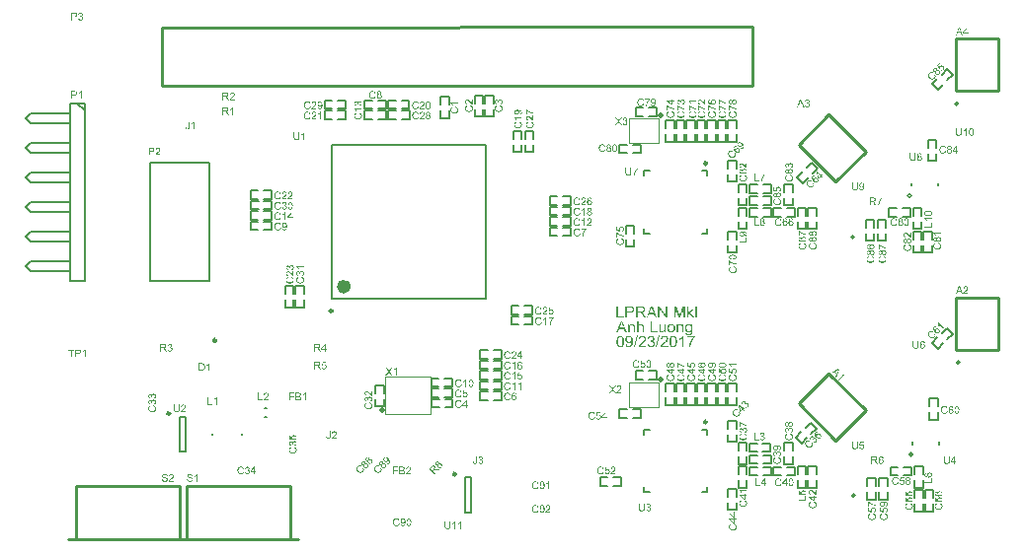
<source format=gto>
G04 Layer_Color=65535*
%FSLAX25Y25*%
%MOIN*%
G70*
G01*
G75*
%ADD46C,0.01000*%
%ADD66C,0.00984*%
%ADD67C,0.02362*%
%ADD68C,0.00591*%
%ADD69C,0.00394*%
%ADD70C,0.01968*%
%ADD71C,0.00600*%
%ADD72C,0.00787*%
%ADD73C,0.00100*%
%ADD74C,0.00098*%
G36*
X196228Y148785D02*
X196224Y148782D01*
X196216Y148774D01*
X196204Y148758D01*
X196185Y148739D01*
X196165Y148711D01*
X196138Y148680D01*
X196107Y148641D01*
X196075Y148602D01*
X196040Y148555D01*
X196001Y148501D01*
X195958Y148446D01*
X195920Y148384D01*
X195877Y148317D01*
X195830Y148247D01*
X195787Y148169D01*
X195740Y148091D01*
X195736Y148087D01*
X195728Y148072D01*
X195717Y148048D01*
X195701Y148017D01*
X195682Y147978D01*
X195658Y147931D01*
X195631Y147877D01*
X195604Y147818D01*
X195576Y147756D01*
X195545Y147686D01*
X195514Y147611D01*
X195483Y147534D01*
X195424Y147374D01*
X195370Y147202D01*
Y147198D01*
X195366Y147186D01*
X195362Y147171D01*
X195354Y147147D01*
X195346Y147116D01*
X195338Y147081D01*
X195331Y147038D01*
X195319Y146995D01*
X195311Y146945D01*
X195299Y146890D01*
X195280Y146773D01*
X195264Y146640D01*
X195253Y146500D01*
X194929D01*
Y146504D01*
Y146516D01*
Y146531D01*
X194933Y146555D01*
Y146582D01*
X194937Y146617D01*
X194941Y146660D01*
X194945Y146703D01*
X194952Y146754D01*
X194960Y146812D01*
X194968Y146871D01*
X194980Y146933D01*
X194991Y147003D01*
X195007Y147073D01*
X195046Y147229D01*
Y147233D01*
X195050Y147249D01*
X195058Y147272D01*
X195065Y147303D01*
X195077Y147342D01*
X195093Y147385D01*
X195108Y147436D01*
X195128Y147494D01*
X195151Y147553D01*
X195175Y147619D01*
X195229Y147760D01*
X195296Y147908D01*
X195370Y148056D01*
X195373Y148060D01*
X195381Y148076D01*
X195393Y148095D01*
X195409Y148122D01*
X195428Y148158D01*
X195451Y148196D01*
X195479Y148239D01*
X195506Y148290D01*
X195576Y148395D01*
X195654Y148509D01*
X195736Y148622D01*
X195826Y148731D01*
X194570D01*
Y149031D01*
X196228D01*
Y148785D01*
D02*
G37*
G36*
X224821Y148721D02*
X224849Y148717D01*
X224884Y148713D01*
X224962Y148697D01*
X225048Y148666D01*
X225094Y148650D01*
X225141Y148627D01*
X225188Y148600D01*
X225235Y148568D01*
X225278Y148533D01*
X225321Y148490D01*
X225325Y148486D01*
X225328Y148479D01*
X225340Y148467D01*
X225356Y148448D01*
X225371Y148424D01*
X225391Y148397D01*
X225410Y148366D01*
X225430Y148327D01*
X225453Y148284D01*
X225473Y148237D01*
X225492Y148186D01*
X225508Y148132D01*
X225523Y148077D01*
X225535Y148015D01*
X225539Y147948D01*
X225543Y147878D01*
Y147874D01*
Y147863D01*
Y147843D01*
X225539Y147816D01*
X225535Y147784D01*
X225531Y147746D01*
X225523Y147706D01*
X225516Y147660D01*
X225488Y147562D01*
X225469Y147511D01*
X225449Y147461D01*
X225422Y147410D01*
X225395Y147359D01*
X225360Y147313D01*
X225321Y147266D01*
X225317Y147262D01*
X225309Y147254D01*
X225297Y147246D01*
X225282Y147231D01*
X225258Y147211D01*
X225231Y147192D01*
X225200Y147172D01*
X225165Y147153D01*
X225126Y147129D01*
X225083Y147110D01*
X224989Y147071D01*
X224935Y147055D01*
X224880Y147047D01*
X224821Y147040D01*
X224759Y147036D01*
X224736D01*
X224716Y147040D01*
X224697D01*
X224669Y147044D01*
X224615Y147051D01*
X224548Y147067D01*
X224478Y147090D01*
X224408Y147118D01*
X224342Y147160D01*
X224338D01*
X224334Y147168D01*
X224314Y147184D01*
X224283Y147215D01*
X224248Y147254D01*
X224209Y147305D01*
X224170Y147367D01*
X224135Y147441D01*
X224108Y147523D01*
Y147519D01*
X224104Y147515D01*
X224096Y147492D01*
X224077Y147457D01*
X224057Y147414D01*
X224026Y147363D01*
X223991Y147317D01*
X223952Y147270D01*
X223905Y147231D01*
X223897Y147227D01*
X223882Y147215D01*
X223854Y147199D01*
X223815Y147184D01*
X223768Y147168D01*
X223714Y147153D01*
X223655Y147141D01*
X223589Y147137D01*
X223562D01*
X223542Y147141D01*
X223519Y147145D01*
X223492Y147149D01*
X223425Y147160D01*
X223351Y147184D01*
X223273Y147223D01*
X223230Y147242D01*
X223191Y147270D01*
X223152Y147301D01*
X223117Y147336D01*
X223113Y147340D01*
X223109Y147344D01*
X223098Y147355D01*
X223086Y147371D01*
X223074Y147395D01*
X223055Y147418D01*
X223039Y147445D01*
X223020Y147480D01*
X222985Y147554D01*
X222957Y147648D01*
X222934Y147753D01*
X222930Y147808D01*
X222926Y147870D01*
Y147874D01*
Y147886D01*
Y147901D01*
X222930Y147925D01*
Y147956D01*
X222938Y147987D01*
X222949Y148065D01*
X222973Y148151D01*
X223008Y148241D01*
X223031Y148288D01*
X223055Y148330D01*
X223086Y148373D01*
X223121Y148412D01*
X223125Y148416D01*
X223129Y148420D01*
X223141Y148432D01*
X223156Y148444D01*
X223176Y148459D01*
X223199Y148479D01*
X223254Y148518D01*
X223324Y148553D01*
X223406Y148588D01*
X223495Y148611D01*
X223546Y148615D01*
X223597Y148619D01*
X223628D01*
X223659Y148615D01*
X223702Y148607D01*
X223753Y148596D01*
X223803Y148580D01*
X223858Y148557D01*
X223909Y148526D01*
X223913Y148522D01*
X223928Y148510D01*
X223952Y148486D01*
X223983Y148455D01*
X224014Y148416D01*
X224045Y148366D01*
X224080Y148307D01*
X224108Y148241D01*
Y148245D01*
X224112Y148252D01*
X224115Y148264D01*
X224123Y148280D01*
X224143Y148323D01*
X224166Y148373D01*
X224201Y148432D01*
X224244Y148490D01*
X224299Y148549D01*
X224357Y148600D01*
X224365Y148603D01*
X224389Y148619D01*
X224424Y148639D01*
X224474Y148662D01*
X224533Y148685D01*
X224603Y148705D01*
X224681Y148721D01*
X224767Y148724D01*
X224798D01*
X224821Y148721D01*
D02*
G37*
G36*
X148271Y60101D02*
X148303Y60097D01*
X148342Y60093D01*
X148384Y60090D01*
X148431Y60082D01*
X148533Y60058D01*
X148642Y60023D01*
X148696Y60000D01*
X148751Y59973D01*
X148802Y59941D01*
X148853Y59906D01*
X148856Y59902D01*
X148864Y59899D01*
X148876Y59887D01*
X148895Y59871D01*
X148915Y59852D01*
X148942Y59824D01*
X148969Y59797D01*
X148997Y59766D01*
X149028Y59727D01*
X149055Y59688D01*
X149086Y59641D01*
X149118Y59590D01*
X149145Y59540D01*
X149172Y59481D01*
X149219Y59356D01*
X148884Y59278D01*
Y59282D01*
X148880Y59290D01*
X148876Y59306D01*
X148868Y59325D01*
X148856Y59349D01*
X148845Y59376D01*
X148817Y59434D01*
X148782Y59501D01*
X148735Y59571D01*
X148685Y59633D01*
X148622Y59688D01*
X148615Y59692D01*
X148591Y59707D01*
X148556Y59727D01*
X148505Y59754D01*
X148447Y59778D01*
X148373Y59797D01*
X148291Y59813D01*
X148197Y59817D01*
X148170D01*
X148151Y59813D01*
X148123D01*
X148096Y59809D01*
X148026Y59797D01*
X147948Y59781D01*
X147866Y59754D01*
X147784Y59719D01*
X147706Y59672D01*
X147702D01*
X147698Y59664D01*
X147675Y59645D01*
X147640Y59614D01*
X147597Y59571D01*
X147554Y59516D01*
X147507Y59454D01*
X147464Y59376D01*
X147429Y59290D01*
Y59286D01*
X147425Y59278D01*
X147421Y59267D01*
X147417Y59247D01*
X147409Y59228D01*
X147406Y59200D01*
X147390Y59138D01*
X147374Y59064D01*
X147363Y58982D01*
X147355Y58892D01*
X147351Y58799D01*
Y58795D01*
Y58783D01*
Y58767D01*
Y58744D01*
X147355Y58717D01*
Y58682D01*
X147359Y58647D01*
X147363Y58608D01*
X147374Y58518D01*
X147390Y58420D01*
X147413Y58323D01*
X147445Y58229D01*
Y58225D01*
X147449Y58218D01*
X147456Y58206D01*
X147464Y58190D01*
X147484Y58144D01*
X147515Y58093D01*
X147558Y58030D01*
X147608Y57972D01*
X147667Y57913D01*
X147737Y57863D01*
X147741D01*
X147745Y57859D01*
X147757Y57851D01*
X147772Y57843D01*
X147815Y57828D01*
X147870Y57804D01*
X147932Y57785D01*
X148006Y57765D01*
X148088Y57750D01*
X148174Y57746D01*
X148201D01*
X148221Y57750D01*
X148244D01*
X148275Y57753D01*
X148342Y57765D01*
X148416Y57785D01*
X148498Y57816D01*
X148576Y57855D01*
X148654Y57910D01*
X148658Y57913D01*
X148661Y57917D01*
X148685Y57941D01*
X148720Y57980D01*
X148763Y58030D01*
X148806Y58101D01*
X148853Y58183D01*
X148891Y58284D01*
X148923Y58397D01*
X149262Y58311D01*
Y58307D01*
X149258Y58292D01*
X149250Y58272D01*
X149242Y58241D01*
X149227Y58210D01*
X149211Y58167D01*
X149196Y58124D01*
X149172Y58077D01*
X149122Y57972D01*
X149051Y57867D01*
X148973Y57765D01*
X148927Y57718D01*
X148876Y57675D01*
X148872Y57672D01*
X148864Y57668D01*
X148849Y57656D01*
X148825Y57640D01*
X148798Y57625D01*
X148767Y57605D01*
X148732Y57586D01*
X148689Y57566D01*
X148642Y57547D01*
X148591Y57527D01*
X148533Y57508D01*
X148474Y57492D01*
X148345Y57465D01*
X148275Y57461D01*
X148201Y57457D01*
X148162D01*
X148131Y57461D01*
X148096D01*
X148057Y57465D01*
X148010Y57473D01*
X147963Y57477D01*
X147854Y57500D01*
X147741Y57527D01*
X147632Y57570D01*
X147577Y57594D01*
X147527Y57625D01*
X147523Y57629D01*
X147515Y57633D01*
X147503Y57644D01*
X147484Y57656D01*
X147437Y57695D01*
X147382Y57750D01*
X147316Y57816D01*
X147254Y57902D01*
X147187Y57999D01*
X147133Y58112D01*
Y58116D01*
X147129Y58128D01*
X147121Y58144D01*
X147113Y58167D01*
X147101Y58198D01*
X147090Y58233D01*
X147078Y58272D01*
X147066Y58319D01*
X147055Y58366D01*
X147043Y58420D01*
X147020Y58537D01*
X147004Y58662D01*
X147000Y58799D01*
Y58803D01*
Y58818D01*
Y58838D01*
X147004Y58865D01*
Y58900D01*
X147008Y58943D01*
X147012Y58986D01*
X147020Y59037D01*
X147039Y59146D01*
X147062Y59263D01*
X147101Y59384D01*
X147152Y59497D01*
Y59501D01*
X147160Y59509D01*
X147168Y59524D01*
X147179Y59548D01*
X147195Y59571D01*
X147214Y59598D01*
X147265Y59664D01*
X147324Y59739D01*
X147398Y59813D01*
X147487Y59887D01*
X147585Y59949D01*
X147589D01*
X147597Y59957D01*
X147612Y59965D01*
X147636Y59973D01*
X147659Y59984D01*
X147690Y60000D01*
X147729Y60012D01*
X147768Y60027D01*
X147811Y60043D01*
X147858Y60054D01*
X147963Y60082D01*
X148080Y60097D01*
X148205Y60105D01*
X148244D01*
X148271Y60101D01*
D02*
G37*
G36*
X182436Y133570D02*
X182467D01*
X182498Y133562D01*
X182576Y133551D01*
X182662Y133527D01*
X182752Y133492D01*
X182799Y133469D01*
X182842Y133445D01*
X182884Y133414D01*
X182923Y133379D01*
X182927Y133375D01*
X182931Y133371D01*
X182943Y133360D01*
X182955Y133344D01*
X182970Y133324D01*
X182990Y133301D01*
X183029Y133246D01*
X183064Y133176D01*
X183099Y133094D01*
X183122Y133005D01*
X183126Y132954D01*
X183130Y132903D01*
Y132895D01*
Y132872D01*
X183126Y132841D01*
X183118Y132798D01*
X183107Y132747D01*
X183091Y132696D01*
X183068Y132642D01*
X183036Y132591D01*
X183033Y132587D01*
X183021Y132572D01*
X182998Y132548D01*
X182966Y132517D01*
X182927Y132486D01*
X182877Y132455D01*
X182818Y132420D01*
X182752Y132392D01*
X182756D01*
X182764Y132388D01*
X182775Y132385D01*
X182791Y132377D01*
X182834Y132357D01*
X182884Y132334D01*
X182943Y132299D01*
X183001Y132256D01*
X183060Y132201D01*
X183111Y132143D01*
X183115Y132135D01*
X183130Y132112D01*
X183150Y132076D01*
X183173Y132026D01*
X183196Y131967D01*
X183216Y131897D01*
X183231Y131819D01*
X183235Y131733D01*
Y131729D01*
Y131718D01*
Y131702D01*
X183231Y131679D01*
X183228Y131651D01*
X183224Y131616D01*
X183208Y131538D01*
X183177Y131452D01*
X183161Y131406D01*
X183138Y131359D01*
X183111Y131312D01*
X183079Y131265D01*
X183044Y131222D01*
X183001Y131179D01*
X182998Y131175D01*
X182990Y131172D01*
X182978Y131160D01*
X182958Y131144D01*
X182935Y131129D01*
X182908Y131109D01*
X182877Y131090D01*
X182838Y131070D01*
X182795Y131047D01*
X182748Y131027D01*
X182697Y131008D01*
X182643Y130992D01*
X182588Y130977D01*
X182526Y130965D01*
X182459Y130961D01*
X182389Y130957D01*
X182354D01*
X182327Y130961D01*
X182296Y130965D01*
X182256Y130969D01*
X182218Y130977D01*
X182171Y130984D01*
X182073Y131012D01*
X182023Y131031D01*
X181972Y131051D01*
X181921Y131078D01*
X181870Y131105D01*
X181824Y131140D01*
X181777Y131179D01*
X181773Y131183D01*
X181765Y131191D01*
X181757Y131203D01*
X181742Y131218D01*
X181722Y131242D01*
X181703Y131269D01*
X181683Y131300D01*
X181664Y131335D01*
X181640Y131374D01*
X181621Y131417D01*
X181582Y131511D01*
X181566Y131565D01*
X181558Y131620D01*
X181551Y131679D01*
X181547Y131741D01*
Y131745D01*
Y131753D01*
Y131764D01*
X181551Y131784D01*
Y131803D01*
X181554Y131831D01*
X181562Y131885D01*
X181578Y131952D01*
X181601Y132022D01*
X181629Y132092D01*
X181672Y132158D01*
Y132162D01*
X181679Y132166D01*
X181695Y132186D01*
X181726Y132217D01*
X181765Y132252D01*
X181816Y132291D01*
X181878Y132330D01*
X181952Y132365D01*
X182034Y132392D01*
X182030D01*
X182026Y132396D01*
X182003Y132404D01*
X181968Y132423D01*
X181925Y132443D01*
X181874Y132474D01*
X181827Y132509D01*
X181781Y132548D01*
X181742Y132595D01*
X181738Y132603D01*
X181726Y132618D01*
X181711Y132646D01*
X181695Y132685D01*
X181679Y132732D01*
X181664Y132786D01*
X181652Y132845D01*
X181648Y132911D01*
Y132915D01*
Y132923D01*
Y132938D01*
X181652Y132958D01*
X181656Y132981D01*
X181660Y133009D01*
X181672Y133075D01*
X181695Y133149D01*
X181734Y133227D01*
X181753Y133270D01*
X181781Y133309D01*
X181812Y133348D01*
X181847Y133383D01*
X181851Y133387D01*
X181855Y133391D01*
X181867Y133402D01*
X181882Y133414D01*
X181905Y133426D01*
X181929Y133445D01*
X181956Y133461D01*
X181991Y133480D01*
X182065Y133516D01*
X182159Y133543D01*
X182264Y133566D01*
X182319Y133570D01*
X182381Y133574D01*
X182413D01*
X182436Y133570D01*
D02*
G37*
G36*
X193271Y149101D02*
X193303Y149097D01*
X193342Y149093D01*
X193385Y149090D01*
X193431Y149082D01*
X193533Y149058D01*
X193642Y149023D01*
X193696Y149000D01*
X193751Y148973D01*
X193802Y148941D01*
X193852Y148906D01*
X193856Y148902D01*
X193864Y148898D01*
X193876Y148887D01*
X193895Y148871D01*
X193915Y148852D01*
X193942Y148824D01*
X193970Y148797D01*
X193997Y148766D01*
X194028Y148727D01*
X194055Y148688D01*
X194087Y148641D01*
X194118Y148590D01*
X194145Y148540D01*
X194172Y148481D01*
X194219Y148356D01*
X193884Y148278D01*
Y148282D01*
X193880Y148290D01*
X193876Y148306D01*
X193868Y148325D01*
X193856Y148349D01*
X193845Y148376D01*
X193817Y148434D01*
X193782Y148501D01*
X193736Y148571D01*
X193685Y148633D01*
X193622Y148688D01*
X193615Y148692D01*
X193591Y148707D01*
X193556Y148727D01*
X193505Y148754D01*
X193447Y148778D01*
X193373Y148797D01*
X193291Y148813D01*
X193197Y148817D01*
X193170D01*
X193150Y148813D01*
X193123D01*
X193096Y148809D01*
X193026Y148797D01*
X192948Y148782D01*
X192866Y148754D01*
X192784Y148719D01*
X192706Y148672D01*
X192702D01*
X192698Y148664D01*
X192675Y148645D01*
X192640Y148614D01*
X192597Y148571D01*
X192554Y148516D01*
X192507Y148454D01*
X192464Y148376D01*
X192429Y148290D01*
Y148286D01*
X192425Y148278D01*
X192421Y148267D01*
X192417Y148247D01*
X192410Y148228D01*
X192406Y148200D01*
X192390Y148138D01*
X192374Y148064D01*
X192363Y147982D01*
X192355Y147892D01*
X192351Y147799D01*
Y147795D01*
Y147783D01*
Y147767D01*
Y147744D01*
X192355Y147717D01*
Y147682D01*
X192359Y147647D01*
X192363Y147608D01*
X192374Y147518D01*
X192390Y147420D01*
X192413Y147323D01*
X192445Y147229D01*
Y147225D01*
X192448Y147218D01*
X192456Y147206D01*
X192464Y147190D01*
X192484Y147143D01*
X192515Y147093D01*
X192558Y147030D01*
X192608Y146972D01*
X192667Y146913D01*
X192737Y146863D01*
X192741D01*
X192745Y146859D01*
X192757Y146851D01*
X192772Y146843D01*
X192815Y146828D01*
X192870Y146804D01*
X192932Y146785D01*
X193006Y146765D01*
X193088Y146750D01*
X193174Y146746D01*
X193201D01*
X193221Y146750D01*
X193244D01*
X193275Y146754D01*
X193342Y146765D01*
X193416Y146785D01*
X193498Y146816D01*
X193576Y146855D01*
X193654Y146909D01*
X193658Y146913D01*
X193661Y146917D01*
X193685Y146941D01*
X193720Y146980D01*
X193763Y147030D01*
X193806Y147101D01*
X193852Y147183D01*
X193892Y147284D01*
X193923Y147397D01*
X194262Y147311D01*
Y147307D01*
X194258Y147292D01*
X194250Y147272D01*
X194243Y147241D01*
X194227Y147210D01*
X194211Y147167D01*
X194196Y147124D01*
X194172Y147077D01*
X194122Y146972D01*
X194051Y146867D01*
X193973Y146765D01*
X193927Y146718D01*
X193876Y146676D01*
X193872Y146672D01*
X193864Y146668D01*
X193849Y146656D01*
X193825Y146640D01*
X193798Y146625D01*
X193767Y146605D01*
X193732Y146586D01*
X193689Y146566D01*
X193642Y146547D01*
X193591Y146527D01*
X193533Y146508D01*
X193474Y146492D01*
X193345Y146465D01*
X193275Y146461D01*
X193201Y146457D01*
X193162D01*
X193131Y146461D01*
X193096D01*
X193057Y146465D01*
X193010Y146473D01*
X192963Y146477D01*
X192854Y146500D01*
X192741Y146527D01*
X192632Y146570D01*
X192577Y146594D01*
X192526Y146625D01*
X192523Y146629D01*
X192515Y146633D01*
X192503Y146644D01*
X192484Y146656D01*
X192437Y146695D01*
X192382Y146750D01*
X192316Y146816D01*
X192253Y146902D01*
X192187Y146999D01*
X192133Y147112D01*
Y147116D01*
X192129Y147128D01*
X192121Y147143D01*
X192113Y147167D01*
X192101Y147198D01*
X192090Y147233D01*
X192078Y147272D01*
X192066Y147319D01*
X192055Y147366D01*
X192043Y147420D01*
X192019Y147537D01*
X192004Y147662D01*
X192000Y147799D01*
Y147803D01*
Y147818D01*
Y147838D01*
X192004Y147865D01*
Y147900D01*
X192008Y147943D01*
X192012Y147986D01*
X192019Y148037D01*
X192039Y148146D01*
X192062Y148263D01*
X192101Y148384D01*
X192152Y148497D01*
Y148501D01*
X192160Y148509D01*
X192168Y148524D01*
X192179Y148547D01*
X192195Y148571D01*
X192215Y148598D01*
X192265Y148664D01*
X192324Y148739D01*
X192398Y148813D01*
X192488Y148887D01*
X192585Y148949D01*
X192589D01*
X192597Y148957D01*
X192612Y148965D01*
X192636Y148973D01*
X192659Y148984D01*
X192690Y149000D01*
X192729Y149012D01*
X192768Y149027D01*
X192811Y149043D01*
X192858Y149055D01*
X192963Y149082D01*
X193080Y149097D01*
X193205Y149105D01*
X193244D01*
X193271Y149101D01*
D02*
G37*
G36*
X197386Y149070D02*
X197405D01*
X197433Y149066D01*
X197495Y149058D01*
X197565Y149039D01*
X197639Y149015D01*
X197721Y148984D01*
X197799Y148937D01*
X197803D01*
X197807Y148930D01*
X197819Y148922D01*
X197834Y148914D01*
X197870Y148883D01*
X197916Y148840D01*
X197967Y148782D01*
X198022Y148719D01*
X198072Y148641D01*
X198115Y148551D01*
Y148547D01*
X198119Y148540D01*
X198127Y148524D01*
X198131Y148505D01*
X198143Y148481D01*
X198150Y148450D01*
X198158Y148411D01*
X198170Y148368D01*
X198181Y148321D01*
X198189Y148267D01*
X198201Y148208D01*
X198209Y148146D01*
X198213Y148076D01*
X198221Y148002D01*
X198224Y147920D01*
Y147834D01*
Y147830D01*
Y147810D01*
Y147787D01*
Y147752D01*
X198221Y147713D01*
Y147662D01*
X198217Y147611D01*
X198213Y147553D01*
X198197Y147428D01*
X198178Y147296D01*
X198150Y147167D01*
X198135Y147108D01*
X198115Y147050D01*
Y147046D01*
X198111Y147038D01*
X198103Y147023D01*
X198096Y147003D01*
X198084Y146976D01*
X198072Y146949D01*
X198037Y146886D01*
X197990Y146812D01*
X197936Y146738D01*
X197873Y146668D01*
X197799Y146605D01*
X197795D01*
X197792Y146598D01*
X197780Y146594D01*
X197760Y146582D01*
X197741Y146570D01*
X197717Y146558D01*
X197659Y146531D01*
X197585Y146504D01*
X197503Y146481D01*
X197405Y146465D01*
X197304Y146457D01*
X197277D01*
X197253Y146461D01*
X197230D01*
X197199Y146465D01*
X197128Y146477D01*
X197050Y146496D01*
X196969Y146527D01*
X196891Y146566D01*
X196813Y146621D01*
X196809Y146625D01*
X196805Y146629D01*
X196781Y146652D01*
X196750Y146691D01*
X196711Y146742D01*
X196672Y146808D01*
X196637Y146890D01*
X196606Y146984D01*
X196586Y147093D01*
X196887Y147116D01*
Y147112D01*
Y147108D01*
X196891Y147097D01*
X196895Y147081D01*
X196902Y147042D01*
X196918Y146999D01*
X196937Y146949D01*
X196961Y146898D01*
X196992Y146847D01*
X197031Y146808D01*
X197035Y146804D01*
X197050Y146792D01*
X197074Y146777D01*
X197109Y146761D01*
X197148Y146746D01*
X197195Y146730D01*
X197249Y146718D01*
X197312Y146714D01*
X197335D01*
X197362Y146718D01*
X197398Y146722D01*
X197437Y146730D01*
X197479Y146742D01*
X197522Y146757D01*
X197565Y146781D01*
X197569Y146785D01*
X197585Y146792D01*
X197604Y146808D01*
X197628Y146828D01*
X197659Y146851D01*
X197686Y146882D01*
X197717Y146917D01*
X197745Y146956D01*
X197749Y146960D01*
X197756Y146976D01*
X197768Y147003D01*
X197788Y147038D01*
X197803Y147081D01*
X197823Y147132D01*
X197842Y147190D01*
X197862Y147257D01*
Y147260D01*
X197866Y147264D01*
Y147276D01*
X197870Y147288D01*
X197877Y147327D01*
X197885Y147378D01*
X197893Y147436D01*
X197901Y147498D01*
X197908Y147569D01*
Y147643D01*
Y147647D01*
Y147658D01*
Y147678D01*
Y147705D01*
X197905Y147697D01*
X197889Y147682D01*
X197870Y147651D01*
X197838Y147619D01*
X197803Y147580D01*
X197756Y147537D01*
X197706Y147498D01*
X197647Y147459D01*
X197639Y147456D01*
X197620Y147444D01*
X197585Y147432D01*
X197542Y147416D01*
X197491Y147397D01*
X197433Y147385D01*
X197366Y147374D01*
X197296Y147370D01*
X197265D01*
X197242Y147374D01*
X197214Y147378D01*
X197183Y147381D01*
X197109Y147397D01*
X197023Y147424D01*
X196980Y147444D01*
X196933Y147467D01*
X196891Y147494D01*
X196844Y147526D01*
X196801Y147561D01*
X196758Y147600D01*
X196754Y147604D01*
X196750Y147611D01*
X196739Y147623D01*
X196723Y147643D01*
X196707Y147666D01*
X196688Y147693D01*
X196668Y147725D01*
X196649Y147764D01*
X196629Y147803D01*
X196610Y147849D01*
X196590Y147900D01*
X196575Y147955D01*
X196559Y148013D01*
X196547Y148072D01*
X196544Y148138D01*
X196540Y148208D01*
Y148212D01*
Y148224D01*
Y148247D01*
X196544Y148275D01*
X196547Y148306D01*
X196551Y148345D01*
X196559Y148388D01*
X196567Y148434D01*
X196594Y148532D01*
X196614Y148586D01*
X196637Y148637D01*
X196660Y148692D01*
X196692Y148742D01*
X196727Y148789D01*
X196766Y148836D01*
X196770Y148840D01*
X196777Y148848D01*
X196789Y148860D01*
X196809Y148875D01*
X196828Y148891D01*
X196855Y148910D01*
X196887Y148934D01*
X196926Y148957D01*
X196965Y148977D01*
X197008Y149000D01*
X197105Y149039D01*
X197160Y149051D01*
X197218Y149062D01*
X197281Y149070D01*
X197343Y149074D01*
X197366D01*
X197386Y149070D01*
D02*
G37*
G36*
X219719Y148713D02*
X219726Y148705D01*
X219742Y148693D01*
X219761Y148674D01*
X219789Y148654D01*
X219820Y148627D01*
X219859Y148596D01*
X219898Y148565D01*
X219945Y148529D01*
X219999Y148490D01*
X220054Y148448D01*
X220116Y148408D01*
X220183Y148366D01*
X220253Y148319D01*
X220331Y148276D01*
X220409Y148229D01*
X220413Y148225D01*
X220428Y148217D01*
X220452Y148206D01*
X220483Y148190D01*
X220522Y148171D01*
X220569Y148147D01*
X220623Y148120D01*
X220682Y148093D01*
X220744Y148065D01*
X220814Y148034D01*
X220888Y148003D01*
X220967Y147972D01*
X221126Y147913D01*
X221298Y147859D01*
X221302D01*
X221314Y147855D01*
X221329Y147851D01*
X221353Y147843D01*
X221384Y147835D01*
X221419Y147827D01*
X221462Y147820D01*
X221505Y147808D01*
X221555Y147800D01*
X221610Y147788D01*
X221727Y147769D01*
X221860Y147753D01*
X222000Y147742D01*
Y147418D01*
X221969D01*
X221945Y147422D01*
X221918D01*
X221883Y147426D01*
X221840Y147430D01*
X221797Y147433D01*
X221746Y147441D01*
X221688Y147449D01*
X221630Y147457D01*
X221567Y147469D01*
X221497Y147480D01*
X221427Y147496D01*
X221271Y147535D01*
X221267D01*
X221251Y147539D01*
X221228Y147547D01*
X221197Y147554D01*
X221158Y147566D01*
X221115Y147582D01*
X221064Y147597D01*
X221006Y147617D01*
X220947Y147640D01*
X220881Y147664D01*
X220740Y147718D01*
X220592Y147784D01*
X220444Y147859D01*
X220440Y147863D01*
X220424Y147870D01*
X220405Y147882D01*
X220378Y147898D01*
X220342Y147917D01*
X220304Y147941D01*
X220261Y147968D01*
X220210Y147995D01*
X220105Y148065D01*
X219991Y148143D01*
X219878Y148225D01*
X219769Y148315D01*
Y147059D01*
X219469D01*
Y148717D01*
X219715D01*
X219719Y148713D01*
D02*
G37*
G36*
Y146724D02*
X219726Y146716D01*
X219742Y146704D01*
X219761Y146685D01*
X219789Y146665D01*
X219820Y146638D01*
X219859Y146607D01*
X219898Y146575D01*
X219945Y146540D01*
X219999Y146501D01*
X220054Y146458D01*
X220116Y146420D01*
X220183Y146377D01*
X220253Y146330D01*
X220331Y146287D01*
X220409Y146240D01*
X220413Y146236D01*
X220428Y146228D01*
X220452Y146217D01*
X220483Y146201D01*
X220522Y146182D01*
X220569Y146158D01*
X220623Y146131D01*
X220682Y146104D01*
X220744Y146076D01*
X220814Y146045D01*
X220888Y146014D01*
X220967Y145983D01*
X221126Y145924D01*
X221298Y145870D01*
X221302D01*
X221314Y145866D01*
X221329Y145862D01*
X221353Y145854D01*
X221384Y145846D01*
X221419Y145838D01*
X221462Y145831D01*
X221505Y145819D01*
X221555Y145811D01*
X221610Y145799D01*
X221727Y145780D01*
X221860Y145764D01*
X222000Y145753D01*
Y145429D01*
X221969D01*
X221945Y145433D01*
X221918D01*
X221883Y145437D01*
X221840Y145441D01*
X221797Y145445D01*
X221746Y145452D01*
X221688Y145460D01*
X221630Y145468D01*
X221567Y145480D01*
X221497Y145491D01*
X221427Y145507D01*
X221271Y145546D01*
X221267D01*
X221251Y145550D01*
X221228Y145558D01*
X221197Y145565D01*
X221158Y145577D01*
X221115Y145593D01*
X221064Y145608D01*
X221006Y145628D01*
X220947Y145651D01*
X220881Y145675D01*
X220740Y145729D01*
X220592Y145796D01*
X220444Y145870D01*
X220440Y145873D01*
X220424Y145881D01*
X220405Y145893D01*
X220378Y145909D01*
X220342Y145928D01*
X220304Y145951D01*
X220261Y145979D01*
X220210Y146006D01*
X220105Y146076D01*
X219991Y146154D01*
X219878Y146236D01*
X219769Y146326D01*
Y145070D01*
X219469D01*
Y146728D01*
X219715D01*
X219719Y146724D01*
D02*
G37*
G36*
X221208Y144758D02*
X221228Y144750D01*
X221259Y144743D01*
X221290Y144727D01*
X221333Y144711D01*
X221376Y144696D01*
X221423Y144672D01*
X221528Y144622D01*
X221633Y144551D01*
X221735Y144473D01*
X221782Y144427D01*
X221825Y144376D01*
X221828Y144372D01*
X221832Y144364D01*
X221844Y144349D01*
X221860Y144325D01*
X221875Y144298D01*
X221895Y144267D01*
X221914Y144232D01*
X221934Y144189D01*
X221953Y144142D01*
X221973Y144091D01*
X221992Y144033D01*
X222008Y143974D01*
X222035Y143845D01*
X222039Y143775D01*
X222043Y143701D01*
Y143697D01*
Y143682D01*
Y143662D01*
X222039Y143631D01*
Y143596D01*
X222035Y143557D01*
X222027Y143510D01*
X222023Y143463D01*
X222000Y143354D01*
X221973Y143241D01*
X221930Y143132D01*
X221906Y143077D01*
X221875Y143026D01*
X221871Y143023D01*
X221867Y143015D01*
X221856Y143003D01*
X221844Y142984D01*
X221805Y142937D01*
X221750Y142882D01*
X221684Y142816D01*
X221598Y142754D01*
X221501Y142687D01*
X221388Y142633D01*
X221384D01*
X221372Y142629D01*
X221357Y142621D01*
X221333Y142613D01*
X221302Y142601D01*
X221267Y142590D01*
X221228Y142578D01*
X221181Y142566D01*
X221134Y142555D01*
X221080Y142543D01*
X220963Y142519D01*
X220838Y142504D01*
X220701Y142500D01*
X220662D01*
X220635Y142504D01*
X220600D01*
X220557Y142508D01*
X220514Y142512D01*
X220463Y142519D01*
X220354Y142539D01*
X220237Y142562D01*
X220116Y142601D01*
X220003Y142652D01*
X219999D01*
X219991Y142660D01*
X219976Y142668D01*
X219953Y142679D01*
X219929Y142695D01*
X219902Y142715D01*
X219835Y142765D01*
X219761Y142824D01*
X219687Y142898D01*
X219613Y142988D01*
X219551Y143085D01*
Y143089D01*
X219543Y143097D01*
X219535Y143112D01*
X219527Y143136D01*
X219516Y143159D01*
X219500Y143190D01*
X219488Y143229D01*
X219473Y143268D01*
X219457Y143311D01*
X219445Y143358D01*
X219418Y143463D01*
X219403Y143580D01*
X219395Y143705D01*
Y143709D01*
Y143721D01*
Y143744D01*
X219399Y143771D01*
X219403Y143803D01*
X219407Y143842D01*
X219410Y143885D01*
X219418Y143931D01*
X219442Y144033D01*
X219477Y144142D01*
X219500Y144196D01*
X219527Y144251D01*
X219559Y144302D01*
X219594Y144352D01*
X219598Y144356D01*
X219601Y144364D01*
X219613Y144376D01*
X219629Y144395D01*
X219648Y144415D01*
X219676Y144442D01*
X219703Y144469D01*
X219734Y144497D01*
X219773Y144528D01*
X219812Y144555D01*
X219859Y144587D01*
X219910Y144618D01*
X219960Y144645D01*
X220019Y144672D01*
X220144Y144719D01*
X220222Y144384D01*
X220218D01*
X220210Y144380D01*
X220194Y144376D01*
X220175Y144368D01*
X220151Y144356D01*
X220124Y144345D01*
X220066Y144317D01*
X219999Y144282D01*
X219929Y144236D01*
X219867Y144185D01*
X219812Y144122D01*
X219808Y144115D01*
X219793Y144091D01*
X219773Y144056D01*
X219746Y144005D01*
X219722Y143947D01*
X219703Y143873D01*
X219687Y143791D01*
X219683Y143697D01*
Y143693D01*
Y143686D01*
Y143670D01*
X219687Y143650D01*
Y143623D01*
X219691Y143596D01*
X219703Y143526D01*
X219719Y143448D01*
X219746Y143366D01*
X219781Y143284D01*
X219828Y143206D01*
Y143202D01*
X219835Y143198D01*
X219855Y143175D01*
X219886Y143140D01*
X219929Y143097D01*
X219984Y143054D01*
X220046Y143007D01*
X220124Y142964D01*
X220210Y142929D01*
X220214D01*
X220222Y142925D01*
X220233Y142921D01*
X220253Y142917D01*
X220272Y142910D01*
X220300Y142906D01*
X220362Y142890D01*
X220436Y142874D01*
X220518Y142863D01*
X220608Y142855D01*
X220701Y142851D01*
X220756D01*
X220783Y142855D01*
X220818D01*
X220853Y142859D01*
X220892Y142863D01*
X220982Y142874D01*
X221080Y142890D01*
X221177Y142913D01*
X221271Y142945D01*
X221275D01*
X221282Y142948D01*
X221294Y142956D01*
X221310Y142964D01*
X221357Y142984D01*
X221407Y143015D01*
X221470Y143058D01*
X221528Y143108D01*
X221587Y143167D01*
X221637Y143237D01*
Y143241D01*
X221641Y143245D01*
X221649Y143257D01*
X221657Y143272D01*
X221672Y143315D01*
X221696Y143370D01*
X221715Y143432D01*
X221735Y143506D01*
X221750Y143588D01*
X221754Y143674D01*
Y143678D01*
Y143686D01*
Y143701D01*
X221750Y143721D01*
Y143744D01*
X221746Y143775D01*
X221735Y143842D01*
X221715Y143916D01*
X221684Y143998D01*
X221645Y144076D01*
X221590Y144154D01*
X221587Y144158D01*
X221583Y144161D01*
X221559Y144185D01*
X221520Y144220D01*
X221470Y144263D01*
X221399Y144306D01*
X221318Y144352D01*
X221216Y144392D01*
X221103Y144423D01*
X221189Y144762D01*
X221193D01*
X221208Y144758D01*
D02*
G37*
G36*
X152495Y60070D02*
X152518D01*
X152550Y60066D01*
X152620Y60054D01*
X152698Y60031D01*
X152780Y60000D01*
X152862Y59961D01*
X152901Y59934D01*
X152940Y59902D01*
X152944D01*
X152947Y59895D01*
X152971Y59871D01*
X153002Y59832D01*
X153041Y59781D01*
X153084Y59715D01*
X153119Y59637D01*
X153154Y59544D01*
X153174Y59438D01*
X152862Y59415D01*
Y59419D01*
Y59423D01*
X152854Y59446D01*
X152842Y59477D01*
X152831Y59516D01*
X152792Y59606D01*
X152768Y59645D01*
X152741Y59680D01*
X152737Y59688D01*
X152717Y59703D01*
X152690Y59723D01*
X152655Y59750D01*
X152608Y59774D01*
X152554Y59797D01*
X152491Y59813D01*
X152425Y59817D01*
X152398D01*
X152370Y59813D01*
X152335Y59805D01*
X152292Y59797D01*
X152245Y59781D01*
X152203Y59758D01*
X152156Y59731D01*
X152148Y59727D01*
X152132Y59711D01*
X152105Y59684D01*
X152074Y59649D01*
X152035Y59606D01*
X151996Y59551D01*
X151957Y59485D01*
X151922Y59411D01*
Y59407D01*
X151918Y59403D01*
X151914Y59388D01*
X151910Y59372D01*
X151902Y59352D01*
X151894Y59325D01*
X151887Y59294D01*
X151879Y59259D01*
X151871Y59220D01*
X151863Y59177D01*
X151856Y59126D01*
X151848Y59076D01*
X151844Y59017D01*
X151840Y58955D01*
X151836Y58888D01*
Y58822D01*
X151840Y58826D01*
X151856Y58846D01*
X151879Y58877D01*
X151914Y58916D01*
X151953Y58959D01*
X152000Y59001D01*
X152054Y59040D01*
X152113Y59076D01*
X152121Y59079D01*
X152140Y59087D01*
X152175Y59103D01*
X152218Y59118D01*
X152269Y59134D01*
X152327Y59150D01*
X152390Y59158D01*
X152456Y59161D01*
X152487D01*
X152511Y59158D01*
X152538Y59154D01*
X152569Y59150D01*
X152643Y59134D01*
X152725Y59103D01*
X152772Y59087D01*
X152815Y59064D01*
X152862Y59037D01*
X152909Y59005D01*
X152951Y58970D01*
X152994Y58927D01*
X152998Y58924D01*
X153002Y58916D01*
X153014Y58904D01*
X153029Y58885D01*
X153045Y58861D01*
X153065Y58834D01*
X153084Y58803D01*
X153107Y58767D01*
X153127Y58725D01*
X153146Y58682D01*
X153166Y58631D01*
X153182Y58580D01*
X153197Y58522D01*
X153209Y58463D01*
X153213Y58397D01*
X153217Y58331D01*
Y58327D01*
Y58319D01*
Y58307D01*
Y58292D01*
X153213Y58268D01*
Y58245D01*
X153205Y58183D01*
X153189Y58116D01*
X153174Y58038D01*
X153146Y57960D01*
X153111Y57882D01*
Y57878D01*
X153107Y57874D01*
X153100Y57863D01*
X153092Y57847D01*
X153068Y57812D01*
X153037Y57765D01*
X152994Y57714D01*
X152944Y57664D01*
X152889Y57613D01*
X152823Y57566D01*
X152815Y57562D01*
X152792Y57551D01*
X152752Y57531D01*
X152706Y57512D01*
X152643Y57492D01*
X152573Y57473D01*
X152495Y57461D01*
X152413Y57457D01*
X152398D01*
X152374Y57461D01*
X152347D01*
X152316Y57465D01*
X152277Y57473D01*
X152234Y57481D01*
X152187Y57492D01*
X152136Y57508D01*
X152082Y57527D01*
X152031Y57551D01*
X151976Y57578D01*
X151922Y57613D01*
X151867Y57652D01*
X151816Y57695D01*
X151770Y57746D01*
X151766Y57750D01*
X151758Y57761D01*
X151746Y57777D01*
X151731Y57800D01*
X151711Y57832D01*
X151692Y57871D01*
X151668Y57917D01*
X151649Y57972D01*
X151625Y58034D01*
X151602Y58104D01*
X151583Y58183D01*
X151563Y58268D01*
X151547Y58362D01*
X151536Y58467D01*
X151528Y58576D01*
X151524Y58697D01*
Y58701D01*
Y58705D01*
Y58717D01*
Y58728D01*
Y58767D01*
X151528Y58818D01*
X151532Y58881D01*
X151540Y58951D01*
X151547Y59029D01*
X151559Y59111D01*
X151571Y59200D01*
X151590Y59290D01*
X151614Y59380D01*
X151641Y59466D01*
X151672Y59555D01*
X151707Y59633D01*
X151750Y59711D01*
X151797Y59778D01*
X151801Y59781D01*
X151809Y59789D01*
X151820Y59805D01*
X151840Y59824D01*
X151867Y59848D01*
X151894Y59871D01*
X151930Y59899D01*
X151969Y59926D01*
X152012Y59953D01*
X152062Y59980D01*
X152113Y60004D01*
X152171Y60027D01*
X152234Y60047D01*
X152300Y60062D01*
X152370Y60070D01*
X152444Y60074D01*
X152472D01*
X152495Y60070D01*
D02*
G37*
G36*
X223218Y146724D02*
X223226Y146716D01*
X223242Y146704D01*
X223261Y146685D01*
X223289Y146665D01*
X223320Y146638D01*
X223359Y146607D01*
X223398Y146575D01*
X223445Y146540D01*
X223499Y146501D01*
X223554Y146458D01*
X223616Y146420D01*
X223683Y146377D01*
X223753Y146330D01*
X223831Y146287D01*
X223909Y146240D01*
X223913Y146236D01*
X223928Y146228D01*
X223952Y146217D01*
X223983Y146201D01*
X224022Y146182D01*
X224069Y146158D01*
X224123Y146131D01*
X224182Y146104D01*
X224244Y146076D01*
X224314Y146045D01*
X224389Y146014D01*
X224466Y145983D01*
X224626Y145924D01*
X224798Y145870D01*
X224802D01*
X224814Y145866D01*
X224829Y145862D01*
X224853Y145854D01*
X224884Y145846D01*
X224919Y145838D01*
X224962Y145831D01*
X225005Y145819D01*
X225055Y145811D01*
X225110Y145799D01*
X225227Y145780D01*
X225360Y145764D01*
X225500Y145753D01*
Y145429D01*
X225469D01*
X225445Y145433D01*
X225418D01*
X225383Y145437D01*
X225340Y145441D01*
X225297Y145445D01*
X225247Y145452D01*
X225188Y145460D01*
X225130Y145468D01*
X225067Y145480D01*
X224997Y145491D01*
X224927Y145507D01*
X224771Y145546D01*
X224767D01*
X224751Y145550D01*
X224728Y145558D01*
X224697Y145565D01*
X224658Y145577D01*
X224615Y145593D01*
X224564Y145608D01*
X224505Y145628D01*
X224447Y145651D01*
X224381Y145675D01*
X224240Y145729D01*
X224092Y145796D01*
X223944Y145870D01*
X223940Y145873D01*
X223924Y145881D01*
X223905Y145893D01*
X223878Y145909D01*
X223843Y145928D01*
X223803Y145951D01*
X223761Y145979D01*
X223710Y146006D01*
X223605Y146076D01*
X223492Y146154D01*
X223378Y146236D01*
X223269Y146326D01*
Y145070D01*
X222969D01*
Y146728D01*
X223215D01*
X223218Y146724D01*
D02*
G37*
G36*
X224708Y144758D02*
X224728Y144750D01*
X224759Y144743D01*
X224790Y144727D01*
X224833Y144711D01*
X224876Y144696D01*
X224923Y144672D01*
X225028Y144622D01*
X225133Y144551D01*
X225235Y144473D01*
X225282Y144427D01*
X225325Y144376D01*
X225328Y144372D01*
X225332Y144364D01*
X225344Y144349D01*
X225360Y144325D01*
X225375Y144298D01*
X225395Y144267D01*
X225414Y144232D01*
X225434Y144189D01*
X225453Y144142D01*
X225473Y144091D01*
X225492Y144033D01*
X225508Y143974D01*
X225535Y143845D01*
X225539Y143775D01*
X225543Y143701D01*
Y143697D01*
Y143682D01*
Y143662D01*
X225539Y143631D01*
Y143596D01*
X225535Y143557D01*
X225527Y143510D01*
X225523Y143463D01*
X225500Y143354D01*
X225473Y143241D01*
X225430Y143132D01*
X225406Y143077D01*
X225375Y143026D01*
X225371Y143023D01*
X225367Y143015D01*
X225356Y143003D01*
X225344Y142984D01*
X225305Y142937D01*
X225250Y142882D01*
X225184Y142816D01*
X225098Y142754D01*
X225001Y142687D01*
X224888Y142633D01*
X224884D01*
X224872Y142629D01*
X224856Y142621D01*
X224833Y142613D01*
X224802Y142601D01*
X224767Y142590D01*
X224728Y142578D01*
X224681Y142566D01*
X224634Y142555D01*
X224580Y142543D01*
X224463Y142519D01*
X224338Y142504D01*
X224201Y142500D01*
X224162D01*
X224135Y142504D01*
X224100D01*
X224057Y142508D01*
X224014Y142512D01*
X223963Y142519D01*
X223854Y142539D01*
X223737Y142562D01*
X223616Y142601D01*
X223503Y142652D01*
X223499D01*
X223492Y142660D01*
X223476Y142668D01*
X223452Y142679D01*
X223429Y142695D01*
X223402Y142715D01*
X223336Y142765D01*
X223261Y142824D01*
X223187Y142898D01*
X223113Y142988D01*
X223051Y143085D01*
Y143089D01*
X223043Y143097D01*
X223035Y143112D01*
X223027Y143136D01*
X223016Y143159D01*
X223000Y143190D01*
X222988Y143229D01*
X222973Y143268D01*
X222957Y143311D01*
X222945Y143358D01*
X222918Y143463D01*
X222903Y143580D01*
X222895Y143705D01*
Y143709D01*
Y143721D01*
Y143744D01*
X222899Y143771D01*
X222903Y143803D01*
X222906Y143842D01*
X222910Y143885D01*
X222918Y143931D01*
X222942Y144033D01*
X222977Y144142D01*
X223000Y144196D01*
X223027Y144251D01*
X223059Y144302D01*
X223094Y144352D01*
X223098Y144356D01*
X223101Y144364D01*
X223113Y144376D01*
X223129Y144395D01*
X223148Y144415D01*
X223176Y144442D01*
X223203Y144469D01*
X223234Y144497D01*
X223273Y144528D01*
X223312Y144555D01*
X223359Y144587D01*
X223410Y144618D01*
X223460Y144645D01*
X223519Y144672D01*
X223644Y144719D01*
X223722Y144384D01*
X223718D01*
X223710Y144380D01*
X223694Y144376D01*
X223675Y144368D01*
X223651Y144356D01*
X223624Y144345D01*
X223566Y144317D01*
X223499Y144282D01*
X223429Y144236D01*
X223367Y144185D01*
X223312Y144122D01*
X223308Y144115D01*
X223293Y144091D01*
X223273Y144056D01*
X223246Y144005D01*
X223222Y143947D01*
X223203Y143873D01*
X223187Y143791D01*
X223183Y143697D01*
Y143693D01*
Y143686D01*
Y143670D01*
X223187Y143650D01*
Y143623D01*
X223191Y143596D01*
X223203Y143526D01*
X223218Y143448D01*
X223246Y143366D01*
X223281Y143284D01*
X223328Y143206D01*
Y143202D01*
X223336Y143198D01*
X223355Y143175D01*
X223386Y143140D01*
X223429Y143097D01*
X223484Y143054D01*
X223546Y143007D01*
X223624Y142964D01*
X223710Y142929D01*
X223714D01*
X223722Y142925D01*
X223733Y142921D01*
X223753Y142917D01*
X223772Y142910D01*
X223800Y142906D01*
X223862Y142890D01*
X223936Y142874D01*
X224018Y142863D01*
X224108Y142855D01*
X224201Y142851D01*
X224256D01*
X224283Y142855D01*
X224318D01*
X224353Y142859D01*
X224392Y142863D01*
X224482Y142874D01*
X224580Y142890D01*
X224677Y142913D01*
X224771Y142945D01*
X224775D01*
X224782Y142948D01*
X224794Y142956D01*
X224810Y142964D01*
X224856Y142984D01*
X224907Y143015D01*
X224970Y143058D01*
X225028Y143108D01*
X225087Y143167D01*
X225137Y143237D01*
Y143241D01*
X225141Y143245D01*
X225149Y143257D01*
X225157Y143272D01*
X225172Y143315D01*
X225196Y143370D01*
X225215Y143432D01*
X225235Y143506D01*
X225250Y143588D01*
X225254Y143674D01*
Y143678D01*
Y143686D01*
Y143701D01*
X225250Y143721D01*
Y143744D01*
X225247Y143775D01*
X225235Y143842D01*
X225215Y143916D01*
X225184Y143998D01*
X225145Y144076D01*
X225091Y144154D01*
X225087Y144158D01*
X225083Y144161D01*
X225059Y144185D01*
X225020Y144220D01*
X224970Y144263D01*
X224899Y144306D01*
X224817Y144352D01*
X224716Y144392D01*
X224603Y144423D01*
X224689Y144762D01*
X224693D01*
X224708Y144758D01*
D02*
G37*
G36*
X184448Y133570D02*
X184495Y133562D01*
X184550Y133554D01*
X184612Y133539D01*
X184675Y133516D01*
X184733Y133488D01*
X184741Y133484D01*
X184760Y133473D01*
X184788Y133453D01*
X184827Y133430D01*
X184866Y133395D01*
X184908Y133352D01*
X184951Y133305D01*
X184990Y133250D01*
X184994Y133242D01*
X185006Y133223D01*
X185026Y133188D01*
X185049Y133145D01*
X185072Y133090D01*
X185100Y133024D01*
X185127Y132950D01*
X185150Y132868D01*
Y132864D01*
X185154Y132856D01*
Y132845D01*
X185158Y132825D01*
X185166Y132806D01*
X185170Y132778D01*
X185174Y132743D01*
X185181Y132708D01*
X185185Y132665D01*
X185189Y132622D01*
X185197Y132572D01*
X185201Y132517D01*
X185205Y132459D01*
Y132400D01*
X185209Y132264D01*
Y132260D01*
Y132244D01*
Y132221D01*
Y132190D01*
X185205Y132150D01*
Y132108D01*
X185201Y132057D01*
X185197Y132002D01*
X185185Y131885D01*
X185170Y131764D01*
X185146Y131643D01*
X185131Y131589D01*
X185115Y131534D01*
Y131530D01*
X185111Y131523D01*
X185107Y131507D01*
X185100Y131488D01*
X185088Y131464D01*
X185076Y131441D01*
X185045Y131378D01*
X185006Y131308D01*
X184959Y131238D01*
X184905Y131168D01*
X184838Y131105D01*
X184834D01*
X184830Y131097D01*
X184819Y131094D01*
X184807Y131082D01*
X184764Y131059D01*
X184713Y131031D01*
X184643Y131004D01*
X184565Y130981D01*
X184476Y130965D01*
X184374Y130957D01*
X184339D01*
X184312Y130961D01*
X184281Y130965D01*
X184246Y130973D01*
X184206Y130981D01*
X184164Y130988D01*
X184070Y131019D01*
X184019Y131043D01*
X183973Y131066D01*
X183922Y131097D01*
X183875Y131133D01*
X183832Y131172D01*
X183789Y131218D01*
X183785Y131222D01*
X183777Y131234D01*
X183766Y131254D01*
X183750Y131281D01*
X183731Y131316D01*
X183711Y131359D01*
X183688Y131410D01*
X183664Y131472D01*
X183641Y131538D01*
X183618Y131616D01*
X183598Y131702D01*
X183579Y131796D01*
X183563Y131901D01*
X183551Y132010D01*
X183544Y132135D01*
X183540Y132264D01*
Y132267D01*
Y132283D01*
Y132307D01*
Y132338D01*
X183544Y132377D01*
Y132420D01*
X183547Y132470D01*
X183551Y132525D01*
X183563Y132642D01*
X183579Y132763D01*
X183598Y132884D01*
X183614Y132938D01*
X183629Y132993D01*
Y132997D01*
X183633Y133005D01*
X183641Y133020D01*
X183649Y133040D01*
X183657Y133063D01*
X183668Y133090D01*
X183700Y133153D01*
X183739Y133223D01*
X183785Y133293D01*
X183840Y133360D01*
X183906Y133422D01*
X183910D01*
X183914Y133430D01*
X183926Y133438D01*
X183941Y133445D01*
X183980Y133469D01*
X184035Y133500D01*
X184101Y133527D01*
X184183Y133551D01*
X184273Y133566D01*
X184374Y133574D01*
X184409D01*
X184448Y133570D01*
D02*
G37*
G36*
X214208Y55758D02*
X214228Y55750D01*
X214259Y55743D01*
X214290Y55727D01*
X214333Y55711D01*
X214376Y55696D01*
X214423Y55672D01*
X214528Y55622D01*
X214633Y55551D01*
X214735Y55473D01*
X214782Y55427D01*
X214825Y55376D01*
X214828Y55372D01*
X214832Y55364D01*
X214844Y55349D01*
X214860Y55325D01*
X214875Y55298D01*
X214895Y55267D01*
X214914Y55232D01*
X214934Y55189D01*
X214953Y55142D01*
X214973Y55091D01*
X214992Y55033D01*
X215008Y54974D01*
X215035Y54845D01*
X215039Y54775D01*
X215043Y54701D01*
Y54697D01*
Y54682D01*
Y54662D01*
X215039Y54631D01*
Y54596D01*
X215035Y54557D01*
X215027Y54510D01*
X215023Y54463D01*
X215000Y54354D01*
X214973Y54241D01*
X214930Y54132D01*
X214906Y54077D01*
X214875Y54027D01*
X214871Y54023D01*
X214867Y54015D01*
X214856Y54003D01*
X214844Y53984D01*
X214805Y53937D01*
X214750Y53882D01*
X214684Y53816D01*
X214598Y53754D01*
X214501Y53687D01*
X214388Y53633D01*
X214384D01*
X214372Y53629D01*
X214356Y53621D01*
X214333Y53613D01*
X214302Y53601D01*
X214267Y53590D01*
X214228Y53578D01*
X214181Y53566D01*
X214134Y53555D01*
X214080Y53543D01*
X213963Y53519D01*
X213838Y53504D01*
X213701Y53500D01*
X213662D01*
X213635Y53504D01*
X213600D01*
X213557Y53508D01*
X213514Y53512D01*
X213463Y53519D01*
X213354Y53539D01*
X213237Y53562D01*
X213116Y53601D01*
X213003Y53652D01*
X212999D01*
X212991Y53660D01*
X212976Y53668D01*
X212952Y53679D01*
X212929Y53695D01*
X212902Y53715D01*
X212836Y53765D01*
X212761Y53824D01*
X212687Y53898D01*
X212613Y53987D01*
X212551Y54085D01*
Y54089D01*
X212543Y54097D01*
X212535Y54112D01*
X212527Y54136D01*
X212516Y54159D01*
X212500Y54190D01*
X212488Y54229D01*
X212473Y54268D01*
X212457Y54311D01*
X212445Y54358D01*
X212418Y54463D01*
X212403Y54580D01*
X212395Y54705D01*
Y54709D01*
Y54721D01*
Y54744D01*
X212399Y54771D01*
X212403Y54803D01*
X212406Y54842D01*
X212410Y54884D01*
X212418Y54931D01*
X212442Y55033D01*
X212477Y55142D01*
X212500Y55196D01*
X212527Y55251D01*
X212559Y55302D01*
X212594Y55352D01*
X212598Y55356D01*
X212601Y55364D01*
X212613Y55376D01*
X212629Y55395D01*
X212648Y55415D01*
X212676Y55442D01*
X212703Y55470D01*
X212734Y55497D01*
X212773Y55528D01*
X212812Y55555D01*
X212859Y55586D01*
X212910Y55618D01*
X212960Y55645D01*
X213019Y55672D01*
X213144Y55719D01*
X213222Y55384D01*
X213218D01*
X213210Y55380D01*
X213194Y55376D01*
X213175Y55368D01*
X213151Y55356D01*
X213124Y55345D01*
X213066Y55317D01*
X212999Y55282D01*
X212929Y55235D01*
X212867Y55185D01*
X212812Y55122D01*
X212808Y55115D01*
X212793Y55091D01*
X212773Y55056D01*
X212746Y55005D01*
X212722Y54947D01*
X212703Y54873D01*
X212687Y54791D01*
X212683Y54697D01*
Y54693D01*
Y54686D01*
Y54670D01*
X212687Y54650D01*
Y54623D01*
X212691Y54596D01*
X212703Y54526D01*
X212719Y54448D01*
X212746Y54366D01*
X212781Y54284D01*
X212828Y54206D01*
Y54202D01*
X212836Y54198D01*
X212855Y54175D01*
X212886Y54140D01*
X212929Y54097D01*
X212984Y54054D01*
X213046Y54007D01*
X213124Y53964D01*
X213210Y53929D01*
X213214D01*
X213222Y53925D01*
X213233Y53921D01*
X213253Y53917D01*
X213272Y53909D01*
X213300Y53906D01*
X213362Y53890D01*
X213436Y53874D01*
X213518Y53863D01*
X213608Y53855D01*
X213701Y53851D01*
X213756D01*
X213783Y53855D01*
X213818D01*
X213853Y53859D01*
X213892Y53863D01*
X213982Y53874D01*
X214080Y53890D01*
X214177Y53913D01*
X214271Y53945D01*
X214275D01*
X214282Y53948D01*
X214294Y53956D01*
X214310Y53964D01*
X214356Y53984D01*
X214407Y54015D01*
X214470Y54058D01*
X214528Y54108D01*
X214587Y54167D01*
X214637Y54237D01*
Y54241D01*
X214641Y54245D01*
X214649Y54257D01*
X214657Y54272D01*
X214672Y54315D01*
X214696Y54370D01*
X214715Y54432D01*
X214735Y54506D01*
X214750Y54588D01*
X214754Y54674D01*
Y54678D01*
Y54686D01*
Y54701D01*
X214750Y54721D01*
Y54744D01*
X214746Y54775D01*
X214735Y54842D01*
X214715Y54916D01*
X214684Y54998D01*
X214645Y55076D01*
X214591Y55154D01*
X214587Y55158D01*
X214583Y55161D01*
X214559Y55185D01*
X214520Y55220D01*
X214470Y55263D01*
X214399Y55306D01*
X214317Y55352D01*
X214216Y55392D01*
X214103Y55423D01*
X214189Y55762D01*
X214193D01*
X214208Y55758D01*
D02*
G37*
G36*
X210693Y59732D02*
X210724Y59728D01*
X210759Y59724D01*
X210798Y59720D01*
X210841Y59713D01*
X210934Y59685D01*
X211032Y59650D01*
X211087Y59627D01*
X211137Y59600D01*
X211188Y59568D01*
X211235Y59533D01*
X211239Y59529D01*
X211246Y59522D01*
X211262Y59506D01*
X211282Y59487D01*
X211305Y59463D01*
X211332Y59432D01*
X211360Y59397D01*
X211387Y59354D01*
X211418Y59311D01*
X211445Y59260D01*
X211473Y59202D01*
X211496Y59143D01*
X211516Y59077D01*
X211531Y59011D01*
X211539Y58937D01*
X211543Y58859D01*
Y58855D01*
Y58843D01*
Y58824D01*
X211539Y58800D01*
X211535Y58773D01*
X211531Y58738D01*
X211527Y58699D01*
X211520Y58656D01*
X211496Y58566D01*
X211461Y58473D01*
X211438Y58426D01*
X211410Y58379D01*
X211383Y58332D01*
X211348Y58289D01*
X211344Y58285D01*
X211340Y58281D01*
X211328Y58270D01*
X211313Y58254D01*
X211293Y58239D01*
X211270Y58219D01*
X211243Y58200D01*
X211211Y58176D01*
X211137Y58133D01*
X211048Y58090D01*
X210946Y58059D01*
X210888Y58047D01*
X210829Y58040D01*
X210806Y58371D01*
X210818D01*
X210829Y58375D01*
X210845Y58379D01*
X210888Y58391D01*
X210942Y58406D01*
X211001Y58426D01*
X211059Y58457D01*
X211118Y58492D01*
X211169Y58539D01*
X211172Y58547D01*
X211188Y58562D01*
X211204Y58590D01*
X211227Y58628D01*
X211246Y58675D01*
X211266Y58730D01*
X211282Y58792D01*
X211285Y58859D01*
Y58863D01*
Y58870D01*
Y58882D01*
X211282Y58898D01*
X211278Y58941D01*
X211266Y58995D01*
X211243Y59054D01*
X211215Y59120D01*
X211172Y59182D01*
X211149Y59214D01*
X211118Y59245D01*
X211114D01*
X211110Y59253D01*
X211087Y59268D01*
X211048Y59295D01*
X210997Y59323D01*
X210931Y59350D01*
X210853Y59377D01*
X210763Y59393D01*
X210662Y59401D01*
X210634D01*
X210619Y59397D01*
X210595D01*
X210568Y59393D01*
X210506Y59381D01*
X210439Y59366D01*
X210369Y59338D01*
X210299Y59299D01*
X210236Y59249D01*
X210229Y59241D01*
X210213Y59221D01*
X210186Y59190D01*
X210158Y59143D01*
X210131Y59089D01*
X210104Y59018D01*
X210088Y58941D01*
X210080Y58855D01*
Y58847D01*
Y58827D01*
X210084Y58800D01*
X210088Y58761D01*
X210100Y58718D01*
X210112Y58671D01*
X210131Y58625D01*
X210155Y58578D01*
X210158Y58574D01*
X210166Y58558D01*
X210182Y58535D01*
X210201Y58508D01*
X210229Y58480D01*
X210260Y58449D01*
X210295Y58418D01*
X210334Y58391D01*
X210291Y58094D01*
X208977Y58344D01*
Y59615D01*
X209277D01*
Y58593D01*
X209967Y58453D01*
X209963Y58457D01*
X209960Y58465D01*
X209952Y58476D01*
X209940Y58492D01*
X209928Y58515D01*
X209917Y58539D01*
X209885Y58601D01*
X209854Y58671D01*
X209831Y58753D01*
X209811Y58843D01*
X209804Y58937D01*
Y58941D01*
Y58952D01*
Y58968D01*
X209807Y58991D01*
X209811Y59022D01*
X209815Y59054D01*
X209823Y59093D01*
X209831Y59132D01*
X209862Y59221D01*
X209878Y59268D01*
X209901Y59315D01*
X209928Y59366D01*
X209960Y59412D01*
X209995Y59459D01*
X210037Y59502D01*
X210041Y59506D01*
X210049Y59514D01*
X210061Y59526D01*
X210080Y59537D01*
X210104Y59557D01*
X210131Y59576D01*
X210162Y59596D01*
X210197Y59619D01*
X210240Y59642D01*
X210283Y59662D01*
X210334Y59681D01*
X210385Y59701D01*
X210443Y59713D01*
X210502Y59724D01*
X210568Y59732D01*
X210634Y59736D01*
X210669D01*
X210693Y59732D01*
D02*
G37*
G36*
X150736Y54000D02*
X150420D01*
Y56005D01*
X150416Y56001D01*
X150401Y55985D01*
X150373Y55966D01*
X150338Y55938D01*
X150295Y55903D01*
X150245Y55868D01*
X150186Y55825D01*
X150120Y55786D01*
X150116D01*
X150112Y55782D01*
X150089Y55767D01*
X150054Y55747D01*
X150011Y55724D01*
X149960Y55696D01*
X149906Y55673D01*
X149847Y55646D01*
X149792Y55622D01*
Y55931D01*
X149796D01*
X149804Y55934D01*
X149820Y55942D01*
X149835Y55954D01*
X149859Y55966D01*
X149886Y55977D01*
X149948Y56012D01*
X150019Y56055D01*
X150097Y56106D01*
X150175Y56164D01*
X150249Y56227D01*
X150253Y56231D01*
X150257Y56235D01*
X150280Y56258D01*
X150315Y56293D01*
X150358Y56336D01*
X150405Y56391D01*
X150452Y56449D01*
X150494Y56512D01*
X150530Y56574D01*
X150736D01*
Y54000D01*
D02*
G37*
G36*
X214232Y59713D02*
X214255D01*
X214317Y59705D01*
X214384Y59689D01*
X214462Y59674D01*
X214540Y59646D01*
X214618Y59611D01*
X214622D01*
X214626Y59607D01*
X214637Y59600D01*
X214653Y59592D01*
X214688Y59568D01*
X214735Y59537D01*
X214786Y59494D01*
X214836Y59444D01*
X214887Y59389D01*
X214934Y59323D01*
X214938Y59315D01*
X214949Y59291D01*
X214969Y59253D01*
X214988Y59206D01*
X215008Y59143D01*
X215027Y59073D01*
X215039Y58995D01*
X215043Y58913D01*
Y58909D01*
Y58898D01*
X215039Y58874D01*
Y58847D01*
X215035Y58816D01*
X215027Y58777D01*
X215019Y58734D01*
X215008Y58687D01*
X214992Y58636D01*
X214973Y58582D01*
X214949Y58531D01*
X214922Y58476D01*
X214887Y58422D01*
X214848Y58367D01*
X214805Y58316D01*
X214754Y58270D01*
X214750Y58266D01*
X214739Y58258D01*
X214723Y58246D01*
X214700Y58231D01*
X214668Y58211D01*
X214630Y58192D01*
X214583Y58168D01*
X214528Y58149D01*
X214466Y58125D01*
X214395Y58102D01*
X214317Y58082D01*
X214232Y58063D01*
X214138Y58047D01*
X214033Y58036D01*
X213924Y58028D01*
X213803Y58024D01*
X213733D01*
X213682Y58028D01*
X213619Y58032D01*
X213549Y58040D01*
X213471Y58047D01*
X213389Y58059D01*
X213300Y58071D01*
X213210Y58090D01*
X213120Y58114D01*
X213034Y58141D01*
X212945Y58172D01*
X212867Y58207D01*
X212789Y58250D01*
X212722Y58297D01*
X212719Y58301D01*
X212711Y58309D01*
X212695Y58320D01*
X212676Y58340D01*
X212652Y58367D01*
X212629Y58394D01*
X212601Y58430D01*
X212574Y58469D01*
X212547Y58512D01*
X212520Y58562D01*
X212496Y58613D01*
X212473Y58671D01*
X212453Y58734D01*
X212438Y58800D01*
X212430Y58870D01*
X212426Y58944D01*
Y58948D01*
Y58956D01*
Y58972D01*
X212430Y58995D01*
Y59018D01*
X212434Y59050D01*
X212445Y59120D01*
X212469Y59198D01*
X212500Y59280D01*
X212539Y59362D01*
X212566Y59401D01*
X212598Y59440D01*
Y59444D01*
X212605Y59447D01*
X212629Y59471D01*
X212668Y59502D01*
X212719Y59541D01*
X212785Y59584D01*
X212863Y59619D01*
X212956Y59654D01*
X213062Y59674D01*
X213085Y59362D01*
X213077D01*
X213054Y59354D01*
X213023Y59342D01*
X212984Y59330D01*
X212894Y59291D01*
X212855Y59268D01*
X212820Y59241D01*
X212812Y59237D01*
X212796Y59217D01*
X212777Y59190D01*
X212750Y59155D01*
X212726Y59108D01*
X212703Y59054D01*
X212687Y58991D01*
X212683Y58925D01*
Y58917D01*
Y58898D01*
X212687Y58870D01*
X212695Y58835D01*
X212703Y58792D01*
X212719Y58745D01*
X212742Y58703D01*
X212769Y58656D01*
X212773Y58648D01*
X212789Y58632D01*
X212816Y58605D01*
X212851Y58574D01*
X212894Y58535D01*
X212949Y58496D01*
X213015Y58457D01*
X213089Y58422D01*
X213093D01*
X213097Y58418D01*
X213112Y58414D01*
X213128Y58410D01*
X213147Y58402D01*
X213175Y58394D01*
X213206Y58387D01*
X213241Y58379D01*
X213280Y58371D01*
X213323Y58363D01*
X213374Y58355D01*
X213424Y58348D01*
X213483Y58344D01*
X213545Y58340D01*
X213612Y58336D01*
X213678D01*
X213674Y58340D01*
X213654Y58355D01*
X213623Y58379D01*
X213584Y58414D01*
X213541Y58453D01*
X213498Y58500D01*
X213459Y58554D01*
X213424Y58613D01*
X213421Y58621D01*
X213413Y58640D01*
X213397Y58675D01*
X213382Y58718D01*
X213366Y58769D01*
X213350Y58827D01*
X213342Y58890D01*
X213339Y58956D01*
Y58960D01*
Y58972D01*
Y58987D01*
X213342Y59011D01*
X213346Y59038D01*
X213350Y59069D01*
X213366Y59143D01*
X213397Y59225D01*
X213413Y59272D01*
X213436Y59315D01*
X213463Y59362D01*
X213495Y59408D01*
X213530Y59451D01*
X213573Y59494D01*
X213577Y59498D01*
X213584Y59502D01*
X213596Y59514D01*
X213615Y59529D01*
X213639Y59545D01*
X213666Y59565D01*
X213697Y59584D01*
X213733Y59607D01*
X213775Y59627D01*
X213818Y59646D01*
X213869Y59666D01*
X213920Y59681D01*
X213978Y59697D01*
X214037Y59709D01*
X214103Y59713D01*
X214169Y59717D01*
X214208D01*
X214232Y59713D01*
D02*
G37*
G36*
X70771Y110601D02*
X70803Y110597D01*
X70842Y110593D01*
X70885Y110590D01*
X70931Y110582D01*
X71033Y110558D01*
X71142Y110523D01*
X71197Y110500D01*
X71251Y110473D01*
X71302Y110441D01*
X71352Y110406D01*
X71356Y110402D01*
X71364Y110398D01*
X71376Y110387D01*
X71395Y110371D01*
X71415Y110352D01*
X71442Y110324D01*
X71469Y110297D01*
X71497Y110266D01*
X71528Y110227D01*
X71555Y110188D01*
X71587Y110141D01*
X71618Y110090D01*
X71645Y110040D01*
X71672Y109981D01*
X71719Y109856D01*
X71384Y109778D01*
Y109782D01*
X71380Y109790D01*
X71376Y109806D01*
X71368Y109825D01*
X71356Y109849D01*
X71345Y109876D01*
X71317Y109934D01*
X71282Y110001D01*
X71236Y110071D01*
X71185Y110133D01*
X71122Y110188D01*
X71115Y110192D01*
X71091Y110207D01*
X71056Y110227D01*
X71005Y110254D01*
X70947Y110278D01*
X70873Y110297D01*
X70791Y110313D01*
X70697Y110317D01*
X70670D01*
X70651Y110313D01*
X70623D01*
X70596Y110309D01*
X70526Y110297D01*
X70448Y110282D01*
X70366Y110254D01*
X70284Y110219D01*
X70206Y110172D01*
X70202D01*
X70198Y110164D01*
X70175Y110145D01*
X70140Y110114D01*
X70097Y110071D01*
X70054Y110016D01*
X70007Y109954D01*
X69964Y109876D01*
X69929Y109790D01*
Y109786D01*
X69925Y109778D01*
X69921Y109767D01*
X69917Y109747D01*
X69910Y109728D01*
X69906Y109700D01*
X69890Y109638D01*
X69874Y109564D01*
X69863Y109482D01*
X69855Y109392D01*
X69851Y109299D01*
Y109295D01*
Y109283D01*
Y109267D01*
Y109244D01*
X69855Y109217D01*
Y109182D01*
X69859Y109147D01*
X69863Y109108D01*
X69874Y109018D01*
X69890Y108920D01*
X69913Y108823D01*
X69945Y108729D01*
Y108725D01*
X69949Y108718D01*
X69956Y108706D01*
X69964Y108690D01*
X69984Y108643D01*
X70015Y108593D01*
X70058Y108530D01*
X70108Y108472D01*
X70167Y108413D01*
X70237Y108363D01*
X70241D01*
X70245Y108359D01*
X70257Y108351D01*
X70272Y108343D01*
X70315Y108328D01*
X70370Y108304D01*
X70432Y108285D01*
X70506Y108265D01*
X70588Y108250D01*
X70674Y108246D01*
X70701D01*
X70721Y108250D01*
X70744D01*
X70775Y108254D01*
X70842Y108265D01*
X70916Y108285D01*
X70998Y108316D01*
X71076Y108355D01*
X71154Y108410D01*
X71157Y108413D01*
X71161Y108417D01*
X71185Y108441D01*
X71220Y108480D01*
X71263Y108530D01*
X71306Y108601D01*
X71352Y108683D01*
X71391Y108784D01*
X71423Y108897D01*
X71762Y108811D01*
Y108807D01*
X71758Y108792D01*
X71750Y108772D01*
X71742Y108741D01*
X71727Y108710D01*
X71711Y108667D01*
X71696Y108624D01*
X71672Y108577D01*
X71622Y108472D01*
X71551Y108367D01*
X71473Y108265D01*
X71427Y108218D01*
X71376Y108176D01*
X71372Y108172D01*
X71364Y108168D01*
X71349Y108156D01*
X71325Y108140D01*
X71298Y108125D01*
X71267Y108105D01*
X71232Y108086D01*
X71189Y108066D01*
X71142Y108047D01*
X71091Y108027D01*
X71033Y108008D01*
X70974Y107992D01*
X70846Y107965D01*
X70775Y107961D01*
X70701Y107957D01*
X70662D01*
X70631Y107961D01*
X70596D01*
X70557Y107965D01*
X70510Y107973D01*
X70463Y107977D01*
X70354Y108000D01*
X70241Y108027D01*
X70132Y108070D01*
X70077Y108094D01*
X70026Y108125D01*
X70023Y108129D01*
X70015Y108133D01*
X70003Y108144D01*
X69984Y108156D01*
X69937Y108195D01*
X69882Y108250D01*
X69816Y108316D01*
X69753Y108402D01*
X69687Y108499D01*
X69633Y108612D01*
Y108616D01*
X69629Y108628D01*
X69621Y108643D01*
X69613Y108667D01*
X69601Y108698D01*
X69590Y108733D01*
X69578Y108772D01*
X69566Y108819D01*
X69555Y108866D01*
X69543Y108920D01*
X69520Y109037D01*
X69504Y109162D01*
X69500Y109299D01*
Y109303D01*
Y109318D01*
Y109338D01*
X69504Y109365D01*
Y109400D01*
X69508Y109443D01*
X69512Y109486D01*
X69520Y109537D01*
X69539Y109646D01*
X69562Y109763D01*
X69601Y109884D01*
X69652Y109997D01*
Y110001D01*
X69660Y110009D01*
X69668Y110024D01*
X69679Y110047D01*
X69695Y110071D01*
X69714Y110098D01*
X69765Y110164D01*
X69824Y110239D01*
X69898Y110313D01*
X69987Y110387D01*
X70085Y110449D01*
X70089D01*
X70097Y110457D01*
X70112Y110465D01*
X70136Y110473D01*
X70159Y110484D01*
X70190Y110500D01*
X70229Y110512D01*
X70268Y110527D01*
X70311Y110543D01*
X70358Y110555D01*
X70463Y110582D01*
X70580Y110597D01*
X70705Y110605D01*
X70744D01*
X70771Y110601D01*
D02*
G37*
G36*
X214388Y57373D02*
X215000D01*
Y57057D01*
X214388D01*
Y55945D01*
X214099D01*
X212442Y57115D01*
Y57373D01*
X214099D01*
Y57720D01*
X214388D01*
Y57373D01*
D02*
G37*
G36*
X153115Y56223D02*
X152093D01*
X151953Y55533D01*
X151957Y55537D01*
X151965Y55541D01*
X151976Y55548D01*
X151992Y55560D01*
X152015Y55572D01*
X152039Y55583D01*
X152101Y55615D01*
X152171Y55646D01*
X152253Y55669D01*
X152343Y55689D01*
X152437Y55696D01*
X152468D01*
X152491Y55693D01*
X152522Y55689D01*
X152554Y55685D01*
X152593Y55677D01*
X152632Y55669D01*
X152721Y55638D01*
X152768Y55622D01*
X152815Y55599D01*
X152866Y55572D01*
X152912Y55541D01*
X152959Y55505D01*
X153002Y55462D01*
X153006Y55459D01*
X153014Y55451D01*
X153025Y55439D01*
X153037Y55420D01*
X153057Y55396D01*
X153076Y55369D01*
X153096Y55338D01*
X153119Y55303D01*
X153142Y55260D01*
X153162Y55217D01*
X153182Y55166D01*
X153201Y55115D01*
X153213Y55057D01*
X153224Y54998D01*
X153232Y54932D01*
X153236Y54866D01*
Y54862D01*
Y54850D01*
Y54831D01*
X153232Y54807D01*
X153228Y54776D01*
X153224Y54741D01*
X153220Y54702D01*
X153213Y54659D01*
X153185Y54566D01*
X153150Y54468D01*
X153127Y54413D01*
X153100Y54363D01*
X153068Y54312D01*
X153033Y54265D01*
X153029Y54261D01*
X153022Y54254D01*
X153006Y54238D01*
X152987Y54218D01*
X152963Y54195D01*
X152932Y54168D01*
X152897Y54140D01*
X152854Y54113D01*
X152811Y54082D01*
X152760Y54055D01*
X152702Y54027D01*
X152643Y54004D01*
X152577Y53984D01*
X152511Y53969D01*
X152437Y53961D01*
X152359Y53957D01*
X152323D01*
X152300Y53961D01*
X152273Y53965D01*
X152238Y53969D01*
X152199Y53973D01*
X152156Y53980D01*
X152066Y54004D01*
X151972Y54039D01*
X151926Y54062D01*
X151879Y54090D01*
X151832Y54117D01*
X151789Y54152D01*
X151785Y54156D01*
X151781Y54160D01*
X151770Y54172D01*
X151754Y54187D01*
X151739Y54207D01*
X151719Y54230D01*
X151699Y54257D01*
X151676Y54289D01*
X151633Y54363D01*
X151590Y54452D01*
X151559Y54554D01*
X151547Y54612D01*
X151540Y54671D01*
X151871Y54694D01*
Y54690D01*
Y54682D01*
X151875Y54671D01*
X151879Y54655D01*
X151891Y54612D01*
X151906Y54558D01*
X151926Y54499D01*
X151957Y54441D01*
X151992Y54382D01*
X152039Y54331D01*
X152047Y54328D01*
X152062Y54312D01*
X152090Y54296D01*
X152129Y54273D01*
X152175Y54254D01*
X152230Y54234D01*
X152292Y54218D01*
X152359Y54215D01*
X152382D01*
X152398Y54218D01*
X152441Y54222D01*
X152495Y54234D01*
X152554Y54257D01*
X152620Y54285D01*
X152682Y54328D01*
X152714Y54351D01*
X152745Y54382D01*
Y54386D01*
X152752Y54390D01*
X152768Y54413D01*
X152795Y54452D01*
X152823Y54503D01*
X152850Y54569D01*
X152877Y54647D01*
X152893Y54737D01*
X152901Y54839D01*
Y54842D01*
Y54850D01*
Y54866D01*
X152897Y54881D01*
Y54905D01*
X152893Y54932D01*
X152881Y54994D01*
X152866Y55061D01*
X152838Y55131D01*
X152799Y55201D01*
X152749Y55264D01*
X152741Y55271D01*
X152721Y55287D01*
X152690Y55314D01*
X152643Y55342D01*
X152589Y55369D01*
X152518Y55396D01*
X152441Y55412D01*
X152355Y55420D01*
X152327D01*
X152300Y55416D01*
X152261Y55412D01*
X152218Y55400D01*
X152171Y55388D01*
X152125Y55369D01*
X152078Y55345D01*
X152074Y55342D01*
X152058Y55334D01*
X152035Y55318D01*
X152008Y55299D01*
X151980Y55271D01*
X151949Y55240D01*
X151918Y55205D01*
X151891Y55166D01*
X151594Y55209D01*
X151844Y56523D01*
X153115D01*
Y56223D01*
D02*
G37*
G36*
X148271Y56601D02*
X148303Y56597D01*
X148342Y56594D01*
X148384Y56590D01*
X148431Y56582D01*
X148533Y56558D01*
X148642Y56523D01*
X148696Y56500D01*
X148751Y56473D01*
X148802Y56441D01*
X148853Y56406D01*
X148856Y56402D01*
X148864Y56398D01*
X148876Y56387D01*
X148895Y56371D01*
X148915Y56352D01*
X148942Y56324D01*
X148969Y56297D01*
X148997Y56266D01*
X149028Y56227D01*
X149055Y56188D01*
X149086Y56141D01*
X149118Y56090D01*
X149145Y56040D01*
X149172Y55981D01*
X149219Y55856D01*
X148884Y55778D01*
Y55782D01*
X148880Y55790D01*
X148876Y55806D01*
X148868Y55825D01*
X148856Y55849D01*
X148845Y55876D01*
X148817Y55934D01*
X148782Y56001D01*
X148735Y56071D01*
X148685Y56133D01*
X148622Y56188D01*
X148615Y56192D01*
X148591Y56207D01*
X148556Y56227D01*
X148505Y56254D01*
X148447Y56278D01*
X148373Y56297D01*
X148291Y56313D01*
X148197Y56317D01*
X148170D01*
X148151Y56313D01*
X148123D01*
X148096Y56309D01*
X148026Y56297D01*
X147948Y56282D01*
X147866Y56254D01*
X147784Y56219D01*
X147706Y56172D01*
X147702D01*
X147698Y56164D01*
X147675Y56145D01*
X147640Y56114D01*
X147597Y56071D01*
X147554Y56016D01*
X147507Y55954D01*
X147464Y55876D01*
X147429Y55790D01*
Y55786D01*
X147425Y55778D01*
X147421Y55767D01*
X147417Y55747D01*
X147409Y55728D01*
X147406Y55700D01*
X147390Y55638D01*
X147374Y55564D01*
X147363Y55482D01*
X147355Y55392D01*
X147351Y55299D01*
Y55295D01*
Y55283D01*
Y55268D01*
Y55244D01*
X147355Y55217D01*
Y55182D01*
X147359Y55147D01*
X147363Y55108D01*
X147374Y55018D01*
X147390Y54920D01*
X147413Y54823D01*
X147445Y54729D01*
Y54725D01*
X147449Y54718D01*
X147456Y54706D01*
X147464Y54690D01*
X147484Y54643D01*
X147515Y54593D01*
X147558Y54530D01*
X147608Y54472D01*
X147667Y54413D01*
X147737Y54363D01*
X147741D01*
X147745Y54359D01*
X147757Y54351D01*
X147772Y54343D01*
X147815Y54328D01*
X147870Y54304D01*
X147932Y54285D01*
X148006Y54265D01*
X148088Y54250D01*
X148174Y54246D01*
X148201D01*
X148221Y54250D01*
X148244D01*
X148275Y54254D01*
X148342Y54265D01*
X148416Y54285D01*
X148498Y54316D01*
X148576Y54355D01*
X148654Y54409D01*
X148658Y54413D01*
X148661Y54417D01*
X148685Y54441D01*
X148720Y54480D01*
X148763Y54530D01*
X148806Y54601D01*
X148853Y54682D01*
X148891Y54784D01*
X148923Y54897D01*
X149262Y54811D01*
Y54807D01*
X149258Y54792D01*
X149250Y54772D01*
X149242Y54741D01*
X149227Y54710D01*
X149211Y54667D01*
X149196Y54624D01*
X149172Y54577D01*
X149122Y54472D01*
X149051Y54367D01*
X148973Y54265D01*
X148927Y54218D01*
X148876Y54176D01*
X148872Y54172D01*
X148864Y54168D01*
X148849Y54156D01*
X148825Y54140D01*
X148798Y54125D01*
X148767Y54105D01*
X148732Y54086D01*
X148689Y54066D01*
X148642Y54047D01*
X148591Y54027D01*
X148533Y54008D01*
X148474Y53992D01*
X148345Y53965D01*
X148275Y53961D01*
X148201Y53957D01*
X148162D01*
X148131Y53961D01*
X148096D01*
X148057Y53965D01*
X148010Y53973D01*
X147963Y53977D01*
X147854Y54000D01*
X147741Y54027D01*
X147632Y54070D01*
X147577Y54094D01*
X147527Y54125D01*
X147523Y54129D01*
X147515Y54133D01*
X147503Y54144D01*
X147484Y54156D01*
X147437Y54195D01*
X147382Y54250D01*
X147316Y54316D01*
X147254Y54402D01*
X147187Y54499D01*
X147133Y54612D01*
Y54616D01*
X147129Y54628D01*
X147121Y54643D01*
X147113Y54667D01*
X147101Y54698D01*
X147090Y54733D01*
X147078Y54772D01*
X147066Y54819D01*
X147055Y54866D01*
X147043Y54920D01*
X147020Y55037D01*
X147004Y55162D01*
X147000Y55299D01*
Y55303D01*
Y55318D01*
Y55338D01*
X147004Y55365D01*
Y55400D01*
X147008Y55443D01*
X147012Y55486D01*
X147020Y55537D01*
X147039Y55646D01*
X147062Y55763D01*
X147101Y55884D01*
X147152Y55997D01*
Y56001D01*
X147160Y56008D01*
X147168Y56024D01*
X147179Y56047D01*
X147195Y56071D01*
X147214Y56098D01*
X147265Y56164D01*
X147324Y56239D01*
X147398Y56313D01*
X147487Y56387D01*
X147585Y56449D01*
X147589D01*
X147597Y56457D01*
X147612Y56465D01*
X147636Y56473D01*
X147659Y56484D01*
X147690Y56500D01*
X147729Y56512D01*
X147768Y56527D01*
X147811Y56543D01*
X147858Y56555D01*
X147963Y56582D01*
X148080Y56597D01*
X148205Y56605D01*
X148244D01*
X148271Y56601D01*
D02*
G37*
G36*
X150736Y57500D02*
X150420D01*
Y59505D01*
X150416Y59501D01*
X150401Y59485D01*
X150373Y59466D01*
X150338Y59438D01*
X150295Y59403D01*
X150245Y59368D01*
X150186Y59325D01*
X150120Y59286D01*
X150116D01*
X150112Y59282D01*
X150089Y59267D01*
X150054Y59247D01*
X150011Y59224D01*
X149960Y59197D01*
X149906Y59173D01*
X149847Y59146D01*
X149792Y59122D01*
Y59430D01*
X149796D01*
X149804Y59434D01*
X149820Y59442D01*
X149835Y59454D01*
X149859Y59466D01*
X149886Y59477D01*
X149948Y59512D01*
X150019Y59555D01*
X150097Y59606D01*
X150175Y59664D01*
X150249Y59727D01*
X150253Y59731D01*
X150257Y59735D01*
X150280Y59758D01*
X150315Y59793D01*
X150358Y59836D01*
X150405Y59891D01*
X150452Y59949D01*
X150494Y60012D01*
X150530Y60074D01*
X150736D01*
Y57500D01*
D02*
G37*
G36*
X210888Y57373D02*
X211500D01*
Y57057D01*
X210888D01*
Y55945D01*
X210599D01*
X208942Y57115D01*
Y57373D01*
X210599D01*
Y57720D01*
X210888D01*
Y57373D01*
D02*
G37*
G36*
X210708Y55758D02*
X210728Y55750D01*
X210759Y55743D01*
X210790Y55727D01*
X210833Y55711D01*
X210876Y55696D01*
X210923Y55672D01*
X211028Y55622D01*
X211133Y55551D01*
X211235Y55473D01*
X211282Y55427D01*
X211325Y55376D01*
X211328Y55372D01*
X211332Y55364D01*
X211344Y55349D01*
X211360Y55325D01*
X211375Y55298D01*
X211395Y55267D01*
X211414Y55232D01*
X211434Y55189D01*
X211453Y55142D01*
X211473Y55091D01*
X211492Y55033D01*
X211508Y54974D01*
X211535Y54845D01*
X211539Y54775D01*
X211543Y54701D01*
Y54697D01*
Y54682D01*
Y54662D01*
X211539Y54631D01*
Y54596D01*
X211535Y54557D01*
X211527Y54510D01*
X211523Y54463D01*
X211500Y54354D01*
X211473Y54241D01*
X211430Y54132D01*
X211406Y54077D01*
X211375Y54027D01*
X211371Y54023D01*
X211367Y54015D01*
X211356Y54003D01*
X211344Y53984D01*
X211305Y53937D01*
X211250Y53882D01*
X211184Y53816D01*
X211098Y53754D01*
X211001Y53687D01*
X210888Y53633D01*
X210884D01*
X210872Y53629D01*
X210857Y53621D01*
X210833Y53613D01*
X210802Y53601D01*
X210767Y53590D01*
X210728Y53578D01*
X210681Y53566D01*
X210634Y53555D01*
X210580Y53543D01*
X210463Y53519D01*
X210338Y53504D01*
X210201Y53500D01*
X210162D01*
X210135Y53504D01*
X210100D01*
X210057Y53508D01*
X210014Y53512D01*
X209963Y53519D01*
X209854Y53539D01*
X209737Y53562D01*
X209616Y53601D01*
X209503Y53652D01*
X209499D01*
X209491Y53660D01*
X209476Y53668D01*
X209453Y53679D01*
X209429Y53695D01*
X209402Y53715D01*
X209335Y53765D01*
X209261Y53824D01*
X209187Y53898D01*
X209113Y53987D01*
X209051Y54085D01*
Y54089D01*
X209043Y54097D01*
X209035Y54112D01*
X209027Y54136D01*
X209016Y54159D01*
X209000Y54190D01*
X208988Y54229D01*
X208973Y54268D01*
X208957Y54311D01*
X208945Y54358D01*
X208918Y54463D01*
X208903Y54580D01*
X208895Y54705D01*
Y54709D01*
Y54721D01*
Y54744D01*
X208899Y54771D01*
X208903Y54803D01*
X208907Y54842D01*
X208910Y54884D01*
X208918Y54931D01*
X208942Y55033D01*
X208977Y55142D01*
X209000Y55196D01*
X209027Y55251D01*
X209059Y55302D01*
X209094Y55352D01*
X209098Y55356D01*
X209102Y55364D01*
X209113Y55376D01*
X209129Y55395D01*
X209148Y55415D01*
X209176Y55442D01*
X209203Y55470D01*
X209234Y55497D01*
X209273Y55528D01*
X209312Y55555D01*
X209359Y55586D01*
X209410Y55618D01*
X209460Y55645D01*
X209519Y55672D01*
X209644Y55719D01*
X209722Y55384D01*
X209718D01*
X209710Y55380D01*
X209694Y55376D01*
X209675Y55368D01*
X209651Y55356D01*
X209624Y55345D01*
X209566Y55317D01*
X209499Y55282D01*
X209429Y55235D01*
X209367Y55185D01*
X209312Y55122D01*
X209308Y55115D01*
X209293Y55091D01*
X209273Y55056D01*
X209246Y55005D01*
X209222Y54947D01*
X209203Y54873D01*
X209187Y54791D01*
X209183Y54697D01*
Y54693D01*
Y54686D01*
Y54670D01*
X209187Y54650D01*
Y54623D01*
X209191Y54596D01*
X209203Y54526D01*
X209219Y54448D01*
X209246Y54366D01*
X209281Y54284D01*
X209328Y54206D01*
Y54202D01*
X209335Y54198D01*
X209355Y54175D01*
X209386Y54140D01*
X209429Y54097D01*
X209484Y54054D01*
X209546Y54007D01*
X209624Y53964D01*
X209710Y53929D01*
X209714D01*
X209722Y53925D01*
X209733Y53921D01*
X209753Y53917D01*
X209772Y53909D01*
X209800Y53906D01*
X209862Y53890D01*
X209936Y53874D01*
X210018Y53863D01*
X210108Y53855D01*
X210201Y53851D01*
X210256D01*
X210283Y53855D01*
X210318D01*
X210353Y53859D01*
X210392Y53863D01*
X210482Y53874D01*
X210580Y53890D01*
X210677Y53913D01*
X210771Y53945D01*
X210775D01*
X210782Y53948D01*
X210794Y53956D01*
X210810Y53964D01*
X210857Y53984D01*
X210907Y54015D01*
X210970Y54058D01*
X211028Y54108D01*
X211087Y54167D01*
X211137Y54237D01*
Y54241D01*
X211141Y54245D01*
X211149Y54257D01*
X211157Y54272D01*
X211172Y54315D01*
X211196Y54370D01*
X211215Y54432D01*
X211235Y54506D01*
X211250Y54588D01*
X211254Y54674D01*
Y54678D01*
Y54686D01*
Y54701D01*
X211250Y54721D01*
Y54744D01*
X211246Y54775D01*
X211235Y54842D01*
X211215Y54916D01*
X211184Y54998D01*
X211145Y55076D01*
X211090Y55154D01*
X211087Y55158D01*
X211083Y55161D01*
X211059Y55185D01*
X211020Y55220D01*
X210970Y55263D01*
X210899Y55306D01*
X210818Y55352D01*
X210716Y55392D01*
X210603Y55423D01*
X210689Y55762D01*
X210693D01*
X210708Y55758D01*
D02*
G37*
G36*
X180271Y133601D02*
X180303Y133597D01*
X180342Y133593D01*
X180385Y133590D01*
X180431Y133582D01*
X180533Y133558D01*
X180642Y133523D01*
X180696Y133500D01*
X180751Y133473D01*
X180802Y133441D01*
X180852Y133406D01*
X180856Y133402D01*
X180864Y133398D01*
X180876Y133387D01*
X180895Y133371D01*
X180915Y133352D01*
X180942Y133324D01*
X180970Y133297D01*
X180997Y133266D01*
X181028Y133227D01*
X181055Y133188D01*
X181087Y133141D01*
X181118Y133090D01*
X181145Y133040D01*
X181172Y132981D01*
X181219Y132856D01*
X180884Y132778D01*
Y132782D01*
X180880Y132790D01*
X180876Y132806D01*
X180868Y132825D01*
X180856Y132849D01*
X180845Y132876D01*
X180817Y132934D01*
X180782Y133001D01*
X180736Y133071D01*
X180685Y133133D01*
X180622Y133188D01*
X180615Y133192D01*
X180591Y133207D01*
X180556Y133227D01*
X180505Y133254D01*
X180447Y133278D01*
X180373Y133297D01*
X180291Y133313D01*
X180197Y133317D01*
X180170D01*
X180150Y133313D01*
X180123D01*
X180096Y133309D01*
X180026Y133297D01*
X179948Y133282D01*
X179866Y133254D01*
X179784Y133219D01*
X179706Y133172D01*
X179702D01*
X179698Y133165D01*
X179675Y133145D01*
X179640Y133114D01*
X179597Y133071D01*
X179554Y133016D01*
X179507Y132954D01*
X179464Y132876D01*
X179429Y132790D01*
Y132786D01*
X179425Y132778D01*
X179421Y132767D01*
X179417Y132747D01*
X179410Y132728D01*
X179406Y132700D01*
X179390Y132638D01*
X179374Y132564D01*
X179363Y132482D01*
X179355Y132392D01*
X179351Y132299D01*
Y132295D01*
Y132283D01*
Y132267D01*
Y132244D01*
X179355Y132217D01*
Y132182D01*
X179359Y132147D01*
X179363Y132108D01*
X179374Y132018D01*
X179390Y131920D01*
X179413Y131823D01*
X179445Y131729D01*
Y131725D01*
X179448Y131718D01*
X179456Y131706D01*
X179464Y131690D01*
X179484Y131643D01*
X179515Y131593D01*
X179558Y131530D01*
X179608Y131472D01*
X179667Y131413D01*
X179737Y131363D01*
X179741D01*
X179745Y131359D01*
X179757Y131351D01*
X179772Y131343D01*
X179815Y131328D01*
X179870Y131304D01*
X179932Y131285D01*
X180006Y131265D01*
X180088Y131250D01*
X180174Y131246D01*
X180201D01*
X180221Y131250D01*
X180244D01*
X180275Y131254D01*
X180342Y131265D01*
X180416Y131285D01*
X180498Y131316D01*
X180576Y131355D01*
X180654Y131410D01*
X180657Y131413D01*
X180661Y131417D01*
X180685Y131441D01*
X180720Y131480D01*
X180763Y131530D01*
X180806Y131601D01*
X180852Y131683D01*
X180892Y131784D01*
X180923Y131897D01*
X181262Y131811D01*
Y131807D01*
X181258Y131792D01*
X181250Y131772D01*
X181243Y131741D01*
X181227Y131710D01*
X181211Y131667D01*
X181196Y131624D01*
X181172Y131577D01*
X181122Y131472D01*
X181051Y131367D01*
X180973Y131265D01*
X180927Y131218D01*
X180876Y131175D01*
X180872Y131172D01*
X180864Y131168D01*
X180849Y131156D01*
X180825Y131140D01*
X180798Y131125D01*
X180767Y131105D01*
X180732Y131086D01*
X180689Y131066D01*
X180642Y131047D01*
X180591Y131027D01*
X180533Y131008D01*
X180474Y130992D01*
X180345Y130965D01*
X180275Y130961D01*
X180201Y130957D01*
X180162D01*
X180131Y130961D01*
X180096D01*
X180057Y130965D01*
X180010Y130973D01*
X179963Y130977D01*
X179854Y131000D01*
X179741Y131027D01*
X179632Y131070D01*
X179577Y131094D01*
X179526Y131125D01*
X179523Y131129D01*
X179515Y131133D01*
X179503Y131144D01*
X179484Y131156D01*
X179437Y131195D01*
X179382Y131250D01*
X179316Y131316D01*
X179253Y131402D01*
X179187Y131499D01*
X179133Y131612D01*
Y131616D01*
X179129Y131628D01*
X179121Y131643D01*
X179113Y131667D01*
X179101Y131698D01*
X179090Y131733D01*
X179078Y131772D01*
X179066Y131819D01*
X179055Y131866D01*
X179043Y131920D01*
X179019Y132037D01*
X179004Y132162D01*
X179000Y132299D01*
Y132303D01*
Y132318D01*
Y132338D01*
X179004Y132365D01*
Y132400D01*
X179008Y132443D01*
X179012Y132486D01*
X179019Y132537D01*
X179039Y132646D01*
X179062Y132763D01*
X179101Y132884D01*
X179152Y132997D01*
Y133001D01*
X179160Y133009D01*
X179168Y133024D01*
X179179Y133047D01*
X179195Y133071D01*
X179215Y133098D01*
X179265Y133165D01*
X179324Y133239D01*
X179398Y133313D01*
X179488Y133387D01*
X179585Y133449D01*
X179589D01*
X179597Y133457D01*
X179612Y133465D01*
X179636Y133473D01*
X179659Y133484D01*
X179690Y133500D01*
X179729Y133512D01*
X179768Y133527D01*
X179811Y133543D01*
X179858Y133554D01*
X179963Y133582D01*
X180080Y133597D01*
X180205Y133605D01*
X180244D01*
X180271Y133601D01*
D02*
G37*
G36*
X161236Y72500D02*
X160920D01*
Y74505D01*
X160916Y74501D01*
X160901Y74485D01*
X160873Y74466D01*
X160838Y74438D01*
X160795Y74403D01*
X160745Y74368D01*
X160686Y74325D01*
X160620Y74286D01*
X160616D01*
X160612Y74282D01*
X160589Y74267D01*
X160554Y74247D01*
X160511Y74224D01*
X160460Y74196D01*
X160406Y74173D01*
X160347Y74146D01*
X160292Y74122D01*
Y74431D01*
X160296D01*
X160304Y74434D01*
X160320Y74442D01*
X160335Y74454D01*
X160359Y74466D01*
X160386Y74477D01*
X160448Y74512D01*
X160519Y74555D01*
X160597Y74606D01*
X160675Y74664D01*
X160749Y74727D01*
X160753Y74731D01*
X160757Y74735D01*
X160780Y74758D01*
X160815Y74793D01*
X160858Y74836D01*
X160905Y74891D01*
X160951Y74949D01*
X160994Y75012D01*
X161030Y75074D01*
X161236D01*
Y72500D01*
D02*
G37*
G36*
X174236Y109500D02*
X173920D01*
Y111505D01*
X173916Y111501D01*
X173901Y111485D01*
X173873Y111466D01*
X173838Y111438D01*
X173795Y111403D01*
X173745Y111368D01*
X173686Y111325D01*
X173620Y111286D01*
X173616D01*
X173612Y111282D01*
X173589Y111267D01*
X173554Y111247D01*
X173511Y111224D01*
X173460Y111196D01*
X173406Y111173D01*
X173347Y111146D01*
X173292Y111122D01*
Y111431D01*
X173296D01*
X173304Y111434D01*
X173320Y111442D01*
X173335Y111454D01*
X173359Y111466D01*
X173386Y111477D01*
X173448Y111512D01*
X173519Y111555D01*
X173597Y111606D01*
X173675Y111664D01*
X173749Y111727D01*
X173753Y111731D01*
X173757Y111735D01*
X173780Y111758D01*
X173815Y111793D01*
X173858Y111836D01*
X173905Y111891D01*
X173951Y111949D01*
X173994Y112012D01*
X174030Y112074D01*
X174236D01*
Y109500D01*
D02*
G37*
G36*
X251888Y14373D02*
X252500D01*
Y14057D01*
X251888D01*
Y12945D01*
X251599D01*
X249942Y14115D01*
Y14373D01*
X251599D01*
Y14720D01*
X251888D01*
Y14373D01*
D02*
G37*
G36*
X251708Y12758D02*
X251728Y12750D01*
X251759Y12743D01*
X251790Y12727D01*
X251833Y12711D01*
X251876Y12696D01*
X251923Y12672D01*
X252028Y12622D01*
X252133Y12551D01*
X252235Y12473D01*
X252282Y12427D01*
X252325Y12376D01*
X252328Y12372D01*
X252332Y12364D01*
X252344Y12349D01*
X252360Y12325D01*
X252375Y12298D01*
X252395Y12267D01*
X252414Y12232D01*
X252434Y12189D01*
X252453Y12142D01*
X252473Y12091D01*
X252492Y12033D01*
X252508Y11974D01*
X252535Y11846D01*
X252539Y11775D01*
X252543Y11701D01*
Y11697D01*
Y11682D01*
Y11662D01*
X252539Y11631D01*
Y11596D01*
X252535Y11557D01*
X252527Y11510D01*
X252523Y11463D01*
X252500Y11354D01*
X252473Y11241D01*
X252430Y11132D01*
X252406Y11077D01*
X252375Y11027D01*
X252371Y11023D01*
X252367Y11015D01*
X252356Y11003D01*
X252344Y10984D01*
X252305Y10937D01*
X252250Y10882D01*
X252184Y10816D01*
X252098Y10753D01*
X252001Y10687D01*
X251888Y10633D01*
X251884D01*
X251872Y10629D01*
X251856Y10621D01*
X251833Y10613D01*
X251802Y10601D01*
X251767Y10590D01*
X251728Y10578D01*
X251681Y10566D01*
X251634Y10555D01*
X251580Y10543D01*
X251463Y10520D01*
X251338Y10504D01*
X251201Y10500D01*
X251162D01*
X251135Y10504D01*
X251100D01*
X251057Y10508D01*
X251014Y10512D01*
X250963Y10520D01*
X250854Y10539D01*
X250737Y10562D01*
X250616Y10601D01*
X250503Y10652D01*
X250499D01*
X250491Y10660D01*
X250476Y10668D01*
X250452Y10679D01*
X250429Y10695D01*
X250402Y10714D01*
X250336Y10765D01*
X250261Y10824D01*
X250187Y10898D01*
X250113Y10988D01*
X250051Y11085D01*
Y11089D01*
X250043Y11097D01*
X250035Y11112D01*
X250027Y11136D01*
X250016Y11159D01*
X250000Y11190D01*
X249988Y11229D01*
X249973Y11268D01*
X249957Y11311D01*
X249945Y11358D01*
X249918Y11463D01*
X249903Y11580D01*
X249895Y11705D01*
Y11709D01*
Y11721D01*
Y11744D01*
X249899Y11771D01*
X249903Y11803D01*
X249906Y11842D01*
X249910Y11885D01*
X249918Y11931D01*
X249942Y12033D01*
X249977Y12142D01*
X250000Y12196D01*
X250027Y12251D01*
X250059Y12302D01*
X250094Y12353D01*
X250098Y12356D01*
X250101Y12364D01*
X250113Y12376D01*
X250129Y12395D01*
X250148Y12415D01*
X250176Y12442D01*
X250203Y12470D01*
X250234Y12497D01*
X250273Y12528D01*
X250312Y12555D01*
X250359Y12586D01*
X250410Y12618D01*
X250460Y12645D01*
X250519Y12672D01*
X250644Y12719D01*
X250722Y12384D01*
X250718D01*
X250710Y12380D01*
X250694Y12376D01*
X250675Y12368D01*
X250651Y12356D01*
X250624Y12345D01*
X250566Y12317D01*
X250499Y12282D01*
X250429Y12235D01*
X250367Y12185D01*
X250312Y12122D01*
X250308Y12115D01*
X250293Y12091D01*
X250273Y12056D01*
X250246Y12005D01*
X250222Y11947D01*
X250203Y11873D01*
X250187Y11791D01*
X250183Y11697D01*
Y11693D01*
Y11686D01*
Y11670D01*
X250187Y11650D01*
Y11623D01*
X250191Y11596D01*
X250203Y11526D01*
X250219Y11448D01*
X250246Y11366D01*
X250281Y11284D01*
X250328Y11206D01*
Y11202D01*
X250336Y11198D01*
X250355Y11175D01*
X250386Y11140D01*
X250429Y11097D01*
X250484Y11054D01*
X250546Y11007D01*
X250624Y10964D01*
X250710Y10929D01*
X250714D01*
X250722Y10925D01*
X250733Y10921D01*
X250753Y10917D01*
X250772Y10909D01*
X250800Y10906D01*
X250862Y10890D01*
X250936Y10874D01*
X251018Y10863D01*
X251108Y10855D01*
X251201Y10851D01*
X251256D01*
X251283Y10855D01*
X251318D01*
X251353Y10859D01*
X251392Y10863D01*
X251482Y10874D01*
X251580Y10890D01*
X251677Y10913D01*
X251771Y10945D01*
X251775D01*
X251782Y10949D01*
X251794Y10956D01*
X251810Y10964D01*
X251856Y10984D01*
X251907Y11015D01*
X251970Y11058D01*
X252028Y11108D01*
X252087Y11167D01*
X252137Y11237D01*
Y11241D01*
X252141Y11245D01*
X252149Y11257D01*
X252157Y11272D01*
X252172Y11315D01*
X252196Y11370D01*
X252215Y11432D01*
X252235Y11506D01*
X252250Y11588D01*
X252254Y11674D01*
Y11678D01*
Y11686D01*
Y11701D01*
X252250Y11721D01*
Y11744D01*
X252246Y11775D01*
X252235Y11842D01*
X252215Y11916D01*
X252184Y11998D01*
X252145Y12076D01*
X252091Y12154D01*
X252087Y12157D01*
X252083Y12161D01*
X252059Y12185D01*
X252020Y12220D01*
X251970Y12263D01*
X251899Y12306D01*
X251817Y12353D01*
X251716Y12392D01*
X251603Y12423D01*
X251689Y12762D01*
X251693D01*
X251708Y12758D01*
D02*
G37*
G36*
X185219Y103724D02*
X185226Y103716D01*
X185242Y103704D01*
X185261Y103685D01*
X185289Y103665D01*
X185320Y103638D01*
X185359Y103607D01*
X185398Y103576D01*
X185445Y103540D01*
X185499Y103501D01*
X185554Y103458D01*
X185616Y103419D01*
X185683Y103377D01*
X185753Y103330D01*
X185831Y103287D01*
X185909Y103240D01*
X185913Y103236D01*
X185928Y103228D01*
X185952Y103217D01*
X185983Y103201D01*
X186022Y103182D01*
X186069Y103158D01*
X186123Y103131D01*
X186182Y103104D01*
X186244Y103076D01*
X186314Y103045D01*
X186389Y103014D01*
X186467Y102983D01*
X186626Y102924D01*
X186798Y102870D01*
X186802D01*
X186814Y102866D01*
X186829Y102862D01*
X186853Y102854D01*
X186884Y102846D01*
X186919Y102838D01*
X186962Y102831D01*
X187005Y102819D01*
X187055Y102811D01*
X187110Y102799D01*
X187227Y102780D01*
X187360Y102764D01*
X187500Y102753D01*
Y102429D01*
X187469D01*
X187445Y102433D01*
X187418D01*
X187383Y102437D01*
X187340Y102441D01*
X187297Y102445D01*
X187247Y102452D01*
X187188Y102460D01*
X187129Y102468D01*
X187067Y102480D01*
X186997Y102491D01*
X186927Y102507D01*
X186771Y102546D01*
X186767D01*
X186751Y102550D01*
X186728Y102558D01*
X186697Y102565D01*
X186658Y102577D01*
X186615Y102593D01*
X186564Y102608D01*
X186505Y102628D01*
X186447Y102651D01*
X186381Y102675D01*
X186240Y102729D01*
X186092Y102796D01*
X185944Y102870D01*
X185940Y102874D01*
X185924Y102881D01*
X185905Y102893D01*
X185878Y102909D01*
X185843Y102928D01*
X185803Y102952D01*
X185761Y102979D01*
X185710Y103006D01*
X185605Y103076D01*
X185492Y103154D01*
X185378Y103236D01*
X185269Y103326D01*
Y102070D01*
X184969D01*
Y103728D01*
X185215D01*
X185219Y103724D01*
D02*
G37*
G36*
X186708Y101758D02*
X186728Y101750D01*
X186759Y101742D01*
X186790Y101727D01*
X186833Y101711D01*
X186876Y101696D01*
X186923Y101672D01*
X187028Y101622D01*
X187133Y101551D01*
X187235Y101473D01*
X187282Y101427D01*
X187325Y101376D01*
X187328Y101372D01*
X187332Y101364D01*
X187344Y101349D01*
X187360Y101325D01*
X187375Y101298D01*
X187395Y101267D01*
X187414Y101232D01*
X187434Y101189D01*
X187453Y101142D01*
X187473Y101091D01*
X187492Y101033D01*
X187508Y100974D01*
X187535Y100846D01*
X187539Y100775D01*
X187543Y100701D01*
Y100697D01*
Y100682D01*
Y100662D01*
X187539Y100631D01*
Y100596D01*
X187535Y100557D01*
X187527Y100510D01*
X187523Y100463D01*
X187500Y100354D01*
X187473Y100241D01*
X187430Y100132D01*
X187406Y100077D01*
X187375Y100027D01*
X187371Y100023D01*
X187367Y100015D01*
X187356Y100003D01*
X187344Y99984D01*
X187305Y99937D01*
X187250Y99882D01*
X187184Y99816D01*
X187098Y99753D01*
X187001Y99687D01*
X186888Y99633D01*
X186884D01*
X186872Y99629D01*
X186856Y99621D01*
X186833Y99613D01*
X186802Y99601D01*
X186767Y99590D01*
X186728Y99578D01*
X186681Y99566D01*
X186634Y99555D01*
X186580Y99543D01*
X186463Y99519D01*
X186338Y99504D01*
X186201Y99500D01*
X186162D01*
X186135Y99504D01*
X186100D01*
X186057Y99508D01*
X186014Y99512D01*
X185963Y99519D01*
X185854Y99539D01*
X185737Y99562D01*
X185616Y99601D01*
X185503Y99652D01*
X185499D01*
X185492Y99660D01*
X185476Y99668D01*
X185452Y99679D01*
X185429Y99695D01*
X185402Y99714D01*
X185336Y99765D01*
X185261Y99824D01*
X185187Y99898D01*
X185113Y99988D01*
X185051Y100085D01*
Y100089D01*
X185043Y100097D01*
X185035Y100112D01*
X185027Y100136D01*
X185016Y100159D01*
X185000Y100190D01*
X184988Y100229D01*
X184973Y100268D01*
X184957Y100311D01*
X184945Y100358D01*
X184918Y100463D01*
X184903Y100580D01*
X184895Y100705D01*
Y100709D01*
Y100721D01*
Y100744D01*
X184899Y100771D01*
X184903Y100803D01*
X184906Y100842D01*
X184910Y100884D01*
X184918Y100931D01*
X184942Y101033D01*
X184977Y101142D01*
X185000Y101197D01*
X185027Y101251D01*
X185059Y101302D01*
X185094Y101353D01*
X185098Y101356D01*
X185101Y101364D01*
X185113Y101376D01*
X185129Y101395D01*
X185148Y101415D01*
X185176Y101442D01*
X185203Y101470D01*
X185234Y101497D01*
X185273Y101528D01*
X185312Y101555D01*
X185359Y101586D01*
X185410Y101618D01*
X185460Y101645D01*
X185519Y101672D01*
X185644Y101719D01*
X185722Y101384D01*
X185718D01*
X185710Y101380D01*
X185694Y101376D01*
X185675Y101368D01*
X185651Y101356D01*
X185624Y101345D01*
X185566Y101317D01*
X185499Y101282D01*
X185429Y101235D01*
X185367Y101185D01*
X185312Y101122D01*
X185308Y101115D01*
X185293Y101091D01*
X185273Y101056D01*
X185246Y101005D01*
X185222Y100947D01*
X185203Y100873D01*
X185187Y100791D01*
X185183Y100697D01*
Y100693D01*
Y100686D01*
Y100670D01*
X185187Y100651D01*
Y100623D01*
X185191Y100596D01*
X185203Y100526D01*
X185219Y100448D01*
X185246Y100366D01*
X185281Y100284D01*
X185328Y100206D01*
Y100202D01*
X185336Y100198D01*
X185355Y100175D01*
X185386Y100140D01*
X185429Y100097D01*
X185484Y100054D01*
X185546Y100007D01*
X185624Y99964D01*
X185710Y99929D01*
X185714D01*
X185722Y99925D01*
X185733Y99921D01*
X185753Y99917D01*
X185772Y99910D01*
X185800Y99906D01*
X185862Y99890D01*
X185936Y99874D01*
X186018Y99863D01*
X186108Y99855D01*
X186201Y99851D01*
X186256D01*
X186283Y99855D01*
X186318D01*
X186353Y99859D01*
X186392Y99863D01*
X186482Y99874D01*
X186580Y99890D01*
X186677Y99913D01*
X186771Y99945D01*
X186775D01*
X186782Y99949D01*
X186794Y99956D01*
X186810Y99964D01*
X186856Y99984D01*
X186907Y100015D01*
X186970Y100058D01*
X187028Y100108D01*
X187087Y100167D01*
X187137Y100237D01*
Y100241D01*
X187141Y100245D01*
X187149Y100257D01*
X187157Y100272D01*
X187172Y100315D01*
X187196Y100370D01*
X187215Y100432D01*
X187235Y100506D01*
X187250Y100588D01*
X187254Y100674D01*
Y100678D01*
Y100686D01*
Y100701D01*
X187250Y100721D01*
Y100744D01*
X187247Y100775D01*
X187235Y100842D01*
X187215Y100916D01*
X187184Y100998D01*
X187145Y101076D01*
X187091Y101154D01*
X187087Y101157D01*
X187083Y101161D01*
X187059Y101185D01*
X187020Y101220D01*
X186970Y101263D01*
X186899Y101306D01*
X186818Y101353D01*
X186716Y101391D01*
X186603Y101423D01*
X186689Y101762D01*
X186693D01*
X186708Y101758D01*
D02*
G37*
G36*
X252500Y14997D02*
X252457D01*
X252430Y15001D01*
X252399Y15004D01*
X252363Y15008D01*
X252325Y15020D01*
X252286Y15032D01*
X252282D01*
X252278Y15036D01*
X252254Y15044D01*
X252223Y15059D01*
X252176Y15082D01*
X252126Y15110D01*
X252067Y15149D01*
X252009Y15188D01*
X251946Y15238D01*
X251942D01*
X251938Y15246D01*
X251915Y15266D01*
X251880Y15297D01*
X251833Y15344D01*
X251779Y15402D01*
X251712Y15473D01*
X251638Y15558D01*
X251556Y15652D01*
X251552Y15656D01*
X251541Y15671D01*
X251525Y15691D01*
X251498Y15718D01*
X251470Y15753D01*
X251435Y15792D01*
X251361Y15878D01*
X251272Y15972D01*
X251182Y16065D01*
X251139Y16112D01*
X251096Y16151D01*
X251053Y16186D01*
X251014Y16217D01*
X251010D01*
X251006Y16225D01*
X250995Y16233D01*
X250979Y16241D01*
X250940Y16264D01*
X250889Y16292D01*
X250831Y16319D01*
X250768Y16342D01*
X250698Y16358D01*
X250632Y16366D01*
X250624D01*
X250601Y16362D01*
X250566Y16358D01*
X250523Y16350D01*
X250472Y16330D01*
X250421Y16307D01*
X250367Y16276D01*
X250316Y16229D01*
X250312Y16221D01*
X250296Y16206D01*
X250277Y16174D01*
X250250Y16136D01*
X250226Y16085D01*
X250207Y16026D01*
X250191Y15956D01*
X250187Y15878D01*
Y15874D01*
Y15866D01*
Y15855D01*
X250191Y15839D01*
X250195Y15800D01*
X250203Y15749D01*
X250222Y15691D01*
X250246Y15629D01*
X250281Y15570D01*
X250328Y15515D01*
X250336Y15511D01*
X250351Y15496D01*
X250382Y15473D01*
X250425Y15449D01*
X250480Y15422D01*
X250542Y15402D01*
X250616Y15387D01*
X250702Y15379D01*
X250667Y15055D01*
X250651D01*
X250632Y15059D01*
X250608Y15063D01*
X250577Y15071D01*
X250542Y15075D01*
X250464Y15098D01*
X250375Y15129D01*
X250285Y15172D01*
X250195Y15231D01*
X250156Y15262D01*
X250117Y15301D01*
X250113Y15305D01*
X250109Y15313D01*
X250098Y15324D01*
X250086Y15340D01*
X250074Y15363D01*
X250055Y15391D01*
X250039Y15422D01*
X250020Y15457D01*
X250004Y15496D01*
X249985Y15539D01*
X249969Y15589D01*
X249957Y15640D01*
X249934Y15757D01*
X249930Y15820D01*
X249926Y15886D01*
Y15890D01*
Y15901D01*
Y15921D01*
X249930Y15948D01*
X249934Y15980D01*
X249938Y16015D01*
X249942Y16054D01*
X249953Y16096D01*
X249977Y16190D01*
X250012Y16288D01*
X250035Y16338D01*
X250062Y16385D01*
X250098Y16428D01*
X250133Y16471D01*
X250137Y16475D01*
X250141Y16479D01*
X250152Y16490D01*
X250168Y16506D01*
X250191Y16522D01*
X250215Y16541D01*
X250273Y16580D01*
X250347Y16619D01*
X250433Y16654D01*
X250531Y16681D01*
X250585Y16685D01*
X250640Y16689D01*
X250667D01*
X250698Y16685D01*
X250737Y16681D01*
X250784Y16674D01*
X250835Y16662D01*
X250889Y16646D01*
X250944Y16623D01*
X250952Y16619D01*
X250971Y16611D01*
X250998Y16596D01*
X251038Y16572D01*
X251084Y16545D01*
X251139Y16510D01*
X251193Y16463D01*
X251256Y16412D01*
X251264Y16405D01*
X251287Y16385D01*
X251322Y16350D01*
X251346Y16327D01*
X251373Y16299D01*
X251404Y16268D01*
X251439Y16229D01*
X251474Y16190D01*
X251517Y16147D01*
X251560Y16100D01*
X251607Y16046D01*
X251654Y15991D01*
X251708Y15929D01*
X251712Y15925D01*
X251720Y15917D01*
X251732Y15901D01*
X251747Y15882D01*
X251786Y15835D01*
X251837Y15777D01*
X251892Y15718D01*
X251946Y15656D01*
X251993Y15605D01*
X252012Y15586D01*
X252032Y15566D01*
X252036Y15562D01*
X252048Y15554D01*
X252063Y15539D01*
X252087Y15519D01*
X252137Y15476D01*
X252200Y15434D01*
Y16693D01*
X252500D01*
Y14997D01*
D02*
G37*
G36*
X239771Y20601D02*
X239803Y20597D01*
X239842Y20594D01*
X239884Y20590D01*
X239931Y20582D01*
X240033Y20558D01*
X240142Y20523D01*
X240196Y20500D01*
X240251Y20473D01*
X240302Y20441D01*
X240353Y20406D01*
X240356Y20402D01*
X240364Y20399D01*
X240376Y20387D01*
X240395Y20371D01*
X240415Y20352D01*
X240442Y20324D01*
X240470Y20297D01*
X240497Y20266D01*
X240528Y20227D01*
X240555Y20188D01*
X240586Y20141D01*
X240618Y20090D01*
X240645Y20040D01*
X240672Y19981D01*
X240719Y19856D01*
X240384Y19778D01*
Y19782D01*
X240380Y19790D01*
X240376Y19806D01*
X240368Y19825D01*
X240356Y19849D01*
X240345Y19876D01*
X240317Y19934D01*
X240282Y20001D01*
X240235Y20071D01*
X240185Y20133D01*
X240122Y20188D01*
X240115Y20192D01*
X240091Y20207D01*
X240056Y20227D01*
X240005Y20254D01*
X239947Y20278D01*
X239873Y20297D01*
X239791Y20313D01*
X239697Y20317D01*
X239670D01*
X239651Y20313D01*
X239623D01*
X239596Y20309D01*
X239526Y20297D01*
X239448Y20281D01*
X239366Y20254D01*
X239284Y20219D01*
X239206Y20172D01*
X239202D01*
X239198Y20165D01*
X239175Y20145D01*
X239140Y20114D01*
X239097Y20071D01*
X239054Y20016D01*
X239007Y19954D01*
X238964Y19876D01*
X238929Y19790D01*
Y19786D01*
X238925Y19778D01*
X238921Y19767D01*
X238917Y19747D01*
X238910Y19728D01*
X238906Y19700D01*
X238890Y19638D01*
X238874Y19564D01*
X238863Y19482D01*
X238855Y19392D01*
X238851Y19299D01*
Y19295D01*
Y19283D01*
Y19267D01*
Y19244D01*
X238855Y19217D01*
Y19182D01*
X238859Y19147D01*
X238863Y19108D01*
X238874Y19018D01*
X238890Y18920D01*
X238913Y18823D01*
X238945Y18729D01*
Y18725D01*
X238948Y18718D01*
X238956Y18706D01*
X238964Y18690D01*
X238984Y18643D01*
X239015Y18593D01*
X239058Y18530D01*
X239108Y18472D01*
X239167Y18413D01*
X239237Y18363D01*
X239241D01*
X239245Y18359D01*
X239257Y18351D01*
X239272Y18343D01*
X239315Y18328D01*
X239370Y18304D01*
X239432Y18285D01*
X239506Y18265D01*
X239588Y18250D01*
X239674Y18246D01*
X239701D01*
X239721Y18250D01*
X239744D01*
X239775Y18253D01*
X239842Y18265D01*
X239916Y18285D01*
X239998Y18316D01*
X240076Y18355D01*
X240154Y18409D01*
X240158Y18413D01*
X240161Y18417D01*
X240185Y18441D01*
X240220Y18480D01*
X240263Y18530D01*
X240306Y18601D01*
X240353Y18683D01*
X240391Y18784D01*
X240423Y18897D01*
X240762Y18811D01*
Y18807D01*
X240758Y18792D01*
X240750Y18772D01*
X240742Y18741D01*
X240727Y18710D01*
X240711Y18667D01*
X240696Y18624D01*
X240672Y18577D01*
X240622Y18472D01*
X240551Y18367D01*
X240473Y18265D01*
X240427Y18218D01*
X240376Y18176D01*
X240372Y18172D01*
X240364Y18168D01*
X240349Y18156D01*
X240325Y18140D01*
X240298Y18125D01*
X240267Y18105D01*
X240232Y18086D01*
X240189Y18066D01*
X240142Y18047D01*
X240091Y18027D01*
X240033Y18008D01*
X239974Y17992D01*
X239845Y17965D01*
X239775Y17961D01*
X239701Y17957D01*
X239662D01*
X239631Y17961D01*
X239596D01*
X239557Y17965D01*
X239510Y17973D01*
X239463Y17977D01*
X239354Y18000D01*
X239241Y18027D01*
X239132Y18070D01*
X239077Y18094D01*
X239026Y18125D01*
X239023Y18129D01*
X239015Y18133D01*
X239003Y18144D01*
X238984Y18156D01*
X238937Y18195D01*
X238882Y18250D01*
X238816Y18316D01*
X238754Y18402D01*
X238687Y18499D01*
X238633Y18612D01*
Y18616D01*
X238629Y18628D01*
X238621Y18643D01*
X238613Y18667D01*
X238601Y18698D01*
X238590Y18733D01*
X238578Y18772D01*
X238566Y18819D01*
X238555Y18866D01*
X238543Y18920D01*
X238520Y19037D01*
X238504Y19162D01*
X238500Y19299D01*
Y19303D01*
Y19318D01*
Y19338D01*
X238504Y19365D01*
Y19400D01*
X238508Y19443D01*
X238512Y19486D01*
X238520Y19537D01*
X238539Y19646D01*
X238562Y19763D01*
X238601Y19884D01*
X238652Y19997D01*
Y20001D01*
X238660Y20008D01*
X238668Y20024D01*
X238679Y20048D01*
X238695Y20071D01*
X238715Y20098D01*
X238765Y20165D01*
X238824Y20239D01*
X238898Y20313D01*
X238987Y20387D01*
X239085Y20449D01*
X239089D01*
X239097Y20457D01*
X239112Y20465D01*
X239136Y20473D01*
X239159Y20484D01*
X239190Y20500D01*
X239229Y20512D01*
X239268Y20527D01*
X239311Y20543D01*
X239358Y20554D01*
X239463Y20582D01*
X239580Y20597D01*
X239705Y20605D01*
X239744D01*
X239771Y20601D01*
D02*
G37*
G36*
X171771Y112101D02*
X171803Y112097D01*
X171842Y112093D01*
X171885Y112090D01*
X171931Y112082D01*
X172033Y112058D01*
X172142Y112023D01*
X172196Y112000D01*
X172251Y111973D01*
X172302Y111941D01*
X172353Y111906D01*
X172356Y111902D01*
X172364Y111899D01*
X172376Y111887D01*
X172395Y111871D01*
X172415Y111852D01*
X172442Y111824D01*
X172469Y111797D01*
X172497Y111766D01*
X172528Y111727D01*
X172555Y111688D01*
X172587Y111641D01*
X172618Y111590D01*
X172645Y111540D01*
X172672Y111481D01*
X172719Y111356D01*
X172384Y111278D01*
Y111282D01*
X172380Y111290D01*
X172376Y111306D01*
X172368Y111325D01*
X172356Y111349D01*
X172345Y111376D01*
X172317Y111434D01*
X172282Y111501D01*
X172236Y111571D01*
X172185Y111633D01*
X172122Y111688D01*
X172115Y111692D01*
X172091Y111707D01*
X172056Y111727D01*
X172005Y111754D01*
X171947Y111778D01*
X171873Y111797D01*
X171791Y111813D01*
X171697Y111817D01*
X171670D01*
X171651Y111813D01*
X171623D01*
X171596Y111809D01*
X171526Y111797D01*
X171448Y111782D01*
X171366Y111754D01*
X171284Y111719D01*
X171206Y111672D01*
X171202D01*
X171198Y111664D01*
X171175Y111645D01*
X171140Y111614D01*
X171097Y111571D01*
X171054Y111516D01*
X171007Y111454D01*
X170964Y111376D01*
X170929Y111290D01*
Y111286D01*
X170925Y111278D01*
X170921Y111267D01*
X170917Y111247D01*
X170910Y111228D01*
X170906Y111200D01*
X170890Y111138D01*
X170874Y111064D01*
X170863Y110982D01*
X170855Y110892D01*
X170851Y110799D01*
Y110795D01*
Y110783D01*
Y110767D01*
Y110744D01*
X170855Y110717D01*
Y110682D01*
X170859Y110647D01*
X170863Y110608D01*
X170874Y110518D01*
X170890Y110420D01*
X170913Y110323D01*
X170945Y110229D01*
Y110225D01*
X170949Y110218D01*
X170956Y110206D01*
X170964Y110190D01*
X170984Y110143D01*
X171015Y110093D01*
X171058Y110030D01*
X171108Y109972D01*
X171167Y109913D01*
X171237Y109863D01*
X171241D01*
X171245Y109859D01*
X171257Y109851D01*
X171272Y109843D01*
X171315Y109828D01*
X171370Y109804D01*
X171432Y109785D01*
X171506Y109765D01*
X171588Y109750D01*
X171674Y109746D01*
X171701D01*
X171721Y109750D01*
X171744D01*
X171775Y109754D01*
X171842Y109765D01*
X171916Y109785D01*
X171998Y109816D01*
X172076Y109855D01*
X172154Y109909D01*
X172158Y109913D01*
X172161Y109917D01*
X172185Y109941D01*
X172220Y109980D01*
X172263Y110030D01*
X172306Y110101D01*
X172353Y110182D01*
X172391Y110284D01*
X172423Y110397D01*
X172762Y110311D01*
Y110307D01*
X172758Y110292D01*
X172750Y110272D01*
X172742Y110241D01*
X172727Y110210D01*
X172711Y110167D01*
X172696Y110124D01*
X172672Y110077D01*
X172622Y109972D01*
X172551Y109867D01*
X172473Y109765D01*
X172427Y109718D01*
X172376Y109676D01*
X172372Y109672D01*
X172364Y109668D01*
X172349Y109656D01*
X172325Y109640D01*
X172298Y109625D01*
X172267Y109605D01*
X172232Y109586D01*
X172189Y109566D01*
X172142Y109547D01*
X172091Y109527D01*
X172033Y109508D01*
X171974Y109492D01*
X171845Y109465D01*
X171775Y109461D01*
X171701Y109457D01*
X171662D01*
X171631Y109461D01*
X171596D01*
X171557Y109465D01*
X171510Y109473D01*
X171463Y109477D01*
X171354Y109500D01*
X171241Y109527D01*
X171132Y109570D01*
X171077Y109594D01*
X171027Y109625D01*
X171023Y109629D01*
X171015Y109633D01*
X171003Y109644D01*
X170984Y109656D01*
X170937Y109695D01*
X170882Y109750D01*
X170816Y109816D01*
X170754Y109902D01*
X170687Y109999D01*
X170633Y110112D01*
Y110116D01*
X170629Y110128D01*
X170621Y110143D01*
X170613Y110167D01*
X170601Y110198D01*
X170590Y110233D01*
X170578Y110272D01*
X170566Y110319D01*
X170555Y110366D01*
X170543Y110420D01*
X170519Y110537D01*
X170504Y110662D01*
X170500Y110799D01*
Y110803D01*
Y110818D01*
Y110838D01*
X170504Y110865D01*
Y110900D01*
X170508Y110943D01*
X170512Y110986D01*
X170519Y111037D01*
X170539Y111146D01*
X170562Y111263D01*
X170601Y111384D01*
X170652Y111497D01*
Y111501D01*
X170660Y111509D01*
X170668Y111524D01*
X170679Y111548D01*
X170695Y111571D01*
X170714Y111598D01*
X170765Y111664D01*
X170824Y111739D01*
X170898Y111813D01*
X170987Y111887D01*
X171085Y111949D01*
X171089D01*
X171097Y111957D01*
X171112Y111965D01*
X171136Y111973D01*
X171159Y111984D01*
X171190Y112000D01*
X171229Y112012D01*
X171268Y112027D01*
X171311Y112043D01*
X171358Y112055D01*
X171463Y112082D01*
X171580Y112097D01*
X171705Y112105D01*
X171744D01*
X171771Y112101D01*
D02*
G37*
G36*
X242373Y18901D02*
X242720D01*
Y18612D01*
X242373D01*
Y18000D01*
X242057D01*
Y18612D01*
X240945D01*
Y18901D01*
X242115Y20558D01*
X242373D01*
Y18901D01*
D02*
G37*
G36*
X229000Y16409D02*
X226995D01*
X226999Y16405D01*
X227015Y16390D01*
X227034Y16363D01*
X227062Y16327D01*
X227097Y16285D01*
X227132Y16234D01*
X227175Y16175D01*
X227214Y16109D01*
Y16105D01*
X227218Y16101D01*
X227233Y16078D01*
X227253Y16043D01*
X227276Y16000D01*
X227304Y15949D01*
X227327Y15894D01*
X227354Y15836D01*
X227378Y15781D01*
X227069D01*
Y15785D01*
X227066Y15793D01*
X227058Y15809D01*
X227046Y15824D01*
X227034Y15848D01*
X227023Y15875D01*
X226988Y15937D01*
X226945Y16008D01*
X226894Y16086D01*
X226835Y16164D01*
X226773Y16238D01*
X226769Y16242D01*
X226765Y16246D01*
X226742Y16269D01*
X226707Y16304D01*
X226664Y16347D01*
X226609Y16394D01*
X226551Y16441D01*
X226488Y16483D01*
X226426Y16519D01*
Y16725D01*
X229000D01*
Y16409D01*
D02*
G37*
G36*
X228388Y14873D02*
X229000D01*
Y14557D01*
X228388D01*
Y13445D01*
X228099D01*
X226442Y14615D01*
Y14873D01*
X228099D01*
Y15220D01*
X228388D01*
Y14873D01*
D02*
G37*
G36*
X228208Y13258D02*
X228228Y13250D01*
X228259Y13242D01*
X228290Y13227D01*
X228333Y13211D01*
X228376Y13196D01*
X228423Y13172D01*
X228528Y13122D01*
X228633Y13051D01*
X228735Y12973D01*
X228782Y12927D01*
X228824Y12876D01*
X228828Y12872D01*
X228832Y12864D01*
X228844Y12849D01*
X228860Y12825D01*
X228875Y12798D01*
X228895Y12767D01*
X228914Y12732D01*
X228934Y12689D01*
X228953Y12642D01*
X228973Y12591D01*
X228992Y12533D01*
X229008Y12474D01*
X229035Y12346D01*
X229039Y12275D01*
X229043Y12201D01*
Y12197D01*
Y12182D01*
Y12162D01*
X229039Y12131D01*
Y12096D01*
X229035Y12057D01*
X229027Y12010D01*
X229023Y11963D01*
X229000Y11854D01*
X228973Y11741D01*
X228930Y11632D01*
X228906Y11577D01*
X228875Y11526D01*
X228871Y11523D01*
X228867Y11515D01*
X228856Y11503D01*
X228844Y11484D01*
X228805Y11437D01*
X228750Y11382D01*
X228684Y11316D01*
X228598Y11253D01*
X228501Y11187D01*
X228388Y11133D01*
X228384D01*
X228372Y11129D01*
X228357Y11121D01*
X228333Y11113D01*
X228302Y11101D01*
X228267Y11090D01*
X228228Y11078D01*
X228181Y11066D01*
X228134Y11055D01*
X228080Y11043D01*
X227963Y11020D01*
X227838Y11004D01*
X227701Y11000D01*
X227662D01*
X227635Y11004D01*
X227600D01*
X227557Y11008D01*
X227514Y11012D01*
X227463Y11020D01*
X227354Y11039D01*
X227237Y11062D01*
X227116Y11101D01*
X227003Y11152D01*
X226999D01*
X226992Y11160D01*
X226976Y11168D01*
X226953Y11179D01*
X226929Y11195D01*
X226902Y11214D01*
X226835Y11265D01*
X226761Y11324D01*
X226687Y11398D01*
X226613Y11488D01*
X226551Y11585D01*
Y11589D01*
X226543Y11597D01*
X226535Y11612D01*
X226527Y11636D01*
X226516Y11659D01*
X226500Y11690D01*
X226488Y11729D01*
X226473Y11768D01*
X226457Y11811D01*
X226446Y11858D01*
X226418Y11963D01*
X226403Y12080D01*
X226395Y12205D01*
Y12209D01*
Y12221D01*
Y12244D01*
X226399Y12271D01*
X226403Y12303D01*
X226407Y12342D01*
X226410Y12385D01*
X226418Y12431D01*
X226442Y12533D01*
X226477Y12642D01*
X226500Y12697D01*
X226527Y12751D01*
X226559Y12802D01*
X226594Y12853D01*
X226598Y12856D01*
X226602Y12864D01*
X226613Y12876D01*
X226629Y12895D01*
X226648Y12915D01*
X226676Y12942D01*
X226703Y12969D01*
X226734Y12997D01*
X226773Y13028D01*
X226812Y13055D01*
X226859Y13086D01*
X226910Y13118D01*
X226960Y13145D01*
X227019Y13172D01*
X227144Y13219D01*
X227222Y12884D01*
X227218D01*
X227210Y12880D01*
X227194Y12876D01*
X227175Y12868D01*
X227151Y12856D01*
X227124Y12845D01*
X227066Y12817D01*
X226999Y12782D01*
X226929Y12735D01*
X226867Y12685D01*
X226812Y12622D01*
X226808Y12615D01*
X226793Y12591D01*
X226773Y12556D01*
X226746Y12505D01*
X226722Y12447D01*
X226703Y12373D01*
X226687Y12291D01*
X226683Y12197D01*
Y12193D01*
Y12186D01*
Y12170D01*
X226687Y12150D01*
Y12123D01*
X226691Y12096D01*
X226703Y12026D01*
X226718Y11948D01*
X226746Y11866D01*
X226781Y11784D01*
X226828Y11706D01*
Y11702D01*
X226835Y11698D01*
X226855Y11675D01*
X226886Y11640D01*
X226929Y11597D01*
X226984Y11554D01*
X227046Y11507D01*
X227124Y11464D01*
X227210Y11429D01*
X227214D01*
X227222Y11425D01*
X227233Y11421D01*
X227253Y11417D01*
X227272Y11410D01*
X227300Y11406D01*
X227362Y11390D01*
X227436Y11374D01*
X227518Y11363D01*
X227608Y11355D01*
X227701Y11351D01*
X227756D01*
X227783Y11355D01*
X227818D01*
X227853Y11359D01*
X227892Y11363D01*
X227982Y11374D01*
X228080Y11390D01*
X228177Y11413D01*
X228271Y11445D01*
X228275D01*
X228282Y11449D01*
X228294Y11456D01*
X228310Y11464D01*
X228357Y11484D01*
X228407Y11515D01*
X228470Y11558D01*
X228528Y11608D01*
X228587Y11667D01*
X228637Y11737D01*
Y11741D01*
X228641Y11745D01*
X228649Y11757D01*
X228657Y11772D01*
X228672Y11815D01*
X228696Y11870D01*
X228715Y11932D01*
X228735Y12006D01*
X228750Y12088D01*
X228754Y12174D01*
Y12178D01*
Y12186D01*
Y12201D01*
X228750Y12221D01*
Y12244D01*
X228747Y12275D01*
X228735Y12342D01*
X228715Y12416D01*
X228684Y12498D01*
X228645Y12576D01*
X228590Y12654D01*
X228587Y12657D01*
X228583Y12661D01*
X228559Y12685D01*
X228520Y12720D01*
X228470Y12763D01*
X228399Y12806D01*
X228317Y12853D01*
X228216Y12891D01*
X228103Y12923D01*
X228189Y13262D01*
X228193D01*
X228208Y13258D01*
D02*
G37*
G36*
X186693Y105732D02*
X186724Y105728D01*
X186759Y105724D01*
X186798Y105720D01*
X186841Y105713D01*
X186934Y105685D01*
X187032Y105650D01*
X187087Y105627D01*
X187137Y105600D01*
X187188Y105568D01*
X187235Y105533D01*
X187239Y105529D01*
X187247Y105522D01*
X187262Y105506D01*
X187282Y105487D01*
X187305Y105463D01*
X187332Y105432D01*
X187360Y105397D01*
X187387Y105354D01*
X187418Y105311D01*
X187445Y105260D01*
X187473Y105202D01*
X187496Y105143D01*
X187516Y105077D01*
X187531Y105011D01*
X187539Y104937D01*
X187543Y104859D01*
Y104855D01*
Y104843D01*
Y104824D01*
X187539Y104800D01*
X187535Y104773D01*
X187531Y104738D01*
X187527Y104699D01*
X187520Y104656D01*
X187496Y104566D01*
X187461Y104472D01*
X187438Y104426D01*
X187410Y104379D01*
X187383Y104332D01*
X187348Y104289D01*
X187344Y104285D01*
X187340Y104281D01*
X187328Y104270D01*
X187313Y104254D01*
X187293Y104238D01*
X187270Y104219D01*
X187243Y104200D01*
X187211Y104176D01*
X187137Y104133D01*
X187048Y104090D01*
X186946Y104059D01*
X186888Y104047D01*
X186829Y104040D01*
X186806Y104371D01*
X186818D01*
X186829Y104375D01*
X186845Y104379D01*
X186888Y104391D01*
X186942Y104406D01*
X187001Y104426D01*
X187059Y104457D01*
X187118Y104492D01*
X187169Y104539D01*
X187172Y104547D01*
X187188Y104562D01*
X187204Y104589D01*
X187227Y104629D01*
X187247Y104675D01*
X187266Y104730D01*
X187282Y104792D01*
X187285Y104859D01*
Y104862D01*
Y104870D01*
Y104882D01*
X187282Y104898D01*
X187278Y104940D01*
X187266Y104995D01*
X187243Y105054D01*
X187215Y105120D01*
X187172Y105182D01*
X187149Y105213D01*
X187118Y105245D01*
X187114D01*
X187110Y105253D01*
X187087Y105268D01*
X187048Y105295D01*
X186997Y105323D01*
X186931Y105350D01*
X186853Y105377D01*
X186763Y105393D01*
X186662Y105401D01*
X186634D01*
X186619Y105397D01*
X186595D01*
X186568Y105393D01*
X186505Y105381D01*
X186439Y105366D01*
X186369Y105338D01*
X186299Y105299D01*
X186236Y105249D01*
X186229Y105241D01*
X186213Y105221D01*
X186186Y105190D01*
X186158Y105143D01*
X186131Y105089D01*
X186104Y105018D01*
X186088Y104940D01*
X186080Y104855D01*
Y104847D01*
Y104827D01*
X186084Y104800D01*
X186088Y104761D01*
X186100Y104718D01*
X186112Y104671D01*
X186131Y104625D01*
X186154Y104578D01*
X186158Y104574D01*
X186166Y104558D01*
X186182Y104535D01*
X186201Y104508D01*
X186229Y104480D01*
X186260Y104449D01*
X186295Y104418D01*
X186334Y104391D01*
X186291Y104094D01*
X184977Y104344D01*
Y105615D01*
X185277D01*
Y104593D01*
X185967Y104453D01*
X185963Y104457D01*
X185959Y104465D01*
X185952Y104476D01*
X185940Y104492D01*
X185928Y104515D01*
X185917Y104539D01*
X185885Y104601D01*
X185854Y104671D01*
X185831Y104753D01*
X185811Y104843D01*
X185803Y104937D01*
Y104940D01*
Y104952D01*
Y104968D01*
X185807Y104991D01*
X185811Y105022D01*
X185815Y105054D01*
X185823Y105093D01*
X185831Y105132D01*
X185862Y105221D01*
X185878Y105268D01*
X185901Y105315D01*
X185928Y105366D01*
X185959Y105412D01*
X185995Y105459D01*
X186038Y105502D01*
X186041Y105506D01*
X186049Y105514D01*
X186061Y105526D01*
X186080Y105537D01*
X186104Y105557D01*
X186131Y105576D01*
X186162Y105596D01*
X186197Y105619D01*
X186240Y105642D01*
X186283Y105662D01*
X186334Y105682D01*
X186385Y105701D01*
X186443Y105713D01*
X186502Y105724D01*
X186568Y105732D01*
X186634Y105736D01*
X186669D01*
X186693Y105732D01*
D02*
G37*
G36*
X163717Y74785D02*
X163713Y74782D01*
X163705Y74774D01*
X163693Y74758D01*
X163674Y74739D01*
X163654Y74711D01*
X163627Y74680D01*
X163596Y74641D01*
X163565Y74602D01*
X163529Y74555D01*
X163490Y74501D01*
X163447Y74446D01*
X163409Y74384D01*
X163366Y74317D01*
X163319Y74247D01*
X163276Y74169D01*
X163229Y74091D01*
X163225Y74087D01*
X163217Y74072D01*
X163206Y74048D01*
X163190Y74017D01*
X163171Y73978D01*
X163147Y73931D01*
X163120Y73877D01*
X163093Y73818D01*
X163065Y73756D01*
X163034Y73686D01*
X163003Y73611D01*
X162972Y73533D01*
X162913Y73374D01*
X162859Y73202D01*
Y73198D01*
X162855Y73186D01*
X162851Y73171D01*
X162843Y73147D01*
X162835Y73116D01*
X162827Y73081D01*
X162820Y73038D01*
X162808Y72995D01*
X162800Y72945D01*
X162788Y72890D01*
X162769Y72773D01*
X162753Y72640D01*
X162742Y72500D01*
X162418D01*
Y72504D01*
Y72516D01*
Y72531D01*
X162422Y72555D01*
Y72582D01*
X162426Y72617D01*
X162430Y72660D01*
X162434Y72703D01*
X162441Y72754D01*
X162449Y72812D01*
X162457Y72870D01*
X162469Y72933D01*
X162480Y73003D01*
X162496Y73073D01*
X162535Y73229D01*
Y73233D01*
X162539Y73249D01*
X162547Y73272D01*
X162554Y73303D01*
X162566Y73342D01*
X162582Y73385D01*
X162597Y73436D01*
X162617Y73494D01*
X162640Y73553D01*
X162664Y73619D01*
X162718Y73760D01*
X162785Y73908D01*
X162859Y74056D01*
X162863Y74060D01*
X162870Y74076D01*
X162882Y74095D01*
X162898Y74122D01*
X162917Y74158D01*
X162941Y74196D01*
X162968Y74239D01*
X162995Y74290D01*
X163065Y74395D01*
X163143Y74509D01*
X163225Y74622D01*
X163315Y74731D01*
X162059D01*
Y75031D01*
X163717D01*
Y74785D01*
D02*
G37*
G36*
X224888Y8862D02*
X225500D01*
Y8546D01*
X224888D01*
Y7434D01*
X224599D01*
X222942Y8604D01*
Y8862D01*
X224599D01*
Y9209D01*
X224888D01*
Y8862D01*
D02*
G37*
G36*
X158771Y75101D02*
X158803Y75097D01*
X158842Y75094D01*
X158885Y75090D01*
X158931Y75082D01*
X159033Y75058D01*
X159142Y75023D01*
X159196Y75000D01*
X159251Y74973D01*
X159302Y74941D01*
X159353Y74906D01*
X159356Y74902D01*
X159364Y74898D01*
X159376Y74887D01*
X159395Y74871D01*
X159415Y74852D01*
X159442Y74824D01*
X159469Y74797D01*
X159497Y74766D01*
X159528Y74727D01*
X159555Y74688D01*
X159587Y74641D01*
X159618Y74590D01*
X159645Y74540D01*
X159672Y74481D01*
X159719Y74356D01*
X159384Y74278D01*
Y74282D01*
X159380Y74290D01*
X159376Y74306D01*
X159368Y74325D01*
X159356Y74349D01*
X159345Y74376D01*
X159317Y74434D01*
X159282Y74501D01*
X159236Y74571D01*
X159185Y74633D01*
X159122Y74688D01*
X159115Y74692D01*
X159091Y74707D01*
X159056Y74727D01*
X159005Y74754D01*
X158947Y74778D01*
X158873Y74797D01*
X158791Y74813D01*
X158697Y74817D01*
X158670D01*
X158651Y74813D01*
X158623D01*
X158596Y74809D01*
X158526Y74797D01*
X158448Y74782D01*
X158366Y74754D01*
X158284Y74719D01*
X158206Y74672D01*
X158202D01*
X158198Y74664D01*
X158175Y74645D01*
X158140Y74614D01*
X158097Y74571D01*
X158054Y74516D01*
X158007Y74454D01*
X157964Y74376D01*
X157929Y74290D01*
Y74286D01*
X157925Y74278D01*
X157921Y74267D01*
X157917Y74247D01*
X157910Y74228D01*
X157906Y74200D01*
X157890Y74138D01*
X157874Y74064D01*
X157863Y73982D01*
X157855Y73892D01*
X157851Y73799D01*
Y73795D01*
Y73783D01*
Y73768D01*
Y73744D01*
X157855Y73717D01*
Y73682D01*
X157859Y73647D01*
X157863Y73608D01*
X157874Y73518D01*
X157890Y73420D01*
X157913Y73323D01*
X157945Y73229D01*
Y73225D01*
X157949Y73218D01*
X157956Y73206D01*
X157964Y73190D01*
X157984Y73144D01*
X158015Y73093D01*
X158058Y73030D01*
X158108Y72972D01*
X158167Y72913D01*
X158237Y72863D01*
X158241D01*
X158245Y72859D01*
X158257Y72851D01*
X158272Y72843D01*
X158315Y72828D01*
X158370Y72804D01*
X158432Y72785D01*
X158506Y72765D01*
X158588Y72750D01*
X158674Y72746D01*
X158701D01*
X158721Y72750D01*
X158744D01*
X158775Y72754D01*
X158842Y72765D01*
X158916Y72785D01*
X158998Y72816D01*
X159076Y72855D01*
X159154Y72909D01*
X159158Y72913D01*
X159161Y72917D01*
X159185Y72941D01*
X159220Y72980D01*
X159263Y73030D01*
X159306Y73101D01*
X159353Y73182D01*
X159391Y73284D01*
X159423Y73397D01*
X159762Y73311D01*
Y73307D01*
X159758Y73292D01*
X159750Y73272D01*
X159742Y73241D01*
X159727Y73210D01*
X159711Y73167D01*
X159696Y73124D01*
X159672Y73077D01*
X159622Y72972D01*
X159551Y72867D01*
X159473Y72765D01*
X159427Y72718D01*
X159376Y72676D01*
X159372Y72672D01*
X159364Y72668D01*
X159349Y72656D01*
X159325Y72640D01*
X159298Y72625D01*
X159267Y72605D01*
X159232Y72586D01*
X159189Y72566D01*
X159142Y72547D01*
X159091Y72527D01*
X159033Y72508D01*
X158974Y72492D01*
X158845Y72465D01*
X158775Y72461D01*
X158701Y72457D01*
X158662D01*
X158631Y72461D01*
X158596D01*
X158557Y72465D01*
X158510Y72473D01*
X158463Y72477D01*
X158354Y72500D01*
X158241Y72527D01*
X158132Y72570D01*
X158077Y72594D01*
X158027Y72625D01*
X158023Y72629D01*
X158015Y72633D01*
X158003Y72644D01*
X157984Y72656D01*
X157937Y72695D01*
X157882Y72750D01*
X157816Y72816D01*
X157754Y72902D01*
X157687Y72999D01*
X157633Y73112D01*
Y73116D01*
X157629Y73128D01*
X157621Y73144D01*
X157613Y73167D01*
X157601Y73198D01*
X157590Y73233D01*
X157578Y73272D01*
X157566Y73319D01*
X157555Y73366D01*
X157543Y73420D01*
X157519Y73537D01*
X157504Y73662D01*
X157500Y73799D01*
Y73803D01*
Y73818D01*
Y73838D01*
X157504Y73865D01*
Y73900D01*
X157508Y73943D01*
X157512Y73986D01*
X157519Y74037D01*
X157539Y74146D01*
X157562Y74263D01*
X157601Y74384D01*
X157652Y74497D01*
Y74501D01*
X157660Y74509D01*
X157668Y74524D01*
X157679Y74547D01*
X157695Y74571D01*
X157714Y74598D01*
X157765Y74664D01*
X157824Y74739D01*
X157898Y74813D01*
X157987Y74887D01*
X158085Y74949D01*
X158089D01*
X158097Y74957D01*
X158112Y74965D01*
X158136Y74973D01*
X158159Y74984D01*
X158190Y75000D01*
X158229Y75012D01*
X158268Y75027D01*
X158311Y75043D01*
X158358Y75055D01*
X158463Y75082D01*
X158580Y75097D01*
X158705Y75105D01*
X158744D01*
X158771Y75101D01*
D02*
G37*
G36*
X217732Y148713D02*
X217755D01*
X217817Y148705D01*
X217884Y148689D01*
X217962Y148674D01*
X218040Y148646D01*
X218118Y148611D01*
X218122D01*
X218126Y148607D01*
X218137Y148600D01*
X218153Y148592D01*
X218188Y148568D01*
X218235Y148537D01*
X218285Y148494D01*
X218336Y148444D01*
X218387Y148389D01*
X218434Y148323D01*
X218438Y148315D01*
X218449Y148292D01*
X218469Y148252D01*
X218488Y148206D01*
X218508Y148143D01*
X218527Y148073D01*
X218539Y147995D01*
X218543Y147913D01*
Y147909D01*
Y147898D01*
X218539Y147874D01*
Y147847D01*
X218535Y147816D01*
X218527Y147777D01*
X218519Y147734D01*
X218508Y147687D01*
X218492Y147636D01*
X218473Y147582D01*
X218449Y147531D01*
X218422Y147476D01*
X218387Y147422D01*
X218348Y147367D01*
X218305Y147317D01*
X218254Y147270D01*
X218250Y147266D01*
X218239Y147258D01*
X218223Y147246D01*
X218200Y147231D01*
X218168Y147211D01*
X218129Y147192D01*
X218083Y147168D01*
X218028Y147149D01*
X217966Y147125D01*
X217896Y147102D01*
X217817Y147082D01*
X217732Y147063D01*
X217638Y147047D01*
X217533Y147036D01*
X217424Y147028D01*
X217303Y147024D01*
X217232D01*
X217182Y147028D01*
X217119Y147032D01*
X217049Y147040D01*
X216971Y147047D01*
X216889Y147059D01*
X216800Y147071D01*
X216710Y147090D01*
X216620Y147114D01*
X216534Y147141D01*
X216445Y147172D01*
X216367Y147207D01*
X216289Y147250D01*
X216222Y147297D01*
X216218Y147301D01*
X216211Y147309D01*
X216195Y147320D01*
X216176Y147340D01*
X216152Y147367D01*
X216129Y147395D01*
X216102Y147430D01*
X216074Y147469D01*
X216047Y147511D01*
X216020Y147562D01*
X215996Y147613D01*
X215973Y147671D01*
X215953Y147734D01*
X215938Y147800D01*
X215930Y147870D01*
X215926Y147944D01*
Y147948D01*
Y147956D01*
Y147972D01*
X215930Y147995D01*
Y148019D01*
X215934Y148050D01*
X215946Y148120D01*
X215969Y148198D01*
X216000Y148280D01*
X216039Y148362D01*
X216066Y148401D01*
X216098Y148440D01*
Y148444D01*
X216105Y148448D01*
X216129Y148471D01*
X216168Y148502D01*
X216218Y148541D01*
X216285Y148584D01*
X216363Y148619D01*
X216456Y148654D01*
X216562Y148674D01*
X216585Y148362D01*
X216577D01*
X216554Y148354D01*
X216523Y148342D01*
X216484Y148330D01*
X216394Y148292D01*
X216355Y148268D01*
X216320Y148241D01*
X216312Y148237D01*
X216297Y148217D01*
X216277Y148190D01*
X216250Y148155D01*
X216226Y148108D01*
X216203Y148054D01*
X216187Y147991D01*
X216183Y147925D01*
Y147917D01*
Y147898D01*
X216187Y147870D01*
X216195Y147835D01*
X216203Y147792D01*
X216218Y147746D01*
X216242Y147703D01*
X216269Y147656D01*
X216273Y147648D01*
X216289Y147632D01*
X216316Y147605D01*
X216351Y147574D01*
X216394Y147535D01*
X216449Y147496D01*
X216515Y147457D01*
X216589Y147422D01*
X216593D01*
X216597Y147418D01*
X216612Y147414D01*
X216628Y147410D01*
X216648Y147402D01*
X216675Y147395D01*
X216706Y147387D01*
X216741Y147379D01*
X216780Y147371D01*
X216823Y147363D01*
X216874Y147355D01*
X216924Y147348D01*
X216983Y147344D01*
X217045Y147340D01*
X217112Y147336D01*
X217178D01*
X217174Y147340D01*
X217155Y147355D01*
X217123Y147379D01*
X217084Y147414D01*
X217041Y147453D01*
X216999Y147500D01*
X216960Y147554D01*
X216924Y147613D01*
X216920Y147621D01*
X216913Y147640D01*
X216897Y147675D01*
X216881Y147718D01*
X216866Y147769D01*
X216850Y147827D01*
X216843Y147890D01*
X216839Y147956D01*
Y147960D01*
Y147972D01*
Y147987D01*
X216843Y148011D01*
X216846Y148038D01*
X216850Y148069D01*
X216866Y148143D01*
X216897Y148225D01*
X216913Y148272D01*
X216936Y148315D01*
X216963Y148362D01*
X216995Y148408D01*
X217030Y148451D01*
X217073Y148494D01*
X217076Y148498D01*
X217084Y148502D01*
X217096Y148514D01*
X217115Y148529D01*
X217139Y148545D01*
X217166Y148565D01*
X217197Y148584D01*
X217232Y148607D01*
X217275Y148627D01*
X217318Y148646D01*
X217369Y148666D01*
X217420Y148681D01*
X217478Y148697D01*
X217537Y148709D01*
X217603Y148713D01*
X217669Y148717D01*
X217708D01*
X217732Y148713D01*
D02*
G37*
G36*
X216218Y146724D02*
X216226Y146716D01*
X216242Y146704D01*
X216261Y146685D01*
X216289Y146665D01*
X216320Y146638D01*
X216359Y146607D01*
X216398Y146575D01*
X216445Y146540D01*
X216499Y146501D01*
X216554Y146458D01*
X216616Y146420D01*
X216683Y146377D01*
X216753Y146330D01*
X216831Y146287D01*
X216909Y146240D01*
X216913Y146236D01*
X216928Y146228D01*
X216952Y146217D01*
X216983Y146201D01*
X217022Y146182D01*
X217069Y146158D01*
X217123Y146131D01*
X217182Y146104D01*
X217244Y146076D01*
X217314Y146045D01*
X217389Y146014D01*
X217466Y145983D01*
X217626Y145924D01*
X217798Y145870D01*
X217802D01*
X217814Y145866D01*
X217829Y145862D01*
X217853Y145854D01*
X217884Y145846D01*
X217919Y145838D01*
X217962Y145831D01*
X218005Y145819D01*
X218055Y145811D01*
X218110Y145799D01*
X218227Y145780D01*
X218360Y145764D01*
X218500Y145753D01*
Y145429D01*
X218469D01*
X218445Y145433D01*
X218418D01*
X218383Y145437D01*
X218340Y145441D01*
X218297Y145445D01*
X218247Y145452D01*
X218188Y145460D01*
X218129Y145468D01*
X218067Y145480D01*
X217997Y145491D01*
X217927Y145507D01*
X217771Y145546D01*
X217767D01*
X217751Y145550D01*
X217728Y145558D01*
X217697Y145565D01*
X217658Y145577D01*
X217615Y145593D01*
X217564Y145608D01*
X217506Y145628D01*
X217447Y145651D01*
X217381Y145675D01*
X217240Y145729D01*
X217092Y145796D01*
X216944Y145870D01*
X216940Y145873D01*
X216924Y145881D01*
X216905Y145893D01*
X216878Y145909D01*
X216843Y145928D01*
X216804Y145951D01*
X216761Y145979D01*
X216710Y146006D01*
X216605Y146076D01*
X216492Y146154D01*
X216378Y146236D01*
X216269Y146326D01*
Y145070D01*
X215969D01*
Y146728D01*
X216215D01*
X216218Y146724D01*
D02*
G37*
G36*
X217708Y144758D02*
X217728Y144750D01*
X217759Y144743D01*
X217790Y144727D01*
X217833Y144711D01*
X217876Y144696D01*
X217923Y144672D01*
X218028Y144622D01*
X218133Y144551D01*
X218235Y144473D01*
X218282Y144427D01*
X218324Y144376D01*
X218328Y144372D01*
X218332Y144364D01*
X218344Y144349D01*
X218360Y144325D01*
X218375Y144298D01*
X218395Y144267D01*
X218414Y144232D01*
X218434Y144189D01*
X218453Y144142D01*
X218473Y144091D01*
X218492Y144033D01*
X218508Y143974D01*
X218535Y143845D01*
X218539Y143775D01*
X218543Y143701D01*
Y143697D01*
Y143682D01*
Y143662D01*
X218539Y143631D01*
Y143596D01*
X218535Y143557D01*
X218527Y143510D01*
X218523Y143463D01*
X218500Y143354D01*
X218473Y143241D01*
X218430Y143132D01*
X218406Y143077D01*
X218375Y143026D01*
X218371Y143023D01*
X218367Y143015D01*
X218356Y143003D01*
X218344Y142984D01*
X218305Y142937D01*
X218250Y142882D01*
X218184Y142816D01*
X218098Y142754D01*
X218001Y142687D01*
X217888Y142633D01*
X217884D01*
X217872Y142629D01*
X217857Y142621D01*
X217833Y142613D01*
X217802Y142601D01*
X217767Y142590D01*
X217728Y142578D01*
X217681Y142566D01*
X217634Y142555D01*
X217580Y142543D01*
X217463Y142519D01*
X217338Y142504D01*
X217201Y142500D01*
X217162D01*
X217135Y142504D01*
X217100D01*
X217057Y142508D01*
X217014Y142512D01*
X216963Y142519D01*
X216854Y142539D01*
X216737Y142562D01*
X216616Y142601D01*
X216503Y142652D01*
X216499D01*
X216492Y142660D01*
X216476Y142668D01*
X216453Y142679D01*
X216429Y142695D01*
X216402Y142715D01*
X216336Y142765D01*
X216261Y142824D01*
X216187Y142898D01*
X216113Y142988D01*
X216051Y143085D01*
Y143089D01*
X216043Y143097D01*
X216035Y143112D01*
X216027Y143136D01*
X216016Y143159D01*
X216000Y143190D01*
X215988Y143229D01*
X215973Y143268D01*
X215957Y143311D01*
X215946Y143358D01*
X215918Y143463D01*
X215903Y143580D01*
X215895Y143705D01*
Y143709D01*
Y143721D01*
Y143744D01*
X215899Y143771D01*
X215903Y143803D01*
X215907Y143842D01*
X215910Y143885D01*
X215918Y143931D01*
X215942Y144033D01*
X215977Y144142D01*
X216000Y144196D01*
X216027Y144251D01*
X216059Y144302D01*
X216094Y144352D01*
X216098Y144356D01*
X216102Y144364D01*
X216113Y144376D01*
X216129Y144395D01*
X216148Y144415D01*
X216176Y144442D01*
X216203Y144469D01*
X216234Y144497D01*
X216273Y144528D01*
X216312Y144555D01*
X216359Y144587D01*
X216410Y144618D01*
X216460Y144645D01*
X216519Y144672D01*
X216644Y144719D01*
X216722Y144384D01*
X216718D01*
X216710Y144380D01*
X216694Y144376D01*
X216675Y144368D01*
X216651Y144356D01*
X216624Y144345D01*
X216566Y144317D01*
X216499Y144282D01*
X216429Y144236D01*
X216367Y144185D01*
X216312Y144122D01*
X216308Y144115D01*
X216293Y144091D01*
X216273Y144056D01*
X216246Y144005D01*
X216222Y143947D01*
X216203Y143873D01*
X216187Y143791D01*
X216183Y143697D01*
Y143693D01*
Y143686D01*
Y143670D01*
X216187Y143650D01*
Y143623D01*
X216191Y143596D01*
X216203Y143526D01*
X216218Y143448D01*
X216246Y143366D01*
X216281Y143284D01*
X216328Y143206D01*
Y143202D01*
X216336Y143198D01*
X216355Y143175D01*
X216386Y143140D01*
X216429Y143097D01*
X216484Y143054D01*
X216546Y143007D01*
X216624Y142964D01*
X216710Y142929D01*
X216714D01*
X216722Y142925D01*
X216733Y142921D01*
X216753Y142917D01*
X216772Y142910D01*
X216800Y142906D01*
X216862Y142890D01*
X216936Y142874D01*
X217018Y142863D01*
X217108Y142855D01*
X217201Y142851D01*
X217256D01*
X217283Y142855D01*
X217318D01*
X217353Y142859D01*
X217392Y142863D01*
X217482Y142874D01*
X217580Y142890D01*
X217677Y142913D01*
X217771Y142945D01*
X217775D01*
X217782Y142948D01*
X217794Y142956D01*
X217810Y142964D01*
X217857Y142984D01*
X217907Y143015D01*
X217970Y143058D01*
X218028Y143108D01*
X218087Y143167D01*
X218137Y143237D01*
Y143241D01*
X218141Y143245D01*
X218149Y143257D01*
X218157Y143272D01*
X218172Y143315D01*
X218196Y143370D01*
X218215Y143432D01*
X218235Y143506D01*
X218250Y143588D01*
X218254Y143674D01*
Y143678D01*
Y143686D01*
Y143701D01*
X218250Y143721D01*
Y143744D01*
X218247Y143775D01*
X218235Y143842D01*
X218215Y143916D01*
X218184Y143998D01*
X218145Y144076D01*
X218091Y144154D01*
X218087Y144158D01*
X218083Y144161D01*
X218059Y144185D01*
X218020Y144220D01*
X217970Y144263D01*
X217899Y144306D01*
X217817Y144352D01*
X217716Y144392D01*
X217603Y144423D01*
X217689Y144762D01*
X217693D01*
X217708Y144758D01*
D02*
G37*
G36*
X225310Y44014D02*
X225359Y44009D01*
X225406Y44000D01*
X225461Y43989D01*
X225519Y43976D01*
X225574Y43959D01*
X225635Y43937D01*
X225757Y43882D01*
X225574Y43589D01*
X225572Y43592D01*
X225563Y43595D01*
X225550Y43603D01*
X225530Y43612D01*
X225505Y43620D01*
X225478Y43631D01*
X225417Y43653D01*
X225346Y43675D01*
X225263Y43692D01*
X225183Y43700D01*
X225100Y43694D01*
X225092Y43692D01*
X225064Y43686D01*
X225026Y43675D01*
X224971Y43658D01*
X224913Y43634D01*
X224846Y43595D01*
X224778Y43548D01*
X224709Y43485D01*
X224706Y43482D01*
X224700Y43476D01*
X224689Y43465D01*
X224678Y43449D01*
X224659Y43430D01*
X224642Y43407D01*
X224601Y43350D01*
X224557Y43283D01*
X224518Y43206D01*
X224485Y43123D01*
X224463Y43035D01*
X224460Y43032D01*
X224463Y43024D01*
X224460Y42994D01*
X224458Y42947D01*
Y42886D01*
X224466Y42817D01*
X224477Y42740D01*
X224502Y42655D01*
X224538Y42569D01*
X224540Y42566D01*
X224543Y42558D01*
X224549Y42547D01*
X224560Y42531D01*
X224568Y42511D01*
X224584Y42489D01*
X224618Y42434D01*
X224659Y42371D01*
X224709Y42304D01*
X224766Y42235D01*
X224830Y42167D01*
X224833Y42164D01*
X224841Y42156D01*
X224852Y42145D01*
X224868Y42128D01*
X224890Y42111D01*
X224915Y42086D01*
X224943Y42064D01*
X224973Y42040D01*
X225045Y41985D01*
X225125Y41927D01*
X225210Y41874D01*
X225299Y41830D01*
X225301Y41827D01*
X225310Y41825D01*
X225324Y41822D01*
X225340Y41816D01*
X225387Y41797D01*
X225445Y41783D01*
X225519Y41769D01*
X225596Y41764D01*
X225679D01*
X225765Y41778D01*
X225767Y41780D01*
X225773D01*
X225787Y41783D01*
X225803Y41789D01*
X225845Y41808D01*
X225900Y41830D01*
X225958Y41860D01*
X226024Y41899D01*
X226093Y41946D01*
X226156Y42004D01*
X226159Y42007D01*
X226165Y42012D01*
X226176Y42023D01*
X226187Y42040D01*
X226203Y42056D01*
X226222Y42081D01*
X226261Y42136D01*
X226300Y42202D01*
X226336Y42282D01*
X226363Y42365D01*
X226380Y42459D01*
Y42464D01*
Y42470D01*
Y42503D01*
X226377Y42555D01*
X226371Y42621D01*
X226352Y42702D01*
X226327Y42792D01*
X226283Y42892D01*
X226225Y42994D01*
X226526Y43173D01*
X226529Y43170D01*
X226537Y43156D01*
X226545Y43137D01*
X226562Y43110D01*
X226573Y43077D01*
X226592Y43035D01*
X226611Y42994D01*
X226628Y42944D01*
X226666Y42834D01*
X226691Y42710D01*
X226708Y42583D01*
Y42517D01*
X226702Y42451D01*
Y42445D01*
X226700Y42437D01*
X226697Y42417D01*
X226691Y42390D01*
X226683Y42360D01*
X226675Y42324D01*
X226664Y42285D01*
X226647Y42241D01*
X226628Y42194D01*
X226606Y42145D01*
X226578Y42089D01*
X226548Y42037D01*
X226476Y41927D01*
X226429Y41874D01*
X226380Y41819D01*
X226377Y41816D01*
X226366Y41805D01*
X226352Y41791D01*
X226327Y41772D01*
X226303Y41747D01*
X226272Y41723D01*
X226234Y41695D01*
X226198Y41665D01*
X226104Y41604D01*
X226005Y41543D01*
X225897Y41496D01*
X225842Y41474D01*
X225784Y41460D01*
X225779D01*
X225770Y41458D01*
X225754D01*
X225732Y41452D01*
X225671Y41447D01*
X225500D01*
X225395Y41463D01*
X225279Y41485D01*
X225161Y41527D01*
X225158Y41530D01*
X225147Y41535D01*
X225131Y41541D01*
X225108Y41552D01*
X225078Y41565D01*
X225045Y41582D01*
X225009Y41601D01*
X224968Y41626D01*
X224926Y41651D01*
X224880Y41681D01*
X224780Y41747D01*
X224681Y41825D01*
X224582Y41918D01*
X224579Y41921D01*
X224568Y41932D01*
X224554Y41946D01*
X224538Y41968D01*
X224513Y41993D01*
X224485Y42026D01*
X224458Y42059D01*
X224427Y42100D01*
X224364Y42191D01*
X224298Y42291D01*
X224240Y42404D01*
X224196Y42520D01*
X224193Y42522D01*
Y42533D01*
X224187Y42550D01*
X224179Y42575D01*
X224173Y42602D01*
X224168Y42635D01*
X224157Y42718D01*
X224146Y42812D01*
Y42917D01*
X224157Y43032D01*
X224182Y43145D01*
X224185Y43148D01*
Y43159D01*
X224190Y43176D01*
X224201Y43198D01*
X224209Y43223D01*
X224220Y43256D01*
X224240Y43292D01*
X224256Y43330D01*
X224276Y43372D01*
X224300Y43413D01*
X224356Y43507D01*
X224427Y43600D01*
X224510Y43694D01*
X224513Y43697D01*
X224521Y43705D01*
X224538Y43722D01*
X224560Y43738D01*
X224584Y43758D01*
X224615Y43782D01*
X224648Y43810D01*
X224687Y43838D01*
X224775Y43893D01*
X224877Y43945D01*
X224932Y43967D01*
X224990Y43987D01*
X225048Y44000D01*
X225108Y44011D01*
X225114D01*
X225122Y44014D01*
X225139D01*
X225164Y44017D01*
X225268D01*
X225310Y44014D01*
D02*
G37*
G36*
X175925Y112070D02*
X175956D01*
X175987Y112062D01*
X176065Y112051D01*
X176151Y112027D01*
X176241Y111992D01*
X176288Y111969D01*
X176330Y111945D01*
X176373Y111914D01*
X176412Y111879D01*
X176416Y111875D01*
X176420Y111871D01*
X176432Y111860D01*
X176444Y111844D01*
X176459Y111824D01*
X176479Y111801D01*
X176518Y111746D01*
X176553Y111676D01*
X176588Y111594D01*
X176611Y111505D01*
X176615Y111454D01*
X176619Y111403D01*
Y111395D01*
Y111372D01*
X176615Y111341D01*
X176607Y111298D01*
X176596Y111247D01*
X176580Y111196D01*
X176557Y111142D01*
X176525Y111091D01*
X176522Y111087D01*
X176510Y111072D01*
X176487Y111048D01*
X176455Y111017D01*
X176416Y110986D01*
X176366Y110955D01*
X176307Y110920D01*
X176241Y110892D01*
X176245D01*
X176252Y110888D01*
X176264Y110884D01*
X176280Y110877D01*
X176323Y110857D01*
X176373Y110834D01*
X176432Y110799D01*
X176490Y110756D01*
X176549Y110701D01*
X176600Y110643D01*
X176603Y110635D01*
X176619Y110611D01*
X176639Y110576D01*
X176662Y110526D01*
X176685Y110467D01*
X176705Y110397D01*
X176720Y110319D01*
X176724Y110233D01*
Y110229D01*
Y110218D01*
Y110202D01*
X176720Y110179D01*
X176717Y110151D01*
X176713Y110116D01*
X176697Y110038D01*
X176666Y109952D01*
X176650Y109906D01*
X176627Y109859D01*
X176600Y109812D01*
X176568Y109765D01*
X176533Y109722D01*
X176490Y109679D01*
X176487Y109676D01*
X176479Y109672D01*
X176467Y109660D01*
X176447Y109644D01*
X176424Y109629D01*
X176397Y109609D01*
X176366Y109590D01*
X176327Y109570D01*
X176284Y109547D01*
X176237Y109527D01*
X176186Y109508D01*
X176132Y109492D01*
X176077Y109477D01*
X176015Y109465D01*
X175948Y109461D01*
X175878Y109457D01*
X175843D01*
X175816Y109461D01*
X175785Y109465D01*
X175745Y109469D01*
X175707Y109477D01*
X175660Y109484D01*
X175562Y109512D01*
X175512Y109531D01*
X175461Y109551D01*
X175410Y109578D01*
X175359Y109605D01*
X175313Y109640D01*
X175266Y109679D01*
X175262Y109683D01*
X175254Y109691D01*
X175246Y109703D01*
X175231Y109718D01*
X175211Y109742D01*
X175192Y109769D01*
X175172Y109800D01*
X175153Y109835D01*
X175129Y109874D01*
X175110Y109917D01*
X175071Y110011D01*
X175055Y110065D01*
X175047Y110120D01*
X175040Y110179D01*
X175036Y110241D01*
Y110245D01*
Y110253D01*
Y110264D01*
X175040Y110284D01*
Y110303D01*
X175043Y110331D01*
X175051Y110385D01*
X175067Y110452D01*
X175090Y110522D01*
X175118Y110592D01*
X175161Y110658D01*
Y110662D01*
X175168Y110666D01*
X175184Y110686D01*
X175215Y110717D01*
X175254Y110752D01*
X175305Y110791D01*
X175367Y110830D01*
X175441Y110865D01*
X175523Y110892D01*
X175519D01*
X175515Y110896D01*
X175492Y110904D01*
X175457Y110924D01*
X175414Y110943D01*
X175363Y110974D01*
X175317Y111009D01*
X175270Y111048D01*
X175231Y111095D01*
X175227Y111103D01*
X175215Y111118D01*
X175199Y111146D01*
X175184Y111185D01*
X175168Y111232D01*
X175153Y111286D01*
X175141Y111345D01*
X175137Y111411D01*
Y111415D01*
Y111423D01*
Y111438D01*
X175141Y111458D01*
X175145Y111481D01*
X175149Y111509D01*
X175161Y111575D01*
X175184Y111649D01*
X175223Y111727D01*
X175242Y111770D01*
X175270Y111809D01*
X175301Y111848D01*
X175336Y111883D01*
X175340Y111887D01*
X175344Y111891D01*
X175356Y111902D01*
X175371Y111914D01*
X175394Y111926D01*
X175418Y111945D01*
X175445Y111961D01*
X175480Y111980D01*
X175554Y112015D01*
X175648Y112043D01*
X175753Y112066D01*
X175808Y112070D01*
X175870Y112074D01*
X175901D01*
X175925Y112070D01*
D02*
G37*
G36*
X227601Y44375D02*
X227847Y44621D01*
X228051Y44417D01*
X227805Y44171D01*
X228238Y43738D01*
X228015Y43515D01*
X227582Y43948D01*
X226796Y43162D01*
X226592Y43366D01*
X226247Y45366D01*
X226429Y45548D01*
X227601Y44375D01*
D02*
G37*
G36*
X224888Y6873D02*
X225500D01*
Y6557D01*
X224888D01*
Y5445D01*
X224599D01*
X222942Y6615D01*
Y6873D01*
X224599D01*
Y7220D01*
X224888D01*
Y6873D01*
D02*
G37*
G36*
X224708Y5258D02*
X224728Y5250D01*
X224759Y5243D01*
X224790Y5227D01*
X224833Y5211D01*
X224876Y5196D01*
X224923Y5172D01*
X225028Y5122D01*
X225133Y5051D01*
X225235Y4973D01*
X225282Y4927D01*
X225325Y4876D01*
X225328Y4872D01*
X225332Y4864D01*
X225344Y4849D01*
X225360Y4825D01*
X225375Y4798D01*
X225395Y4767D01*
X225414Y4732D01*
X225434Y4689D01*
X225453Y4642D01*
X225473Y4591D01*
X225492Y4533D01*
X225508Y4474D01*
X225535Y4346D01*
X225539Y4275D01*
X225543Y4201D01*
Y4197D01*
Y4182D01*
Y4162D01*
X225539Y4131D01*
Y4096D01*
X225535Y4057D01*
X225527Y4010D01*
X225523Y3963D01*
X225500Y3854D01*
X225473Y3741D01*
X225430Y3632D01*
X225406Y3577D01*
X225375Y3526D01*
X225371Y3523D01*
X225367Y3515D01*
X225356Y3503D01*
X225344Y3484D01*
X225305Y3437D01*
X225250Y3382D01*
X225184Y3316D01*
X225098Y3254D01*
X225001Y3187D01*
X224888Y3133D01*
X224884D01*
X224872Y3129D01*
X224856Y3121D01*
X224833Y3113D01*
X224802Y3101D01*
X224767Y3090D01*
X224728Y3078D01*
X224681Y3066D01*
X224634Y3055D01*
X224580Y3043D01*
X224463Y3019D01*
X224338Y3004D01*
X224201Y3000D01*
X224162D01*
X224135Y3004D01*
X224100D01*
X224057Y3008D01*
X224014Y3012D01*
X223963Y3019D01*
X223854Y3039D01*
X223737Y3062D01*
X223616Y3101D01*
X223503Y3152D01*
X223499D01*
X223492Y3160D01*
X223476Y3168D01*
X223452Y3179D01*
X223429Y3195D01*
X223402Y3215D01*
X223336Y3265D01*
X223261Y3324D01*
X223187Y3398D01*
X223113Y3488D01*
X223051Y3585D01*
Y3589D01*
X223043Y3597D01*
X223035Y3612D01*
X223027Y3636D01*
X223016Y3659D01*
X223000Y3690D01*
X222988Y3729D01*
X222973Y3768D01*
X222957Y3811D01*
X222945Y3858D01*
X222918Y3963D01*
X222903Y4080D01*
X222895Y4205D01*
Y4209D01*
Y4221D01*
Y4244D01*
X222899Y4271D01*
X222903Y4303D01*
X222906Y4342D01*
X222910Y4385D01*
X222918Y4431D01*
X222942Y4533D01*
X222977Y4642D01*
X223000Y4696D01*
X223027Y4751D01*
X223059Y4802D01*
X223094Y4853D01*
X223098Y4856D01*
X223101Y4864D01*
X223113Y4876D01*
X223129Y4895D01*
X223148Y4915D01*
X223176Y4942D01*
X223203Y4970D01*
X223234Y4997D01*
X223273Y5028D01*
X223312Y5055D01*
X223359Y5086D01*
X223410Y5118D01*
X223460Y5145D01*
X223519Y5172D01*
X223644Y5219D01*
X223722Y4884D01*
X223718D01*
X223710Y4880D01*
X223694Y4876D01*
X223675Y4868D01*
X223651Y4856D01*
X223624Y4845D01*
X223566Y4817D01*
X223499Y4782D01*
X223429Y4735D01*
X223367Y4685D01*
X223312Y4622D01*
X223308Y4615D01*
X223293Y4591D01*
X223273Y4556D01*
X223246Y4505D01*
X223222Y4447D01*
X223203Y4373D01*
X223187Y4291D01*
X223183Y4197D01*
Y4193D01*
Y4186D01*
Y4170D01*
X223187Y4151D01*
Y4123D01*
X223191Y4096D01*
X223203Y4026D01*
X223218Y3948D01*
X223246Y3866D01*
X223281Y3784D01*
X223328Y3706D01*
Y3702D01*
X223336Y3698D01*
X223355Y3675D01*
X223386Y3640D01*
X223429Y3597D01*
X223484Y3554D01*
X223546Y3507D01*
X223624Y3464D01*
X223710Y3429D01*
X223714D01*
X223722Y3425D01*
X223733Y3421D01*
X223753Y3417D01*
X223772Y3410D01*
X223800Y3406D01*
X223862Y3390D01*
X223936Y3374D01*
X224018Y3363D01*
X224108Y3355D01*
X224201Y3351D01*
X224256D01*
X224283Y3355D01*
X224318D01*
X224353Y3359D01*
X224392Y3363D01*
X224482Y3374D01*
X224580Y3390D01*
X224677Y3413D01*
X224771Y3445D01*
X224775D01*
X224782Y3449D01*
X224794Y3456D01*
X224810Y3464D01*
X224856Y3484D01*
X224907Y3515D01*
X224970Y3558D01*
X225028Y3608D01*
X225087Y3667D01*
X225137Y3737D01*
Y3741D01*
X225141Y3745D01*
X225149Y3757D01*
X225157Y3772D01*
X225172Y3815D01*
X225196Y3870D01*
X225215Y3932D01*
X225235Y4006D01*
X225250Y4088D01*
X225254Y4174D01*
Y4178D01*
Y4186D01*
Y4201D01*
X225250Y4221D01*
Y4244D01*
X225247Y4275D01*
X225235Y4342D01*
X225215Y4416D01*
X225184Y4498D01*
X225145Y4576D01*
X225091Y4654D01*
X225087Y4657D01*
X225083Y4661D01*
X225059Y4685D01*
X225020Y4720D01*
X224970Y4763D01*
X224899Y4806D01*
X224817Y4853D01*
X224716Y4891D01*
X224603Y4923D01*
X224689Y5262D01*
X224693D01*
X224708Y5258D01*
D02*
G37*
G36*
X228095Y46833D02*
X228161Y46821D01*
X228169Y46819D01*
X228191Y46813D01*
X228225Y46802D01*
X228263Y46786D01*
X228310Y46761D01*
X228360Y46733D01*
X228409Y46700D01*
X228459Y46656D01*
X228465Y46651D01*
X228478Y46637D01*
X228498Y46612D01*
X228520Y46579D01*
X228544Y46538D01*
X228569Y46491D01*
X228594Y46438D01*
X228608Y46380D01*
X228611Y46372D01*
X228613Y46353D01*
Y46320D01*
X228616Y46278D01*
X228613Y46226D01*
X228608Y46171D01*
X228597Y46104D01*
X228575Y46038D01*
X228578Y46041D01*
X228586Y46044D01*
X228594Y46052D01*
X228611Y46058D01*
X228646Y46077D01*
X228699Y46096D01*
X228757Y46116D01*
X228826Y46129D01*
X228900Y46138D01*
X228977Y46132D01*
X228986Y46129D01*
X229013Y46124D01*
X229052Y46113D01*
X229104Y46099D01*
X229162Y46074D01*
X229226Y46038D01*
X229295Y45992D01*
X229361Y45931D01*
X229364Y45928D01*
X229372Y45920D01*
X229383Y45909D01*
X229397Y45889D01*
X229416Y45865D01*
X229435Y45840D01*
X229457Y45807D01*
X229477Y45771D01*
X229521Y45688D01*
X229543Y45638D01*
X229557Y45586D01*
X229570Y45534D01*
X229581Y45478D01*
X229587Y45418D01*
X229590Y45354D01*
Y45349D01*
Y45338D01*
X229587Y45324D01*
X229584Y45299D01*
X229581Y45269D01*
X229573Y45233D01*
X229562Y45195D01*
X229551Y45156D01*
X229537Y45109D01*
X229518Y45062D01*
X229496Y45013D01*
X229471Y44960D01*
X229441Y44908D01*
X229402Y44858D01*
X229361Y44806D01*
X229317Y44756D01*
X229314Y44753D01*
X229306Y44745D01*
X229295Y44734D01*
X229275Y44720D01*
X229251Y44701D01*
X229226Y44682D01*
X229195Y44657D01*
X229162Y44635D01*
X229082Y44588D01*
X228989Y44549D01*
X228942Y44530D01*
X228892Y44519D01*
X228837Y44508D01*
X228782Y44502D01*
X228732D01*
X228705Y44508D01*
X228674Y44511D01*
X228638Y44513D01*
X228602Y44522D01*
X228514Y44544D01*
X228423Y44579D01*
X228327Y44626D01*
X228280Y44657D01*
X228233Y44693D01*
X228426Y44946D01*
X228429Y44943D01*
X228437Y44941D01*
X228448Y44930D01*
X228465Y44924D01*
X228506Y44899D01*
X228561Y44872D01*
X228622Y44844D01*
X228691Y44819D01*
X228760Y44806D01*
X228826Y44800D01*
X228834Y44803D01*
X228856D01*
X228887Y44811D01*
X228931Y44822D01*
X228975Y44839D01*
X229027Y44864D01*
X229082Y44897D01*
X229132Y44941D01*
X229135Y44943D01*
X229140Y44949D01*
X229149Y44957D01*
X229157Y44971D01*
X229182Y45001D01*
X229209Y45046D01*
X229240Y45103D01*
X229267Y45164D01*
X229284Y45236D01*
X229289Y45313D01*
Y45324D01*
X229286Y45349D01*
X229281Y45388D01*
X229270Y45443D01*
X229251Y45501D01*
X229220Y45564D01*
X229179Y45627D01*
X229126Y45691D01*
X229124Y45694D01*
X229121Y45696D01*
X229113Y45705D01*
X229099Y45713D01*
X229068Y45738D01*
X229024Y45765D01*
X228975Y45793D01*
X228911Y45818D01*
X228845Y45834D01*
X228773Y45840D01*
X228740D01*
X228705Y45832D01*
X228655Y45821D01*
X228600Y45804D01*
X228542Y45774D01*
X228484Y45738D01*
X228423Y45688D01*
X228420Y45685D01*
X228412Y45677D01*
X228398Y45663D01*
X228382Y45641D01*
X228362Y45616D01*
X228338Y45586D01*
X228313Y45550D01*
X228288Y45509D01*
X228117Y45730D01*
X228120Y45732D01*
X228131Y45743D01*
X228145Y45752D01*
X228156Y45763D01*
X228158Y45765D01*
X228161Y45768D01*
X228169Y45776D01*
X228181Y45787D01*
X228203Y45815D01*
X228233Y45856D01*
X228263Y45903D01*
X228291Y45958D01*
X228318Y46019D01*
X228338Y46088D01*
X228341Y46096D01*
X228343Y46121D01*
X228341Y46157D01*
X228338Y46204D01*
X228329Y46256D01*
X228307Y46311D01*
X228274Y46372D01*
X228225Y46433D01*
X228222Y46435D01*
X228219Y46438D01*
X228205Y46452D01*
X228178Y46468D01*
X228142Y46493D01*
X228103Y46515D01*
X228054Y46532D01*
X227998Y46549D01*
X227941Y46551D01*
X227913D01*
X227880Y46546D01*
X227841Y46535D01*
X227794Y46521D01*
X227748Y46496D01*
X227695Y46466D01*
X227645Y46422D01*
X227643Y46419D01*
X227640Y46416D01*
X227623Y46400D01*
X227604Y46369D01*
X227582Y46336D01*
X227554Y46292D01*
X227535Y46240D01*
X227519Y46185D01*
X227510Y46121D01*
Y46116D01*
Y46093D01*
X227516Y46060D01*
X227527Y46016D01*
X227541Y45964D01*
X227566Y45906D01*
X227599Y45840D01*
X227645Y45771D01*
X227383Y45586D01*
X227381Y45589D01*
X227375Y45600D01*
X227367Y45614D01*
X227356Y45630D01*
X227342Y45655D01*
X227326Y45683D01*
X227295Y45752D01*
X227262Y45829D01*
X227237Y45920D01*
X227221Y46014D01*
Y46113D01*
Y46118D01*
Y46124D01*
X227224Y46138D01*
X227229Y46160D01*
X227235Y46182D01*
X227240Y46209D01*
X227257Y46275D01*
X227287Y46350D01*
X227331Y46433D01*
X227386Y46515D01*
X227419Y46560D01*
X227458Y46598D01*
X227461Y46601D01*
X227464Y46604D01*
X227472Y46612D01*
X227483Y46623D01*
X227513Y46648D01*
X227554Y46678D01*
X227604Y46711D01*
X227662Y46747D01*
X227726Y46777D01*
X227794Y46802D01*
X227797Y46805D01*
X227803D01*
X227828Y46813D01*
X227863Y46821D01*
X227910Y46830D01*
X227965Y46835D01*
X228029Y46838D01*
X228095Y46833D01*
D02*
G37*
G36*
X157771Y11601D02*
X157803Y11597D01*
X157842Y11593D01*
X157885Y11590D01*
X157931Y11582D01*
X158033Y11558D01*
X158142Y11523D01*
X158196Y11500D01*
X158251Y11473D01*
X158302Y11441D01*
X158352Y11406D01*
X158356Y11402D01*
X158364Y11399D01*
X158376Y11387D01*
X158395Y11371D01*
X158415Y11352D01*
X158442Y11324D01*
X158469Y11297D01*
X158497Y11266D01*
X158528Y11227D01*
X158555Y11188D01*
X158587Y11141D01*
X158618Y11090D01*
X158645Y11040D01*
X158672Y10981D01*
X158719Y10856D01*
X158384Y10778D01*
Y10782D01*
X158380Y10790D01*
X158376Y10806D01*
X158368Y10825D01*
X158356Y10849D01*
X158345Y10876D01*
X158317Y10934D01*
X158282Y11001D01*
X158236Y11071D01*
X158185Y11133D01*
X158122Y11188D01*
X158115Y11192D01*
X158091Y11207D01*
X158056Y11227D01*
X158005Y11254D01*
X157947Y11278D01*
X157873Y11297D01*
X157791Y11313D01*
X157697Y11317D01*
X157670D01*
X157650Y11313D01*
X157623D01*
X157596Y11309D01*
X157526Y11297D01*
X157448Y11282D01*
X157366Y11254D01*
X157284Y11219D01*
X157206Y11172D01*
X157202D01*
X157198Y11164D01*
X157175Y11145D01*
X157140Y11114D01*
X157097Y11071D01*
X157054Y11016D01*
X157007Y10954D01*
X156964Y10876D01*
X156929Y10790D01*
Y10786D01*
X156925Y10778D01*
X156921Y10767D01*
X156917Y10747D01*
X156910Y10728D01*
X156906Y10700D01*
X156890Y10638D01*
X156874Y10564D01*
X156863Y10482D01*
X156855Y10392D01*
X156851Y10299D01*
Y10295D01*
Y10283D01*
Y10267D01*
Y10244D01*
X156855Y10217D01*
Y10182D01*
X156859Y10147D01*
X156863Y10108D01*
X156874Y10018D01*
X156890Y9920D01*
X156913Y9823D01*
X156945Y9729D01*
Y9725D01*
X156948Y9718D01*
X156956Y9706D01*
X156964Y9690D01*
X156984Y9644D01*
X157015Y9593D01*
X157058Y9530D01*
X157108Y9472D01*
X157167Y9413D01*
X157237Y9363D01*
X157241D01*
X157245Y9359D01*
X157257Y9351D01*
X157272Y9343D01*
X157315Y9328D01*
X157370Y9304D01*
X157432Y9285D01*
X157506Y9265D01*
X157588Y9250D01*
X157674Y9246D01*
X157701D01*
X157721Y9250D01*
X157744D01*
X157775Y9253D01*
X157842Y9265D01*
X157916Y9285D01*
X157998Y9316D01*
X158076Y9355D01*
X158154Y9409D01*
X158158Y9413D01*
X158161Y9417D01*
X158185Y9441D01*
X158220Y9480D01*
X158263Y9530D01*
X158306Y9601D01*
X158352Y9683D01*
X158391Y9784D01*
X158423Y9897D01*
X158762Y9811D01*
Y9807D01*
X158758Y9792D01*
X158750Y9772D01*
X158742Y9741D01*
X158727Y9710D01*
X158711Y9667D01*
X158696Y9624D01*
X158672Y9577D01*
X158622Y9472D01*
X158551Y9367D01*
X158473Y9265D01*
X158427Y9218D01*
X158376Y9176D01*
X158372Y9172D01*
X158364Y9168D01*
X158349Y9156D01*
X158325Y9140D01*
X158298Y9125D01*
X158267Y9105D01*
X158232Y9086D01*
X158189Y9066D01*
X158142Y9047D01*
X158091Y9027D01*
X158033Y9008D01*
X157974Y8992D01*
X157845Y8965D01*
X157775Y8961D01*
X157701Y8957D01*
X157662D01*
X157631Y8961D01*
X157596D01*
X157557Y8965D01*
X157510Y8973D01*
X157463Y8977D01*
X157354Y9000D01*
X157241Y9027D01*
X157132Y9070D01*
X157077Y9094D01*
X157027Y9125D01*
X157023Y9129D01*
X157015Y9133D01*
X157003Y9144D01*
X156984Y9156D01*
X156937Y9195D01*
X156882Y9250D01*
X156816Y9316D01*
X156754Y9402D01*
X156687Y9499D01*
X156633Y9612D01*
Y9616D01*
X156629Y9628D01*
X156621Y9644D01*
X156613Y9667D01*
X156601Y9698D01*
X156590Y9733D01*
X156578Y9772D01*
X156566Y9819D01*
X156555Y9866D01*
X156543Y9920D01*
X156519Y10037D01*
X156504Y10162D01*
X156500Y10299D01*
Y10303D01*
Y10318D01*
Y10338D01*
X156504Y10365D01*
Y10400D01*
X156508Y10443D01*
X156512Y10486D01*
X156519Y10537D01*
X156539Y10646D01*
X156562Y10763D01*
X156601Y10884D01*
X156652Y10997D01*
Y11001D01*
X156660Y11009D01*
X156668Y11024D01*
X156679Y11048D01*
X156695Y11071D01*
X156714Y11098D01*
X156765Y11164D01*
X156824Y11239D01*
X156898Y11313D01*
X156988Y11387D01*
X157085Y11449D01*
X157089D01*
X157097Y11457D01*
X157112Y11465D01*
X157136Y11473D01*
X157159Y11484D01*
X157190Y11500D01*
X157229Y11512D01*
X157268Y11527D01*
X157311Y11543D01*
X157358Y11554D01*
X157463Y11582D01*
X157580Y11597D01*
X157705Y11605D01*
X157744D01*
X157771Y11601D01*
D02*
G37*
G36*
X102771Y151601D02*
X102803Y151597D01*
X102842Y151593D01*
X102884Y151590D01*
X102931Y151582D01*
X103033Y151558D01*
X103142Y151523D01*
X103197Y151500D01*
X103251Y151473D01*
X103302Y151441D01*
X103352Y151406D01*
X103356Y151402D01*
X103364Y151399D01*
X103376Y151387D01*
X103395Y151371D01*
X103415Y151352D01*
X103442Y151324D01*
X103470Y151297D01*
X103497Y151266D01*
X103528Y151227D01*
X103555Y151188D01*
X103586Y151141D01*
X103618Y151090D01*
X103645Y151040D01*
X103672Y150981D01*
X103719Y150856D01*
X103384Y150778D01*
Y150782D01*
X103380Y150790D01*
X103376Y150806D01*
X103368Y150825D01*
X103356Y150849D01*
X103345Y150876D01*
X103317Y150934D01*
X103282Y151001D01*
X103235Y151071D01*
X103185Y151133D01*
X103122Y151188D01*
X103115Y151192D01*
X103091Y151207D01*
X103056Y151227D01*
X103005Y151254D01*
X102947Y151278D01*
X102873Y151297D01*
X102791Y151313D01*
X102697Y151317D01*
X102670D01*
X102650Y151313D01*
X102623D01*
X102596Y151309D01*
X102526Y151297D01*
X102448Y151281D01*
X102366Y151254D01*
X102284Y151219D01*
X102206Y151172D01*
X102202D01*
X102198Y151164D01*
X102175Y151145D01*
X102140Y151114D01*
X102097Y151071D01*
X102054Y151016D01*
X102007Y150954D01*
X101964Y150876D01*
X101929Y150790D01*
Y150786D01*
X101925Y150778D01*
X101921Y150767D01*
X101917Y150747D01*
X101909Y150728D01*
X101906Y150700D01*
X101890Y150638D01*
X101874Y150564D01*
X101863Y150482D01*
X101855Y150392D01*
X101851Y150299D01*
Y150295D01*
Y150283D01*
Y150268D01*
Y150244D01*
X101855Y150217D01*
Y150182D01*
X101859Y150147D01*
X101863Y150108D01*
X101874Y150018D01*
X101890Y149920D01*
X101913Y149823D01*
X101945Y149729D01*
Y149725D01*
X101948Y149718D01*
X101956Y149706D01*
X101964Y149690D01*
X101984Y149644D01*
X102015Y149593D01*
X102058Y149530D01*
X102108Y149472D01*
X102167Y149413D01*
X102237Y149363D01*
X102241D01*
X102245Y149359D01*
X102257Y149351D01*
X102272Y149343D01*
X102315Y149328D01*
X102370Y149304D01*
X102432Y149285D01*
X102506Y149265D01*
X102588Y149250D01*
X102674Y149246D01*
X102701D01*
X102721Y149250D01*
X102744D01*
X102775Y149253D01*
X102842Y149265D01*
X102916Y149285D01*
X102998Y149316D01*
X103076Y149355D01*
X103154Y149409D01*
X103157Y149413D01*
X103161Y149417D01*
X103185Y149441D01*
X103220Y149480D01*
X103263Y149530D01*
X103306Y149601D01*
X103352Y149682D01*
X103392Y149784D01*
X103423Y149897D01*
X103762Y149811D01*
Y149807D01*
X103758Y149792D01*
X103750Y149772D01*
X103743Y149741D01*
X103727Y149710D01*
X103711Y149667D01*
X103696Y149624D01*
X103672Y149577D01*
X103622Y149472D01*
X103551Y149367D01*
X103473Y149265D01*
X103427Y149218D01*
X103376Y149176D01*
X103372Y149172D01*
X103364Y149168D01*
X103349Y149156D01*
X103325Y149140D01*
X103298Y149125D01*
X103267Y149105D01*
X103232Y149086D01*
X103189Y149066D01*
X103142Y149047D01*
X103091Y149027D01*
X103033Y149008D01*
X102974Y148992D01*
X102846Y148965D01*
X102775Y148961D01*
X102701Y148957D01*
X102662D01*
X102631Y148961D01*
X102596D01*
X102557Y148965D01*
X102510Y148973D01*
X102463Y148977D01*
X102354Y149000D01*
X102241Y149027D01*
X102132Y149070D01*
X102077Y149094D01*
X102026Y149125D01*
X102023Y149129D01*
X102015Y149133D01*
X102003Y149144D01*
X101984Y149156D01*
X101937Y149195D01*
X101882Y149250D01*
X101816Y149316D01*
X101753Y149402D01*
X101687Y149499D01*
X101633Y149612D01*
Y149616D01*
X101629Y149628D01*
X101621Y149644D01*
X101613Y149667D01*
X101601Y149698D01*
X101590Y149733D01*
X101578Y149772D01*
X101566Y149819D01*
X101555Y149866D01*
X101543Y149920D01*
X101520Y150037D01*
X101504Y150162D01*
X101500Y150299D01*
Y150303D01*
Y150318D01*
Y150338D01*
X101504Y150365D01*
Y150400D01*
X101508Y150443D01*
X101512Y150486D01*
X101520Y150537D01*
X101539Y150646D01*
X101562Y150763D01*
X101601Y150884D01*
X101652Y150997D01*
Y151001D01*
X101660Y151008D01*
X101668Y151024D01*
X101679Y151048D01*
X101695Y151071D01*
X101715Y151098D01*
X101765Y151164D01*
X101824Y151239D01*
X101898Y151313D01*
X101988Y151387D01*
X102085Y151449D01*
X102089D01*
X102097Y151457D01*
X102112Y151465D01*
X102136Y151473D01*
X102159Y151484D01*
X102190Y151500D01*
X102229Y151512D01*
X102268Y151527D01*
X102311Y151543D01*
X102358Y151555D01*
X102463Y151582D01*
X102580Y151597D01*
X102705Y151605D01*
X102744D01*
X102771Y151601D01*
D02*
G37*
G36*
X159897Y11570D02*
X159916D01*
X159944Y11566D01*
X160006Y11558D01*
X160076Y11539D01*
X160150Y11515D01*
X160232Y11484D01*
X160310Y11438D01*
X160314D01*
X160318Y11430D01*
X160330Y11422D01*
X160345Y11414D01*
X160380Y11383D01*
X160427Y11340D01*
X160478Y11282D01*
X160533Y11219D01*
X160583Y11141D01*
X160626Y11051D01*
Y11048D01*
X160630Y11040D01*
X160638Y11024D01*
X160642Y11005D01*
X160653Y10981D01*
X160661Y10950D01*
X160669Y10911D01*
X160681Y10868D01*
X160693Y10821D01*
X160700Y10767D01*
X160712Y10708D01*
X160720Y10646D01*
X160724Y10576D01*
X160731Y10502D01*
X160735Y10420D01*
Y10334D01*
Y10330D01*
Y10310D01*
Y10287D01*
Y10252D01*
X160731Y10213D01*
Y10162D01*
X160728Y10112D01*
X160724Y10053D01*
X160708Y9928D01*
X160689Y9796D01*
X160661Y9667D01*
X160646Y9608D01*
X160626Y9550D01*
Y9546D01*
X160622Y9538D01*
X160615Y9523D01*
X160607Y9503D01*
X160595Y9476D01*
X160583Y9448D01*
X160548Y9386D01*
X160501Y9312D01*
X160447Y9238D01*
X160384Y9168D01*
X160310Y9105D01*
X160306D01*
X160302Y9098D01*
X160291Y9094D01*
X160271Y9082D01*
X160252Y9070D01*
X160228Y9059D01*
X160170Y9031D01*
X160096Y9004D01*
X160014Y8980D01*
X159916Y8965D01*
X159815Y8957D01*
X159788D01*
X159764Y8961D01*
X159741D01*
X159710Y8965D01*
X159640Y8977D01*
X159562Y8996D01*
X159480Y9027D01*
X159402Y9066D01*
X159324Y9121D01*
X159320Y9125D01*
X159316Y9129D01*
X159292Y9152D01*
X159261Y9191D01*
X159222Y9242D01*
X159183Y9308D01*
X159148Y9390D01*
X159117Y9484D01*
X159097Y9593D01*
X159398Y9616D01*
Y9612D01*
Y9608D01*
X159402Y9597D01*
X159406Y9581D01*
X159413Y9542D01*
X159429Y9499D01*
X159448Y9448D01*
X159472Y9398D01*
X159503Y9347D01*
X159542Y9308D01*
X159546Y9304D01*
X159562Y9292D01*
X159585Y9277D01*
X159620Y9261D01*
X159659Y9246D01*
X159706Y9230D01*
X159760Y9218D01*
X159823Y9215D01*
X159846D01*
X159873Y9218D01*
X159909Y9222D01*
X159948Y9230D01*
X159991Y9242D01*
X160033Y9257D01*
X160076Y9281D01*
X160080Y9285D01*
X160096Y9292D01*
X160115Y9308D01*
X160139Y9328D01*
X160170Y9351D01*
X160197Y9382D01*
X160228Y9417D01*
X160256Y9456D01*
X160260Y9460D01*
X160267Y9476D01*
X160279Y9503D01*
X160299Y9538D01*
X160314Y9581D01*
X160334Y9632D01*
X160353Y9690D01*
X160373Y9757D01*
Y9760D01*
X160377Y9764D01*
Y9776D01*
X160380Y9788D01*
X160388Y9827D01*
X160396Y9877D01*
X160404Y9936D01*
X160412Y9998D01*
X160419Y10069D01*
Y10143D01*
Y10147D01*
Y10158D01*
Y10178D01*
Y10205D01*
X160416Y10197D01*
X160400Y10182D01*
X160380Y10150D01*
X160349Y10119D01*
X160314Y10080D01*
X160267Y10037D01*
X160217Y9998D01*
X160158Y9959D01*
X160150Y9956D01*
X160131Y9944D01*
X160096Y9932D01*
X160053Y9917D01*
X160002Y9897D01*
X159944Y9885D01*
X159877Y9874D01*
X159807Y9870D01*
X159776D01*
X159753Y9874D01*
X159725Y9877D01*
X159694Y9881D01*
X159620Y9897D01*
X159534Y9924D01*
X159491Y9944D01*
X159444Y9967D01*
X159402Y9995D01*
X159355Y10026D01*
X159312Y10061D01*
X159269Y10100D01*
X159265Y10104D01*
X159261Y10112D01*
X159249Y10123D01*
X159234Y10143D01*
X159218Y10166D01*
X159199Y10193D01*
X159179Y10225D01*
X159160Y10264D01*
X159140Y10303D01*
X159121Y10349D01*
X159101Y10400D01*
X159086Y10455D01*
X159070Y10513D01*
X159058Y10572D01*
X159055Y10638D01*
X159051Y10708D01*
Y10712D01*
Y10724D01*
Y10747D01*
X159055Y10774D01*
X159058Y10806D01*
X159062Y10845D01*
X159070Y10888D01*
X159078Y10934D01*
X159105Y11032D01*
X159125Y11086D01*
X159148Y11137D01*
X159171Y11192D01*
X159203Y11242D01*
X159238Y11289D01*
X159277Y11336D01*
X159281Y11340D01*
X159289Y11348D01*
X159300Y11360D01*
X159320Y11375D01*
X159339Y11391D01*
X159367Y11410D01*
X159398Y11434D01*
X159437Y11457D01*
X159476Y11477D01*
X159519Y11500D01*
X159616Y11539D01*
X159671Y11551D01*
X159729Y11562D01*
X159792Y11570D01*
X159854Y11574D01*
X159877D01*
X159897Y11570D01*
D02*
G37*
G36*
X217287Y59720D02*
X217338D01*
X217389Y59717D01*
X217447Y59713D01*
X217572Y59697D01*
X217704Y59678D01*
X217833Y59650D01*
X217892Y59635D01*
X217950Y59615D01*
X217954D01*
X217962Y59611D01*
X217977Y59604D01*
X217997Y59596D01*
X218024Y59584D01*
X218052Y59572D01*
X218114Y59537D01*
X218188Y59490D01*
X218262Y59436D01*
X218332Y59373D01*
X218395Y59299D01*
Y59295D01*
X218403Y59291D01*
X218406Y59280D01*
X218418Y59260D01*
X218430Y59241D01*
X218442Y59217D01*
X218469Y59159D01*
X218496Y59085D01*
X218519Y59003D01*
X218535Y58905D01*
X218543Y58804D01*
Y58800D01*
Y58792D01*
Y58777D01*
X218539Y58753D01*
Y58730D01*
X218535Y58699D01*
X218523Y58628D01*
X218504Y58551D01*
X218473Y58469D01*
X218434Y58391D01*
X218379Y58313D01*
X218375Y58309D01*
X218371Y58305D01*
X218348Y58281D01*
X218309Y58250D01*
X218258Y58211D01*
X218192Y58172D01*
X218110Y58137D01*
X218016Y58106D01*
X217907Y58086D01*
X217884Y58387D01*
X217892D01*
X217903Y58391D01*
X217919Y58394D01*
X217958Y58402D01*
X218001Y58418D01*
X218052Y58437D01*
X218102Y58461D01*
X218153Y58492D01*
X218192Y58531D01*
X218196Y58535D01*
X218208Y58551D01*
X218223Y58574D01*
X218239Y58609D01*
X218254Y58648D01*
X218270Y58695D01*
X218282Y58749D01*
X218285Y58812D01*
Y58820D01*
Y58835D01*
X218282Y58863D01*
X218278Y58898D01*
X218270Y58937D01*
X218258Y58979D01*
X218243Y59022D01*
X218219Y59065D01*
X218215Y59069D01*
X218208Y59085D01*
X218192Y59104D01*
X218172Y59128D01*
X218149Y59159D01*
X218118Y59186D01*
X218083Y59217D01*
X218044Y59245D01*
X218040Y59249D01*
X218024Y59256D01*
X217997Y59268D01*
X217962Y59288D01*
X217919Y59303D01*
X217868Y59323D01*
X217810Y59342D01*
X217743Y59362D01*
X217740D01*
X217736Y59366D01*
X217724D01*
X217712Y59369D01*
X217673Y59377D01*
X217622Y59385D01*
X217564Y59393D01*
X217502Y59401D01*
X217431Y59408D01*
X217295D01*
X217303Y59405D01*
X217318Y59389D01*
X217350Y59369D01*
X217381Y59338D01*
X217420Y59303D01*
X217463Y59256D01*
X217502Y59206D01*
X217541Y59147D01*
X217545Y59139D01*
X217556Y59120D01*
X217568Y59085D01*
X217583Y59042D01*
X217603Y58991D01*
X217615Y58933D01*
X217626Y58866D01*
X217630Y58796D01*
Y58792D01*
Y58781D01*
Y58765D01*
X217626Y58742D01*
X217622Y58714D01*
X217619Y58683D01*
X217603Y58609D01*
X217576Y58523D01*
X217556Y58480D01*
X217533Y58434D01*
X217506Y58391D01*
X217474Y58344D01*
X217439Y58301D01*
X217400Y58258D01*
X217396Y58254D01*
X217389Y58250D01*
X217377Y58239D01*
X217357Y58223D01*
X217334Y58207D01*
X217307Y58188D01*
X217275Y58168D01*
X217236Y58149D01*
X217197Y58129D01*
X217151Y58110D01*
X217100Y58090D01*
X217045Y58075D01*
X216987Y58059D01*
X216928Y58047D01*
X216862Y58043D01*
X216792Y58040D01*
X216753D01*
X216725Y58043D01*
X216694Y58047D01*
X216655Y58051D01*
X216612Y58059D01*
X216566Y58067D01*
X216468Y58094D01*
X216413Y58114D01*
X216363Y58137D01*
X216308Y58161D01*
X216258Y58192D01*
X216211Y58227D01*
X216164Y58266D01*
X216160Y58270D01*
X216152Y58277D01*
X216141Y58289D01*
X216125Y58309D01*
X216109Y58328D01*
X216090Y58355D01*
X216066Y58387D01*
X216043Y58426D01*
X216023Y58465D01*
X216000Y58508D01*
X215961Y58605D01*
X215949Y58660D01*
X215938Y58718D01*
X215930Y58781D01*
X215926Y58843D01*
Y58847D01*
Y58855D01*
Y58866D01*
X215930Y58886D01*
Y58905D01*
X215934Y58933D01*
X215942Y58995D01*
X215961Y59065D01*
X215985Y59139D01*
X216016Y59221D01*
X216062Y59299D01*
Y59303D01*
X216070Y59307D01*
X216078Y59319D01*
X216086Y59334D01*
X216117Y59369D01*
X216160Y59416D01*
X216218Y59467D01*
X216281Y59522D01*
X216359Y59572D01*
X216449Y59615D01*
X216453D01*
X216460Y59619D01*
X216476Y59627D01*
X216495Y59631D01*
X216519Y59642D01*
X216550Y59650D01*
X216589Y59658D01*
X216632Y59670D01*
X216679Y59681D01*
X216733Y59689D01*
X216792Y59701D01*
X216854Y59709D01*
X216924Y59713D01*
X216999Y59720D01*
X217080Y59724D01*
X217248D01*
X217287Y59720D01*
D02*
G37*
G36*
X217888Y57373D02*
X218500D01*
Y57057D01*
X217888D01*
Y55945D01*
X217599D01*
X215942Y57115D01*
Y57373D01*
X217599D01*
Y57720D01*
X217888D01*
Y57373D01*
D02*
G37*
G36*
X217708Y55758D02*
X217728Y55750D01*
X217759Y55743D01*
X217790Y55727D01*
X217833Y55711D01*
X217876Y55696D01*
X217923Y55672D01*
X218028Y55622D01*
X218133Y55551D01*
X218235Y55473D01*
X218282Y55427D01*
X218324Y55376D01*
X218328Y55372D01*
X218332Y55364D01*
X218344Y55349D01*
X218360Y55325D01*
X218375Y55298D01*
X218395Y55267D01*
X218414Y55232D01*
X218434Y55189D01*
X218453Y55142D01*
X218473Y55091D01*
X218492Y55033D01*
X218508Y54974D01*
X218535Y54845D01*
X218539Y54775D01*
X218543Y54701D01*
Y54697D01*
Y54682D01*
Y54662D01*
X218539Y54631D01*
Y54596D01*
X218535Y54557D01*
X218527Y54510D01*
X218523Y54463D01*
X218500Y54354D01*
X218473Y54241D01*
X218430Y54132D01*
X218406Y54077D01*
X218375Y54027D01*
X218371Y54023D01*
X218367Y54015D01*
X218356Y54003D01*
X218344Y53984D01*
X218305Y53937D01*
X218250Y53882D01*
X218184Y53816D01*
X218098Y53754D01*
X218001Y53687D01*
X217888Y53633D01*
X217884D01*
X217872Y53629D01*
X217857Y53621D01*
X217833Y53613D01*
X217802Y53601D01*
X217767Y53590D01*
X217728Y53578D01*
X217681Y53566D01*
X217634Y53555D01*
X217580Y53543D01*
X217463Y53519D01*
X217338Y53504D01*
X217201Y53500D01*
X217162D01*
X217135Y53504D01*
X217100D01*
X217057Y53508D01*
X217014Y53512D01*
X216963Y53519D01*
X216854Y53539D01*
X216737Y53562D01*
X216616Y53601D01*
X216503Y53652D01*
X216499D01*
X216492Y53660D01*
X216476Y53668D01*
X216453Y53679D01*
X216429Y53695D01*
X216402Y53715D01*
X216336Y53765D01*
X216261Y53824D01*
X216187Y53898D01*
X216113Y53987D01*
X216051Y54085D01*
Y54089D01*
X216043Y54097D01*
X216035Y54112D01*
X216027Y54136D01*
X216016Y54159D01*
X216000Y54190D01*
X215988Y54229D01*
X215973Y54268D01*
X215957Y54311D01*
X215946Y54358D01*
X215918Y54463D01*
X215903Y54580D01*
X215895Y54705D01*
Y54709D01*
Y54721D01*
Y54744D01*
X215899Y54771D01*
X215903Y54803D01*
X215907Y54842D01*
X215910Y54884D01*
X215918Y54931D01*
X215942Y55033D01*
X215977Y55142D01*
X216000Y55196D01*
X216027Y55251D01*
X216059Y55302D01*
X216094Y55352D01*
X216098Y55356D01*
X216102Y55364D01*
X216113Y55376D01*
X216129Y55395D01*
X216148Y55415D01*
X216176Y55442D01*
X216203Y55470D01*
X216234Y55497D01*
X216273Y55528D01*
X216312Y55555D01*
X216359Y55586D01*
X216410Y55618D01*
X216460Y55645D01*
X216519Y55672D01*
X216644Y55719D01*
X216722Y55384D01*
X216718D01*
X216710Y55380D01*
X216694Y55376D01*
X216675Y55368D01*
X216651Y55356D01*
X216624Y55345D01*
X216566Y55317D01*
X216499Y55282D01*
X216429Y55235D01*
X216367Y55185D01*
X216312Y55122D01*
X216308Y55115D01*
X216293Y55091D01*
X216273Y55056D01*
X216246Y55005D01*
X216222Y54947D01*
X216203Y54873D01*
X216187Y54791D01*
X216183Y54697D01*
Y54693D01*
Y54686D01*
Y54670D01*
X216187Y54650D01*
Y54623D01*
X216191Y54596D01*
X216203Y54526D01*
X216218Y54448D01*
X216246Y54366D01*
X216281Y54284D01*
X216328Y54206D01*
Y54202D01*
X216336Y54198D01*
X216355Y54175D01*
X216386Y54140D01*
X216429Y54097D01*
X216484Y54054D01*
X216546Y54007D01*
X216624Y53964D01*
X216710Y53929D01*
X216714D01*
X216722Y53925D01*
X216733Y53921D01*
X216753Y53917D01*
X216772Y53909D01*
X216800Y53906D01*
X216862Y53890D01*
X216936Y53874D01*
X217018Y53863D01*
X217108Y53855D01*
X217201Y53851D01*
X217256D01*
X217283Y53855D01*
X217318D01*
X217353Y53859D01*
X217392Y53863D01*
X217482Y53874D01*
X217580Y53890D01*
X217677Y53913D01*
X217771Y53945D01*
X217775D01*
X217782Y53948D01*
X217794Y53956D01*
X217810Y53964D01*
X217857Y53984D01*
X217907Y54015D01*
X217970Y54058D01*
X218028Y54108D01*
X218087Y54167D01*
X218137Y54237D01*
Y54241D01*
X218141Y54245D01*
X218149Y54257D01*
X218157Y54272D01*
X218172Y54315D01*
X218196Y54370D01*
X218215Y54432D01*
X218235Y54506D01*
X218250Y54588D01*
X218254Y54674D01*
Y54678D01*
Y54686D01*
Y54701D01*
X218250Y54721D01*
Y54744D01*
X218247Y54775D01*
X218235Y54842D01*
X218215Y54916D01*
X218184Y54998D01*
X218145Y55076D01*
X218091Y55154D01*
X218087Y55158D01*
X218083Y55161D01*
X218059Y55185D01*
X218020Y55220D01*
X217970Y55263D01*
X217899Y55306D01*
X217817Y55352D01*
X217716Y55392D01*
X217603Y55423D01*
X217689Y55762D01*
X217693D01*
X217708Y55758D01*
D02*
G37*
G36*
X159897Y19570D02*
X159916D01*
X159944Y19566D01*
X160006Y19558D01*
X160076Y19539D01*
X160150Y19515D01*
X160232Y19484D01*
X160310Y19437D01*
X160314D01*
X160318Y19430D01*
X160330Y19422D01*
X160345Y19414D01*
X160380Y19383D01*
X160427Y19340D01*
X160478Y19282D01*
X160533Y19219D01*
X160583Y19141D01*
X160626Y19051D01*
Y19048D01*
X160630Y19040D01*
X160638Y19024D01*
X160642Y19005D01*
X160653Y18981D01*
X160661Y18950D01*
X160669Y18911D01*
X160681Y18868D01*
X160693Y18821D01*
X160700Y18767D01*
X160712Y18708D01*
X160720Y18646D01*
X160724Y18576D01*
X160731Y18501D01*
X160735Y18420D01*
Y18334D01*
Y18330D01*
Y18310D01*
Y18287D01*
Y18252D01*
X160731Y18213D01*
Y18162D01*
X160728Y18112D01*
X160724Y18053D01*
X160708Y17928D01*
X160689Y17796D01*
X160661Y17667D01*
X160646Y17608D01*
X160626Y17550D01*
Y17546D01*
X160622Y17538D01*
X160615Y17523D01*
X160607Y17503D01*
X160595Y17476D01*
X160583Y17448D01*
X160548Y17386D01*
X160501Y17312D01*
X160447Y17238D01*
X160384Y17168D01*
X160310Y17105D01*
X160306D01*
X160302Y17097D01*
X160291Y17094D01*
X160271Y17082D01*
X160252Y17070D01*
X160228Y17059D01*
X160170Y17031D01*
X160096Y17004D01*
X160014Y16981D01*
X159916Y16965D01*
X159815Y16957D01*
X159788D01*
X159764Y16961D01*
X159741D01*
X159710Y16965D01*
X159640Y16977D01*
X159562Y16996D01*
X159480Y17027D01*
X159402Y17066D01*
X159324Y17121D01*
X159320Y17125D01*
X159316Y17129D01*
X159292Y17152D01*
X159261Y17191D01*
X159222Y17242D01*
X159183Y17308D01*
X159148Y17390D01*
X159117Y17484D01*
X159097Y17593D01*
X159398Y17616D01*
Y17612D01*
Y17608D01*
X159402Y17597D01*
X159406Y17581D01*
X159413Y17542D01*
X159429Y17499D01*
X159448Y17448D01*
X159472Y17398D01*
X159503Y17347D01*
X159542Y17308D01*
X159546Y17304D01*
X159562Y17292D01*
X159585Y17277D01*
X159620Y17261D01*
X159659Y17246D01*
X159706Y17230D01*
X159760Y17218D01*
X159823Y17214D01*
X159846D01*
X159873Y17218D01*
X159909Y17222D01*
X159948Y17230D01*
X159991Y17242D01*
X160033Y17257D01*
X160076Y17281D01*
X160080Y17285D01*
X160096Y17292D01*
X160115Y17308D01*
X160139Y17328D01*
X160170Y17351D01*
X160197Y17382D01*
X160228Y17417D01*
X160256Y17456D01*
X160260Y17460D01*
X160267Y17476D01*
X160279Y17503D01*
X160299Y17538D01*
X160314Y17581D01*
X160334Y17632D01*
X160353Y17690D01*
X160373Y17757D01*
Y17761D01*
X160377Y17764D01*
Y17776D01*
X160380Y17788D01*
X160388Y17827D01*
X160396Y17877D01*
X160404Y17936D01*
X160412Y17998D01*
X160419Y18069D01*
Y18143D01*
Y18147D01*
Y18158D01*
Y18178D01*
Y18205D01*
X160416Y18197D01*
X160400Y18182D01*
X160380Y18150D01*
X160349Y18119D01*
X160314Y18080D01*
X160267Y18037D01*
X160217Y17998D01*
X160158Y17959D01*
X160150Y17955D01*
X160131Y17944D01*
X160096Y17932D01*
X160053Y17917D01*
X160002Y17897D01*
X159944Y17885D01*
X159877Y17874D01*
X159807Y17870D01*
X159776D01*
X159753Y17874D01*
X159725Y17877D01*
X159694Y17881D01*
X159620Y17897D01*
X159534Y17924D01*
X159491Y17944D01*
X159444Y17967D01*
X159402Y17995D01*
X159355Y18026D01*
X159312Y18061D01*
X159269Y18100D01*
X159265Y18104D01*
X159261Y18112D01*
X159249Y18123D01*
X159234Y18143D01*
X159218Y18166D01*
X159199Y18193D01*
X159179Y18225D01*
X159160Y18264D01*
X159140Y18303D01*
X159121Y18349D01*
X159101Y18400D01*
X159086Y18455D01*
X159070Y18513D01*
X159058Y18572D01*
X159055Y18638D01*
X159051Y18708D01*
Y18712D01*
Y18724D01*
Y18747D01*
X159055Y18775D01*
X159058Y18806D01*
X159062Y18845D01*
X159070Y18888D01*
X159078Y18934D01*
X159105Y19032D01*
X159125Y19086D01*
X159148Y19137D01*
X159171Y19192D01*
X159203Y19242D01*
X159238Y19289D01*
X159277Y19336D01*
X159281Y19340D01*
X159289Y19348D01*
X159300Y19360D01*
X159320Y19375D01*
X159339Y19391D01*
X159367Y19410D01*
X159398Y19434D01*
X159437Y19457D01*
X159476Y19477D01*
X159519Y19500D01*
X159616Y19539D01*
X159671Y19551D01*
X159729Y19562D01*
X159792Y19570D01*
X159854Y19574D01*
X159877D01*
X159897Y19570D01*
D02*
G37*
G36*
X162225Y17000D02*
X161909D01*
Y19005D01*
X161905Y19001D01*
X161890Y18985D01*
X161863Y18966D01*
X161827Y18938D01*
X161785Y18903D01*
X161734Y18868D01*
X161675Y18825D01*
X161609Y18786D01*
X161605D01*
X161601Y18782D01*
X161578Y18767D01*
X161543Y18747D01*
X161500Y18724D01*
X161449Y18697D01*
X161395Y18673D01*
X161336Y18646D01*
X161281Y18622D01*
Y18930D01*
X161285D01*
X161293Y18934D01*
X161309Y18942D01*
X161324Y18954D01*
X161348Y18966D01*
X161375Y18977D01*
X161437Y19012D01*
X161508Y19055D01*
X161586Y19106D01*
X161664Y19164D01*
X161738Y19227D01*
X161742Y19231D01*
X161746Y19235D01*
X161769Y19258D01*
X161804Y19293D01*
X161847Y19336D01*
X161894Y19391D01*
X161941Y19449D01*
X161983Y19512D01*
X162019Y19574D01*
X162225D01*
Y17000D01*
D02*
G37*
G36*
X110771Y7101D02*
X110803Y7097D01*
X110842Y7094D01*
X110884Y7090D01*
X110931Y7082D01*
X111033Y7058D01*
X111142Y7023D01*
X111196Y7000D01*
X111251Y6973D01*
X111302Y6941D01*
X111353Y6906D01*
X111356Y6902D01*
X111364Y6899D01*
X111376Y6887D01*
X111395Y6871D01*
X111415Y6852D01*
X111442Y6824D01*
X111469Y6797D01*
X111497Y6766D01*
X111528Y6727D01*
X111555Y6688D01*
X111586Y6641D01*
X111618Y6590D01*
X111645Y6540D01*
X111672Y6481D01*
X111719Y6356D01*
X111384Y6278D01*
Y6282D01*
X111380Y6290D01*
X111376Y6306D01*
X111368Y6325D01*
X111356Y6349D01*
X111345Y6376D01*
X111317Y6434D01*
X111282Y6501D01*
X111235Y6571D01*
X111185Y6633D01*
X111122Y6688D01*
X111115Y6692D01*
X111091Y6707D01*
X111056Y6727D01*
X111005Y6754D01*
X110947Y6778D01*
X110873Y6797D01*
X110791Y6813D01*
X110697Y6817D01*
X110670D01*
X110651Y6813D01*
X110623D01*
X110596Y6809D01*
X110526Y6797D01*
X110448Y6781D01*
X110366Y6754D01*
X110284Y6719D01*
X110206Y6672D01*
X110202D01*
X110198Y6664D01*
X110175Y6645D01*
X110140Y6614D01*
X110097Y6571D01*
X110054Y6516D01*
X110007Y6454D01*
X109964Y6376D01*
X109929Y6290D01*
Y6286D01*
X109925Y6278D01*
X109921Y6267D01*
X109917Y6247D01*
X109909Y6228D01*
X109906Y6200D01*
X109890Y6138D01*
X109874Y6064D01*
X109863Y5982D01*
X109855Y5892D01*
X109851Y5799D01*
Y5795D01*
Y5783D01*
Y5768D01*
Y5744D01*
X109855Y5717D01*
Y5682D01*
X109859Y5647D01*
X109863Y5608D01*
X109874Y5518D01*
X109890Y5420D01*
X109913Y5323D01*
X109945Y5229D01*
Y5225D01*
X109949Y5218D01*
X109956Y5206D01*
X109964Y5190D01*
X109984Y5144D01*
X110015Y5093D01*
X110058Y5030D01*
X110108Y4972D01*
X110167Y4913D01*
X110237Y4863D01*
X110241D01*
X110245Y4859D01*
X110257Y4851D01*
X110272Y4843D01*
X110315Y4828D01*
X110370Y4804D01*
X110432Y4785D01*
X110506Y4765D01*
X110588Y4750D01*
X110674Y4746D01*
X110701D01*
X110721Y4750D01*
X110744D01*
X110775Y4753D01*
X110842Y4765D01*
X110916Y4785D01*
X110998Y4816D01*
X111076Y4855D01*
X111154Y4910D01*
X111158Y4913D01*
X111161Y4917D01*
X111185Y4941D01*
X111220Y4980D01*
X111263Y5030D01*
X111306Y5101D01*
X111353Y5183D01*
X111391Y5284D01*
X111423Y5397D01*
X111762Y5311D01*
Y5307D01*
X111758Y5292D01*
X111750Y5272D01*
X111742Y5241D01*
X111727Y5210D01*
X111711Y5167D01*
X111696Y5124D01*
X111672Y5077D01*
X111622Y4972D01*
X111551Y4867D01*
X111473Y4765D01*
X111427Y4718D01*
X111376Y4676D01*
X111372Y4672D01*
X111364Y4668D01*
X111349Y4656D01*
X111325Y4640D01*
X111298Y4625D01*
X111267Y4605D01*
X111232Y4586D01*
X111189Y4566D01*
X111142Y4547D01*
X111091Y4527D01*
X111033Y4508D01*
X110974Y4492D01*
X110845Y4465D01*
X110775Y4461D01*
X110701Y4457D01*
X110662D01*
X110631Y4461D01*
X110596D01*
X110557Y4465D01*
X110510Y4473D01*
X110463Y4477D01*
X110354Y4500D01*
X110241Y4527D01*
X110132Y4570D01*
X110077Y4594D01*
X110027Y4625D01*
X110023Y4629D01*
X110015Y4633D01*
X110003Y4644D01*
X109984Y4656D01*
X109937Y4695D01*
X109882Y4750D01*
X109816Y4816D01*
X109754Y4902D01*
X109687Y4999D01*
X109633Y5112D01*
Y5116D01*
X109629Y5128D01*
X109621Y5144D01*
X109613Y5167D01*
X109601Y5198D01*
X109590Y5233D01*
X109578Y5272D01*
X109566Y5319D01*
X109555Y5366D01*
X109543Y5420D01*
X109520Y5537D01*
X109504Y5662D01*
X109500Y5799D01*
Y5803D01*
Y5818D01*
Y5838D01*
X109504Y5865D01*
Y5900D01*
X109508Y5943D01*
X109512Y5986D01*
X109520Y6037D01*
X109539Y6146D01*
X109562Y6263D01*
X109601Y6384D01*
X109652Y6497D01*
Y6501D01*
X109660Y6509D01*
X109668Y6524D01*
X109679Y6548D01*
X109695Y6571D01*
X109714Y6598D01*
X109765Y6664D01*
X109824Y6739D01*
X109898Y6813D01*
X109987Y6887D01*
X110085Y6949D01*
X110089D01*
X110097Y6957D01*
X110112Y6965D01*
X110136Y6973D01*
X110159Y6984D01*
X110190Y7000D01*
X110229Y7012D01*
X110268Y7027D01*
X110311Y7043D01*
X110358Y7055D01*
X110463Y7082D01*
X110580Y7097D01*
X110705Y7105D01*
X110744D01*
X110771Y7101D01*
D02*
G37*
G36*
X161948Y11570D02*
X161979Y11566D01*
X162015Y11562D01*
X162054Y11558D01*
X162097Y11547D01*
X162190Y11523D01*
X162288Y11488D01*
X162338Y11465D01*
X162385Y11438D01*
X162428Y11402D01*
X162471Y11367D01*
X162475Y11363D01*
X162479Y11360D01*
X162490Y11348D01*
X162506Y11332D01*
X162522Y11309D01*
X162541Y11285D01*
X162580Y11227D01*
X162619Y11153D01*
X162654Y11067D01*
X162681Y10970D01*
X162685Y10915D01*
X162689Y10860D01*
Y10853D01*
Y10833D01*
X162685Y10802D01*
X162681Y10763D01*
X162674Y10716D01*
X162662Y10665D01*
X162646Y10611D01*
X162623Y10556D01*
X162619Y10548D01*
X162611Y10529D01*
X162596Y10502D01*
X162572Y10463D01*
X162545Y10416D01*
X162510Y10361D01*
X162463Y10306D01*
X162412Y10244D01*
X162405Y10236D01*
X162385Y10213D01*
X162350Y10178D01*
X162327Y10154D01*
X162299Y10127D01*
X162268Y10096D01*
X162229Y10061D01*
X162190Y10026D01*
X162147Y9983D01*
X162100Y9940D01*
X162046Y9893D01*
X161991Y9846D01*
X161929Y9792D01*
X161925Y9788D01*
X161917Y9780D01*
X161901Y9768D01*
X161882Y9753D01*
X161835Y9714D01*
X161777Y9663D01*
X161718Y9608D01*
X161656Y9554D01*
X161605Y9507D01*
X161586Y9488D01*
X161566Y9468D01*
X161562Y9464D01*
X161554Y9452D01*
X161539Y9437D01*
X161519Y9413D01*
X161476Y9363D01*
X161433Y9300D01*
X162693D01*
Y9000D01*
X160997D01*
Y9004D01*
Y9020D01*
Y9043D01*
X161001Y9070D01*
X161004Y9101D01*
X161008Y9137D01*
X161020Y9176D01*
X161032Y9215D01*
Y9218D01*
X161036Y9222D01*
X161044Y9246D01*
X161059Y9277D01*
X161082Y9324D01*
X161110Y9374D01*
X161149Y9433D01*
X161188Y9491D01*
X161239Y9554D01*
Y9558D01*
X161246Y9562D01*
X161266Y9585D01*
X161297Y9620D01*
X161344Y9667D01*
X161402Y9721D01*
X161472Y9788D01*
X161558Y9862D01*
X161652Y9944D01*
X161656Y9948D01*
X161671Y9959D01*
X161691Y9975D01*
X161718Y10002D01*
X161753Y10030D01*
X161792Y10065D01*
X161878Y10139D01*
X161972Y10228D01*
X162065Y10318D01*
X162112Y10361D01*
X162151Y10404D01*
X162186Y10447D01*
X162217Y10486D01*
Y10490D01*
X162225Y10494D01*
X162233Y10505D01*
X162241Y10521D01*
X162264Y10560D01*
X162292Y10611D01*
X162319Y10669D01*
X162342Y10732D01*
X162358Y10802D01*
X162366Y10868D01*
Y10872D01*
Y10876D01*
X162362Y10899D01*
X162358Y10934D01*
X162350Y10977D01*
X162330Y11028D01*
X162307Y11079D01*
X162276Y11133D01*
X162229Y11184D01*
X162221Y11188D01*
X162206Y11203D01*
X162174Y11223D01*
X162136Y11250D01*
X162085Y11274D01*
X162026Y11293D01*
X161956Y11309D01*
X161878Y11313D01*
X161855D01*
X161839Y11309D01*
X161800Y11305D01*
X161749Y11297D01*
X161691Y11278D01*
X161628Y11254D01*
X161570Y11219D01*
X161515Y11172D01*
X161512Y11164D01*
X161496Y11149D01*
X161472Y11118D01*
X161449Y11075D01*
X161422Y11020D01*
X161402Y10958D01*
X161387Y10884D01*
X161379Y10798D01*
X161055Y10833D01*
Y10837D01*
Y10849D01*
X161059Y10868D01*
X161063Y10892D01*
X161071Y10923D01*
X161075Y10958D01*
X161098Y11036D01*
X161129Y11125D01*
X161172Y11215D01*
X161231Y11305D01*
X161262Y11344D01*
X161301Y11383D01*
X161305Y11387D01*
X161313Y11391D01*
X161324Y11402D01*
X161340Y11414D01*
X161363Y11426D01*
X161391Y11445D01*
X161422Y11461D01*
X161457Y11480D01*
X161496Y11496D01*
X161539Y11515D01*
X161590Y11531D01*
X161640Y11543D01*
X161757Y11566D01*
X161820Y11570D01*
X161886Y11574D01*
X161921D01*
X161948Y11570D01*
D02*
G37*
G36*
X157771Y19601D02*
X157803Y19597D01*
X157842Y19593D01*
X157885Y19590D01*
X157931Y19582D01*
X158033Y19558D01*
X158142Y19523D01*
X158196Y19500D01*
X158251Y19473D01*
X158302Y19441D01*
X158352Y19406D01*
X158356Y19402D01*
X158364Y19399D01*
X158376Y19387D01*
X158395Y19371D01*
X158415Y19352D01*
X158442Y19324D01*
X158469Y19297D01*
X158497Y19266D01*
X158528Y19227D01*
X158555Y19188D01*
X158587Y19141D01*
X158618Y19090D01*
X158645Y19040D01*
X158672Y18981D01*
X158719Y18856D01*
X158384Y18778D01*
Y18782D01*
X158380Y18790D01*
X158376Y18806D01*
X158368Y18825D01*
X158356Y18849D01*
X158345Y18876D01*
X158317Y18934D01*
X158282Y19001D01*
X158236Y19071D01*
X158185Y19133D01*
X158122Y19188D01*
X158115Y19192D01*
X158091Y19207D01*
X158056Y19227D01*
X158005Y19254D01*
X157947Y19278D01*
X157873Y19297D01*
X157791Y19313D01*
X157697Y19317D01*
X157670D01*
X157650Y19313D01*
X157623D01*
X157596Y19309D01*
X157526Y19297D01*
X157448Y19282D01*
X157366Y19254D01*
X157284Y19219D01*
X157206Y19172D01*
X157202D01*
X157198Y19164D01*
X157175Y19145D01*
X157140Y19114D01*
X157097Y19071D01*
X157054Y19016D01*
X157007Y18954D01*
X156964Y18876D01*
X156929Y18790D01*
Y18786D01*
X156925Y18778D01*
X156921Y18767D01*
X156917Y18747D01*
X156910Y18728D01*
X156906Y18700D01*
X156890Y18638D01*
X156874Y18564D01*
X156863Y18482D01*
X156855Y18392D01*
X156851Y18299D01*
Y18295D01*
Y18283D01*
Y18268D01*
Y18244D01*
X156855Y18217D01*
Y18182D01*
X156859Y18147D01*
X156863Y18108D01*
X156874Y18018D01*
X156890Y17920D01*
X156913Y17823D01*
X156945Y17729D01*
Y17725D01*
X156948Y17718D01*
X156956Y17706D01*
X156964Y17690D01*
X156984Y17643D01*
X157015Y17593D01*
X157058Y17530D01*
X157108Y17472D01*
X157167Y17413D01*
X157237Y17363D01*
X157241D01*
X157245Y17359D01*
X157257Y17351D01*
X157272Y17343D01*
X157315Y17328D01*
X157370Y17304D01*
X157432Y17285D01*
X157506Y17265D01*
X157588Y17250D01*
X157674Y17246D01*
X157701D01*
X157721Y17250D01*
X157744D01*
X157775Y17254D01*
X157842Y17265D01*
X157916Y17285D01*
X157998Y17316D01*
X158076Y17355D01*
X158154Y17410D01*
X158158Y17413D01*
X158161Y17417D01*
X158185Y17441D01*
X158220Y17480D01*
X158263Y17530D01*
X158306Y17601D01*
X158352Y17683D01*
X158391Y17784D01*
X158423Y17897D01*
X158762Y17811D01*
Y17807D01*
X158758Y17792D01*
X158750Y17772D01*
X158742Y17741D01*
X158727Y17710D01*
X158711Y17667D01*
X158696Y17624D01*
X158672Y17577D01*
X158622Y17472D01*
X158551Y17367D01*
X158473Y17265D01*
X158427Y17218D01*
X158376Y17176D01*
X158372Y17172D01*
X158364Y17168D01*
X158349Y17156D01*
X158325Y17140D01*
X158298Y17125D01*
X158267Y17105D01*
X158232Y17086D01*
X158189Y17066D01*
X158142Y17047D01*
X158091Y17027D01*
X158033Y17008D01*
X157974Y16992D01*
X157845Y16965D01*
X157775Y16961D01*
X157701Y16957D01*
X157662D01*
X157631Y16961D01*
X157596D01*
X157557Y16965D01*
X157510Y16973D01*
X157463Y16977D01*
X157354Y17000D01*
X157241Y17027D01*
X157132Y17070D01*
X157077Y17094D01*
X157027Y17125D01*
X157023Y17129D01*
X157015Y17133D01*
X157003Y17144D01*
X156984Y17156D01*
X156937Y17195D01*
X156882Y17250D01*
X156816Y17316D01*
X156754Y17402D01*
X156687Y17499D01*
X156633Y17612D01*
Y17616D01*
X156629Y17628D01*
X156621Y17643D01*
X156613Y17667D01*
X156601Y17698D01*
X156590Y17733D01*
X156578Y17772D01*
X156566Y17819D01*
X156555Y17866D01*
X156543Y17920D01*
X156519Y18037D01*
X156504Y18162D01*
X156500Y18299D01*
Y18303D01*
Y18318D01*
Y18338D01*
X156504Y18365D01*
Y18400D01*
X156508Y18443D01*
X156512Y18486D01*
X156519Y18537D01*
X156539Y18646D01*
X156562Y18763D01*
X156601Y18884D01*
X156652Y18997D01*
Y19001D01*
X156660Y19008D01*
X156668Y19024D01*
X156679Y19048D01*
X156695Y19071D01*
X156714Y19098D01*
X156765Y19164D01*
X156824Y19239D01*
X156898Y19313D01*
X156988Y19387D01*
X157085Y19449D01*
X157089D01*
X157097Y19457D01*
X157112Y19465D01*
X157136Y19473D01*
X157159Y19484D01*
X157190Y19500D01*
X157229Y19512D01*
X157268Y19527D01*
X157311Y19543D01*
X157358Y19555D01*
X157463Y19582D01*
X157580Y19597D01*
X157705Y19605D01*
X157744D01*
X157771Y19601D01*
D02*
G37*
G36*
X72897Y107070D02*
X72916D01*
X72944Y107066D01*
X73006Y107058D01*
X73076Y107039D01*
X73150Y107016D01*
X73232Y106984D01*
X73310Y106938D01*
X73314D01*
X73318Y106930D01*
X73330Y106922D01*
X73345Y106914D01*
X73381Y106883D01*
X73427Y106840D01*
X73478Y106781D01*
X73533Y106719D01*
X73583Y106641D01*
X73626Y106551D01*
Y106547D01*
X73630Y106540D01*
X73638Y106524D01*
X73642Y106505D01*
X73654Y106481D01*
X73661Y106450D01*
X73669Y106411D01*
X73681Y106368D01*
X73693Y106321D01*
X73700Y106267D01*
X73712Y106208D01*
X73720Y106146D01*
X73724Y106076D01*
X73731Y106001D01*
X73735Y105920D01*
Y105834D01*
Y105830D01*
Y105810D01*
Y105787D01*
Y105752D01*
X73731Y105713D01*
Y105662D01*
X73728Y105612D01*
X73724Y105553D01*
X73708Y105428D01*
X73689Y105296D01*
X73661Y105167D01*
X73646Y105108D01*
X73626Y105050D01*
Y105046D01*
X73622Y105038D01*
X73615Y105023D01*
X73607Y105003D01*
X73595Y104976D01*
X73583Y104948D01*
X73548Y104886D01*
X73501Y104812D01*
X73447Y104738D01*
X73384Y104668D01*
X73310Y104605D01*
X73306D01*
X73303Y104597D01*
X73291Y104594D01*
X73271Y104582D01*
X73252Y104570D01*
X73228Y104559D01*
X73170Y104531D01*
X73096Y104504D01*
X73014Y104481D01*
X72916Y104465D01*
X72815Y104457D01*
X72788D01*
X72764Y104461D01*
X72741D01*
X72710Y104465D01*
X72640Y104477D01*
X72562Y104496D01*
X72480Y104527D01*
X72402Y104566D01*
X72324Y104621D01*
X72320Y104625D01*
X72316Y104629D01*
X72292Y104652D01*
X72261Y104691D01*
X72222Y104742D01*
X72183Y104808D01*
X72148Y104890D01*
X72117Y104984D01*
X72097Y105093D01*
X72398Y105116D01*
Y105112D01*
Y105108D01*
X72402Y105097D01*
X72405Y105081D01*
X72413Y105042D01*
X72429Y104999D01*
X72448Y104948D01*
X72472Y104898D01*
X72503Y104847D01*
X72542Y104808D01*
X72546Y104804D01*
X72562Y104792D01*
X72585Y104777D01*
X72620Y104761D01*
X72659Y104746D01*
X72706Y104730D01*
X72760Y104718D01*
X72823Y104715D01*
X72846D01*
X72874Y104718D01*
X72909Y104722D01*
X72948Y104730D01*
X72991Y104742D01*
X73033Y104757D01*
X73076Y104781D01*
X73080Y104785D01*
X73096Y104792D01*
X73115Y104808D01*
X73139Y104828D01*
X73170Y104851D01*
X73197Y104882D01*
X73228Y104917D01*
X73256Y104956D01*
X73260Y104960D01*
X73267Y104976D01*
X73279Y105003D01*
X73299Y105038D01*
X73314Y105081D01*
X73334Y105132D01*
X73353Y105190D01*
X73373Y105257D01*
Y105261D01*
X73377Y105264D01*
Y105276D01*
X73381Y105288D01*
X73388Y105327D01*
X73396Y105377D01*
X73404Y105436D01*
X73412Y105498D01*
X73419Y105569D01*
Y105643D01*
Y105647D01*
Y105658D01*
Y105678D01*
Y105705D01*
X73416Y105697D01*
X73400Y105682D01*
X73381Y105650D01*
X73349Y105619D01*
X73314Y105580D01*
X73267Y105537D01*
X73217Y105498D01*
X73158Y105459D01*
X73150Y105456D01*
X73131Y105444D01*
X73096Y105432D01*
X73053Y105417D01*
X73002Y105397D01*
X72944Y105385D01*
X72877Y105374D01*
X72807Y105370D01*
X72776D01*
X72753Y105374D01*
X72725Y105377D01*
X72694Y105381D01*
X72620Y105397D01*
X72534Y105424D01*
X72491Y105444D01*
X72444Y105467D01*
X72402Y105494D01*
X72355Y105526D01*
X72312Y105561D01*
X72269Y105600D01*
X72265Y105604D01*
X72261Y105612D01*
X72250Y105623D01*
X72234Y105643D01*
X72218Y105666D01*
X72199Y105693D01*
X72179Y105725D01*
X72160Y105764D01*
X72140Y105803D01*
X72121Y105849D01*
X72101Y105900D01*
X72086Y105955D01*
X72070Y106013D01*
X72058Y106072D01*
X72054Y106138D01*
X72051Y106208D01*
Y106212D01*
Y106224D01*
Y106247D01*
X72054Y106274D01*
X72058Y106306D01*
X72062Y106345D01*
X72070Y106388D01*
X72078Y106434D01*
X72105Y106532D01*
X72125Y106587D01*
X72148Y106637D01*
X72171Y106692D01*
X72203Y106743D01*
X72238Y106789D01*
X72277Y106836D01*
X72281Y106840D01*
X72289Y106848D01*
X72300Y106860D01*
X72320Y106875D01*
X72339Y106891D01*
X72366Y106910D01*
X72398Y106934D01*
X72437Y106957D01*
X72476Y106976D01*
X72519Y107000D01*
X72616Y107039D01*
X72671Y107051D01*
X72729Y107062D01*
X72792Y107070D01*
X72854Y107074D01*
X72877D01*
X72897Y107070D01*
D02*
G37*
G36*
X221208Y55758D02*
X221228Y55750D01*
X221259Y55743D01*
X221290Y55727D01*
X221333Y55711D01*
X221376Y55696D01*
X221423Y55672D01*
X221528Y55622D01*
X221633Y55551D01*
X221735Y55473D01*
X221782Y55427D01*
X221825Y55376D01*
X221828Y55372D01*
X221832Y55364D01*
X221844Y55349D01*
X221860Y55325D01*
X221875Y55298D01*
X221895Y55267D01*
X221914Y55232D01*
X221934Y55189D01*
X221953Y55142D01*
X221973Y55091D01*
X221992Y55033D01*
X222008Y54974D01*
X222035Y54845D01*
X222039Y54775D01*
X222043Y54701D01*
Y54697D01*
Y54682D01*
Y54662D01*
X222039Y54631D01*
Y54596D01*
X222035Y54557D01*
X222027Y54510D01*
X222023Y54463D01*
X222000Y54354D01*
X221973Y54241D01*
X221930Y54132D01*
X221906Y54077D01*
X221875Y54027D01*
X221871Y54023D01*
X221867Y54015D01*
X221856Y54003D01*
X221844Y53984D01*
X221805Y53937D01*
X221750Y53882D01*
X221684Y53816D01*
X221598Y53754D01*
X221501Y53687D01*
X221388Y53633D01*
X221384D01*
X221372Y53629D01*
X221357Y53621D01*
X221333Y53613D01*
X221302Y53601D01*
X221267Y53590D01*
X221228Y53578D01*
X221181Y53566D01*
X221134Y53555D01*
X221080Y53543D01*
X220963Y53519D01*
X220838Y53504D01*
X220701Y53500D01*
X220662D01*
X220635Y53504D01*
X220600D01*
X220557Y53508D01*
X220514Y53512D01*
X220463Y53519D01*
X220354Y53539D01*
X220237Y53562D01*
X220116Y53601D01*
X220003Y53652D01*
X219999D01*
X219991Y53660D01*
X219976Y53668D01*
X219953Y53679D01*
X219929Y53695D01*
X219902Y53715D01*
X219835Y53765D01*
X219761Y53824D01*
X219687Y53898D01*
X219613Y53987D01*
X219551Y54085D01*
Y54089D01*
X219543Y54097D01*
X219535Y54112D01*
X219527Y54136D01*
X219516Y54159D01*
X219500Y54190D01*
X219488Y54229D01*
X219473Y54268D01*
X219457Y54311D01*
X219445Y54358D01*
X219418Y54463D01*
X219403Y54580D01*
X219395Y54705D01*
Y54709D01*
Y54721D01*
Y54744D01*
X219399Y54771D01*
X219403Y54803D01*
X219407Y54842D01*
X219410Y54884D01*
X219418Y54931D01*
X219442Y55033D01*
X219477Y55142D01*
X219500Y55196D01*
X219527Y55251D01*
X219559Y55302D01*
X219594Y55352D01*
X219598Y55356D01*
X219601Y55364D01*
X219613Y55376D01*
X219629Y55395D01*
X219648Y55415D01*
X219676Y55442D01*
X219703Y55470D01*
X219734Y55497D01*
X219773Y55528D01*
X219812Y55555D01*
X219859Y55586D01*
X219910Y55618D01*
X219960Y55645D01*
X220019Y55672D01*
X220144Y55719D01*
X220222Y55384D01*
X220218D01*
X220210Y55380D01*
X220194Y55376D01*
X220175Y55368D01*
X220151Y55356D01*
X220124Y55345D01*
X220066Y55317D01*
X219999Y55282D01*
X219929Y55235D01*
X219867Y55185D01*
X219812Y55122D01*
X219808Y55115D01*
X219793Y55091D01*
X219773Y55056D01*
X219746Y55005D01*
X219722Y54947D01*
X219703Y54873D01*
X219687Y54791D01*
X219683Y54697D01*
Y54693D01*
Y54686D01*
Y54670D01*
X219687Y54650D01*
Y54623D01*
X219691Y54596D01*
X219703Y54526D01*
X219719Y54448D01*
X219746Y54366D01*
X219781Y54284D01*
X219828Y54206D01*
Y54202D01*
X219835Y54198D01*
X219855Y54175D01*
X219886Y54140D01*
X219929Y54097D01*
X219984Y54054D01*
X220046Y54007D01*
X220124Y53964D01*
X220210Y53929D01*
X220214D01*
X220222Y53925D01*
X220233Y53921D01*
X220253Y53917D01*
X220272Y53909D01*
X220300Y53906D01*
X220362Y53890D01*
X220436Y53874D01*
X220518Y53863D01*
X220608Y53855D01*
X220701Y53851D01*
X220756D01*
X220783Y53855D01*
X220818D01*
X220853Y53859D01*
X220892Y53863D01*
X220982Y53874D01*
X221080Y53890D01*
X221177Y53913D01*
X221271Y53945D01*
X221275D01*
X221282Y53948D01*
X221294Y53956D01*
X221310Y53964D01*
X221357Y53984D01*
X221407Y54015D01*
X221470Y54058D01*
X221528Y54108D01*
X221587Y54167D01*
X221637Y54237D01*
Y54241D01*
X221641Y54245D01*
X221649Y54257D01*
X221657Y54272D01*
X221672Y54315D01*
X221696Y54370D01*
X221715Y54432D01*
X221735Y54506D01*
X221750Y54588D01*
X221754Y54674D01*
Y54678D01*
Y54686D01*
Y54701D01*
X221750Y54721D01*
Y54744D01*
X221746Y54775D01*
X221735Y54842D01*
X221715Y54916D01*
X221684Y54998D01*
X221645Y55076D01*
X221590Y55154D01*
X221587Y55158D01*
X221583Y55161D01*
X221559Y55185D01*
X221520Y55220D01*
X221470Y55263D01*
X221399Y55306D01*
X221318Y55352D01*
X221216Y55392D01*
X221103Y55423D01*
X221189Y55762D01*
X221193D01*
X221208Y55758D01*
D02*
G37*
G36*
X179771Y24601D02*
X179803Y24597D01*
X179842Y24593D01*
X179885Y24590D01*
X179931Y24582D01*
X180033Y24558D01*
X180142Y24523D01*
X180196Y24500D01*
X180251Y24473D01*
X180302Y24441D01*
X180352Y24406D01*
X180356Y24402D01*
X180364Y24398D01*
X180376Y24387D01*
X180395Y24371D01*
X180415Y24352D01*
X180442Y24324D01*
X180470Y24297D01*
X180497Y24266D01*
X180528Y24227D01*
X180555Y24188D01*
X180587Y24141D01*
X180618Y24090D01*
X180645Y24040D01*
X180672Y23981D01*
X180719Y23856D01*
X180384Y23778D01*
Y23782D01*
X180380Y23790D01*
X180376Y23806D01*
X180368Y23825D01*
X180356Y23849D01*
X180345Y23876D01*
X180317Y23934D01*
X180282Y24001D01*
X180236Y24071D01*
X180185Y24133D01*
X180122Y24188D01*
X180115Y24192D01*
X180091Y24207D01*
X180056Y24227D01*
X180005Y24254D01*
X179947Y24278D01*
X179873Y24297D01*
X179791Y24313D01*
X179697Y24317D01*
X179670D01*
X179650Y24313D01*
X179623D01*
X179596Y24309D01*
X179526Y24297D01*
X179448Y24282D01*
X179366Y24254D01*
X179284Y24219D01*
X179206Y24172D01*
X179202D01*
X179198Y24164D01*
X179175Y24145D01*
X179140Y24114D01*
X179097Y24071D01*
X179054Y24016D01*
X179007Y23954D01*
X178964Y23876D01*
X178929Y23790D01*
Y23786D01*
X178925Y23778D01*
X178921Y23767D01*
X178917Y23747D01*
X178910Y23728D01*
X178906Y23700D01*
X178890Y23638D01*
X178874Y23564D01*
X178863Y23482D01*
X178855Y23392D01*
X178851Y23299D01*
Y23295D01*
Y23283D01*
Y23268D01*
Y23244D01*
X178855Y23217D01*
Y23182D01*
X178859Y23147D01*
X178863Y23108D01*
X178874Y23018D01*
X178890Y22920D01*
X178913Y22823D01*
X178945Y22729D01*
Y22725D01*
X178948Y22718D01*
X178956Y22706D01*
X178964Y22690D01*
X178984Y22644D01*
X179015Y22593D01*
X179058Y22530D01*
X179108Y22472D01*
X179167Y22413D01*
X179237Y22363D01*
X179241D01*
X179245Y22359D01*
X179257Y22351D01*
X179272Y22343D01*
X179315Y22328D01*
X179370Y22304D01*
X179432Y22285D01*
X179506Y22265D01*
X179588Y22250D01*
X179674Y22246D01*
X179701D01*
X179721Y22250D01*
X179744D01*
X179775Y22253D01*
X179842Y22265D01*
X179916Y22285D01*
X179998Y22316D01*
X180076Y22355D01*
X180154Y22410D01*
X180157Y22413D01*
X180161Y22417D01*
X180185Y22441D01*
X180220Y22480D01*
X180263Y22530D01*
X180306Y22601D01*
X180352Y22682D01*
X180392Y22784D01*
X180423Y22897D01*
X180762Y22811D01*
Y22807D01*
X180758Y22792D01*
X180750Y22772D01*
X180743Y22741D01*
X180727Y22710D01*
X180711Y22667D01*
X180696Y22624D01*
X180672Y22577D01*
X180622Y22472D01*
X180551Y22367D01*
X180473Y22265D01*
X180427Y22218D01*
X180376Y22175D01*
X180372Y22172D01*
X180364Y22168D01*
X180349Y22156D01*
X180325Y22140D01*
X180298Y22125D01*
X180267Y22105D01*
X180232Y22086D01*
X180189Y22066D01*
X180142Y22047D01*
X180091Y22027D01*
X180033Y22008D01*
X179974Y21992D01*
X179845Y21965D01*
X179775Y21961D01*
X179701Y21957D01*
X179662D01*
X179631Y21961D01*
X179596D01*
X179557Y21965D01*
X179510Y21973D01*
X179463Y21977D01*
X179354Y22000D01*
X179241Y22027D01*
X179132Y22070D01*
X179077Y22094D01*
X179026Y22125D01*
X179023Y22129D01*
X179015Y22133D01*
X179003Y22144D01*
X178984Y22156D01*
X178937Y22195D01*
X178882Y22250D01*
X178816Y22316D01*
X178753Y22402D01*
X178687Y22499D01*
X178633Y22612D01*
Y22616D01*
X178629Y22628D01*
X178621Y22644D01*
X178613Y22667D01*
X178601Y22698D01*
X178590Y22733D01*
X178578Y22772D01*
X178566Y22819D01*
X178555Y22866D01*
X178543Y22920D01*
X178519Y23037D01*
X178504Y23162D01*
X178500Y23299D01*
Y23303D01*
Y23318D01*
Y23338D01*
X178504Y23365D01*
Y23400D01*
X178508Y23443D01*
X178512Y23486D01*
X178519Y23537D01*
X178539Y23646D01*
X178562Y23763D01*
X178601Y23884D01*
X178652Y23997D01*
Y24001D01*
X178660Y24009D01*
X178668Y24024D01*
X178679Y24047D01*
X178695Y24071D01*
X178715Y24098D01*
X178765Y24164D01*
X178824Y24239D01*
X178898Y24313D01*
X178988Y24387D01*
X179085Y24449D01*
X179089D01*
X179097Y24457D01*
X179112Y24465D01*
X179136Y24473D01*
X179159Y24484D01*
X179190Y24500D01*
X179229Y24512D01*
X179268Y24527D01*
X179311Y24543D01*
X179358Y24554D01*
X179463Y24582D01*
X179580Y24597D01*
X179705Y24605D01*
X179744D01*
X179771Y24601D01*
D02*
G37*
G36*
X182626Y24223D02*
X181604D01*
X181464Y23533D01*
X181468Y23537D01*
X181476Y23540D01*
X181487Y23548D01*
X181503Y23560D01*
X181526Y23572D01*
X181550Y23583D01*
X181612Y23615D01*
X181682Y23646D01*
X181764Y23669D01*
X181854Y23689D01*
X181948Y23697D01*
X181979D01*
X182002Y23693D01*
X182033Y23689D01*
X182065Y23685D01*
X182104Y23677D01*
X182143Y23669D01*
X182232Y23638D01*
X182279Y23622D01*
X182326Y23599D01*
X182377Y23572D01*
X182423Y23540D01*
X182470Y23505D01*
X182513Y23462D01*
X182517Y23459D01*
X182525Y23451D01*
X182536Y23439D01*
X182548Y23420D01*
X182568Y23396D01*
X182587Y23369D01*
X182607Y23338D01*
X182630Y23303D01*
X182653Y23260D01*
X182673Y23217D01*
X182693Y23166D01*
X182712Y23115D01*
X182724Y23057D01*
X182735Y22998D01*
X182743Y22932D01*
X182747Y22866D01*
Y22862D01*
Y22850D01*
Y22831D01*
X182743Y22807D01*
X182739Y22776D01*
X182735Y22741D01*
X182731Y22702D01*
X182724Y22659D01*
X182696Y22566D01*
X182661Y22468D01*
X182638Y22413D01*
X182611Y22363D01*
X182579Y22312D01*
X182544Y22265D01*
X182540Y22261D01*
X182533Y22253D01*
X182517Y22238D01*
X182498Y22218D01*
X182474Y22195D01*
X182443Y22168D01*
X182408Y22140D01*
X182365Y22113D01*
X182322Y22082D01*
X182271Y22055D01*
X182213Y22027D01*
X182154Y22004D01*
X182088Y21984D01*
X182022Y21969D01*
X181948Y21961D01*
X181870Y21957D01*
X181834D01*
X181811Y21961D01*
X181784Y21965D01*
X181749Y21969D01*
X181710Y21973D01*
X181667Y21981D01*
X181577Y22004D01*
X181483Y22039D01*
X181437Y22062D01*
X181390Y22090D01*
X181343Y22117D01*
X181300Y22152D01*
X181296Y22156D01*
X181292Y22160D01*
X181281Y22172D01*
X181265Y22187D01*
X181249Y22207D01*
X181230Y22230D01*
X181210Y22257D01*
X181187Y22289D01*
X181144Y22363D01*
X181101Y22452D01*
X181070Y22554D01*
X181058Y22612D01*
X181051Y22671D01*
X181382Y22694D01*
Y22690D01*
Y22682D01*
X181386Y22671D01*
X181390Y22655D01*
X181402Y22612D01*
X181417Y22558D01*
X181437Y22499D01*
X181468Y22441D01*
X181503Y22382D01*
X181550Y22332D01*
X181558Y22328D01*
X181573Y22312D01*
X181600Y22296D01*
X181640Y22273D01*
X181686Y22253D01*
X181741Y22234D01*
X181803Y22218D01*
X181870Y22215D01*
X181893D01*
X181909Y22218D01*
X181951Y22222D01*
X182006Y22234D01*
X182065Y22257D01*
X182131Y22285D01*
X182193Y22328D01*
X182225Y22351D01*
X182256Y22382D01*
Y22386D01*
X182264Y22390D01*
X182279Y22413D01*
X182306Y22452D01*
X182334Y22503D01*
X182361Y22569D01*
X182388Y22647D01*
X182404Y22737D01*
X182412Y22839D01*
Y22842D01*
Y22850D01*
Y22866D01*
X182408Y22881D01*
Y22905D01*
X182404Y22932D01*
X182392Y22995D01*
X182377Y23061D01*
X182349Y23131D01*
X182310Y23201D01*
X182260Y23264D01*
X182252Y23271D01*
X182232Y23287D01*
X182201Y23314D01*
X182154Y23342D01*
X182100Y23369D01*
X182029Y23396D01*
X181951Y23412D01*
X181866Y23420D01*
X181838D01*
X181811Y23416D01*
X181772Y23412D01*
X181729Y23400D01*
X181682Y23388D01*
X181636Y23369D01*
X181589Y23346D01*
X181585Y23342D01*
X181569Y23334D01*
X181546Y23318D01*
X181519Y23299D01*
X181491Y23271D01*
X181460Y23240D01*
X181429Y23205D01*
X181402Y23166D01*
X181105Y23209D01*
X181355Y24523D01*
X182626D01*
Y24223D01*
D02*
G37*
G36*
X183948Y24570D02*
X183979Y24566D01*
X184015Y24562D01*
X184054Y24558D01*
X184097Y24547D01*
X184190Y24523D01*
X184288Y24488D01*
X184338Y24465D01*
X184385Y24438D01*
X184428Y24402D01*
X184471Y24367D01*
X184475Y24363D01*
X184479Y24360D01*
X184490Y24348D01*
X184506Y24332D01*
X184522Y24309D01*
X184541Y24285D01*
X184580Y24227D01*
X184619Y24153D01*
X184654Y24067D01*
X184681Y23969D01*
X184685Y23915D01*
X184689Y23860D01*
Y23853D01*
Y23833D01*
X184685Y23802D01*
X184681Y23763D01*
X184674Y23716D01*
X184662Y23665D01*
X184646Y23611D01*
X184623Y23556D01*
X184619Y23548D01*
X184611Y23529D01*
X184596Y23502D01*
X184572Y23462D01*
X184545Y23416D01*
X184510Y23361D01*
X184463Y23306D01*
X184412Y23244D01*
X184405Y23236D01*
X184385Y23213D01*
X184350Y23178D01*
X184327Y23154D01*
X184299Y23127D01*
X184268Y23096D01*
X184229Y23061D01*
X184190Y23026D01*
X184147Y22983D01*
X184100Y22940D01*
X184046Y22893D01*
X183991Y22846D01*
X183929Y22792D01*
X183925Y22788D01*
X183917Y22780D01*
X183902Y22768D01*
X183882Y22753D01*
X183835Y22714D01*
X183777Y22663D01*
X183718Y22608D01*
X183656Y22554D01*
X183605Y22507D01*
X183586Y22488D01*
X183566Y22468D01*
X183562Y22464D01*
X183554Y22452D01*
X183539Y22437D01*
X183519Y22413D01*
X183476Y22363D01*
X183433Y22300D01*
X184693D01*
Y22000D01*
X182997D01*
Y22004D01*
Y22019D01*
Y22043D01*
X183001Y22070D01*
X183004Y22101D01*
X183008Y22137D01*
X183020Y22175D01*
X183032Y22215D01*
Y22218D01*
X183036Y22222D01*
X183044Y22246D01*
X183059Y22277D01*
X183082Y22324D01*
X183110Y22374D01*
X183149Y22433D01*
X183188Y22491D01*
X183238Y22554D01*
Y22558D01*
X183246Y22562D01*
X183266Y22585D01*
X183297Y22620D01*
X183344Y22667D01*
X183402Y22722D01*
X183473Y22788D01*
X183558Y22862D01*
X183652Y22944D01*
X183656Y22948D01*
X183671Y22959D01*
X183691Y22975D01*
X183718Y23002D01*
X183753Y23030D01*
X183792Y23065D01*
X183878Y23139D01*
X183972Y23228D01*
X184065Y23318D01*
X184112Y23361D01*
X184151Y23404D01*
X184186Y23447D01*
X184217Y23486D01*
Y23490D01*
X184225Y23494D01*
X184233Y23505D01*
X184241Y23521D01*
X184264Y23560D01*
X184292Y23611D01*
X184319Y23669D01*
X184342Y23732D01*
X184358Y23802D01*
X184366Y23868D01*
Y23872D01*
Y23876D01*
X184362Y23899D01*
X184358Y23934D01*
X184350Y23977D01*
X184330Y24028D01*
X184307Y24079D01*
X184276Y24133D01*
X184229Y24184D01*
X184221Y24188D01*
X184206Y24204D01*
X184175Y24223D01*
X184135Y24250D01*
X184085Y24274D01*
X184026Y24293D01*
X183956Y24309D01*
X183878Y24313D01*
X183855D01*
X183839Y24309D01*
X183800Y24305D01*
X183749Y24297D01*
X183691Y24278D01*
X183628Y24254D01*
X183570Y24219D01*
X183515Y24172D01*
X183511Y24164D01*
X183496Y24149D01*
X183473Y24118D01*
X183449Y24075D01*
X183422Y24020D01*
X183402Y23958D01*
X183387Y23884D01*
X183379Y23798D01*
X183055Y23833D01*
Y23837D01*
Y23849D01*
X183059Y23868D01*
X183063Y23891D01*
X183071Y23923D01*
X183075Y23958D01*
X183098Y24036D01*
X183129Y24126D01*
X183172Y24215D01*
X183231Y24305D01*
X183262Y24344D01*
X183301Y24383D01*
X183305Y24387D01*
X183313Y24391D01*
X183324Y24402D01*
X183340Y24414D01*
X183363Y24426D01*
X183391Y24445D01*
X183422Y24461D01*
X183457Y24480D01*
X183496Y24496D01*
X183539Y24516D01*
X183589Y24531D01*
X183640Y24543D01*
X183757Y24566D01*
X183820Y24570D01*
X183886Y24574D01*
X183921D01*
X183948Y24570D01*
D02*
G37*
G36*
X191771Y60601D02*
X191803Y60597D01*
X191842Y60593D01*
X191885Y60590D01*
X191931Y60582D01*
X192033Y60558D01*
X192142Y60523D01*
X192197Y60500D01*
X192251Y60473D01*
X192302Y60441D01*
X192352Y60406D01*
X192356Y60402D01*
X192364Y60399D01*
X192376Y60387D01*
X192395Y60371D01*
X192415Y60352D01*
X192442Y60324D01*
X192470Y60297D01*
X192497Y60266D01*
X192528Y60227D01*
X192555Y60188D01*
X192587Y60141D01*
X192618Y60090D01*
X192645Y60040D01*
X192672Y59981D01*
X192719Y59856D01*
X192384Y59778D01*
Y59782D01*
X192380Y59790D01*
X192376Y59806D01*
X192368Y59825D01*
X192356Y59849D01*
X192345Y59876D01*
X192317Y59934D01*
X192282Y60001D01*
X192236Y60071D01*
X192185Y60133D01*
X192122Y60188D01*
X192115Y60192D01*
X192091Y60207D01*
X192056Y60227D01*
X192005Y60254D01*
X191947Y60278D01*
X191873Y60297D01*
X191791Y60313D01*
X191697Y60317D01*
X191670D01*
X191650Y60313D01*
X191623D01*
X191596Y60309D01*
X191526Y60297D01*
X191448Y60281D01*
X191366Y60254D01*
X191284Y60219D01*
X191206Y60172D01*
X191202D01*
X191198Y60164D01*
X191175Y60145D01*
X191140Y60114D01*
X191097Y60071D01*
X191054Y60016D01*
X191007Y59954D01*
X190964Y59876D01*
X190929Y59790D01*
Y59786D01*
X190925Y59778D01*
X190921Y59767D01*
X190917Y59747D01*
X190910Y59728D01*
X190906Y59700D01*
X190890Y59638D01*
X190874Y59564D01*
X190863Y59482D01*
X190855Y59392D01*
X190851Y59299D01*
Y59295D01*
Y59283D01*
Y59267D01*
Y59244D01*
X190855Y59217D01*
Y59182D01*
X190859Y59147D01*
X190863Y59108D01*
X190874Y59018D01*
X190890Y58920D01*
X190913Y58823D01*
X190945Y58729D01*
Y58725D01*
X190948Y58718D01*
X190956Y58706D01*
X190964Y58690D01*
X190984Y58644D01*
X191015Y58593D01*
X191058Y58530D01*
X191108Y58472D01*
X191167Y58413D01*
X191237Y58363D01*
X191241D01*
X191245Y58359D01*
X191257Y58351D01*
X191272Y58343D01*
X191315Y58328D01*
X191370Y58304D01*
X191432Y58285D01*
X191506Y58265D01*
X191588Y58250D01*
X191674Y58246D01*
X191701D01*
X191721Y58250D01*
X191744D01*
X191775Y58254D01*
X191842Y58265D01*
X191916Y58285D01*
X191998Y58316D01*
X192076Y58355D01*
X192154Y58410D01*
X192157Y58413D01*
X192161Y58417D01*
X192185Y58441D01*
X192220Y58480D01*
X192263Y58530D01*
X192306Y58601D01*
X192352Y58683D01*
X192392Y58784D01*
X192423Y58897D01*
X192762Y58811D01*
Y58807D01*
X192758Y58792D01*
X192750Y58772D01*
X192743Y58741D01*
X192727Y58710D01*
X192711Y58667D01*
X192696Y58624D01*
X192672Y58577D01*
X192622Y58472D01*
X192551Y58367D01*
X192473Y58265D01*
X192427Y58218D01*
X192376Y58175D01*
X192372Y58172D01*
X192364Y58168D01*
X192349Y58156D01*
X192325Y58140D01*
X192298Y58125D01*
X192267Y58105D01*
X192232Y58086D01*
X192189Y58066D01*
X192142Y58047D01*
X192091Y58027D01*
X192033Y58008D01*
X191974Y57992D01*
X191846Y57965D01*
X191775Y57961D01*
X191701Y57957D01*
X191662D01*
X191631Y57961D01*
X191596D01*
X191557Y57965D01*
X191510Y57973D01*
X191463Y57977D01*
X191354Y58000D01*
X191241Y58027D01*
X191132Y58070D01*
X191077Y58094D01*
X191026Y58125D01*
X191023Y58129D01*
X191015Y58133D01*
X191003Y58144D01*
X190984Y58156D01*
X190937Y58195D01*
X190882Y58250D01*
X190816Y58316D01*
X190753Y58402D01*
X190687Y58499D01*
X190633Y58612D01*
Y58616D01*
X190629Y58628D01*
X190621Y58644D01*
X190613Y58667D01*
X190601Y58698D01*
X190590Y58733D01*
X190578Y58772D01*
X190566Y58819D01*
X190555Y58866D01*
X190543Y58920D01*
X190519Y59037D01*
X190504Y59162D01*
X190500Y59299D01*
Y59303D01*
Y59318D01*
Y59338D01*
X190504Y59365D01*
Y59400D01*
X190508Y59443D01*
X190512Y59486D01*
X190519Y59537D01*
X190539Y59646D01*
X190562Y
... [1084875 chars truncated]
</source>
